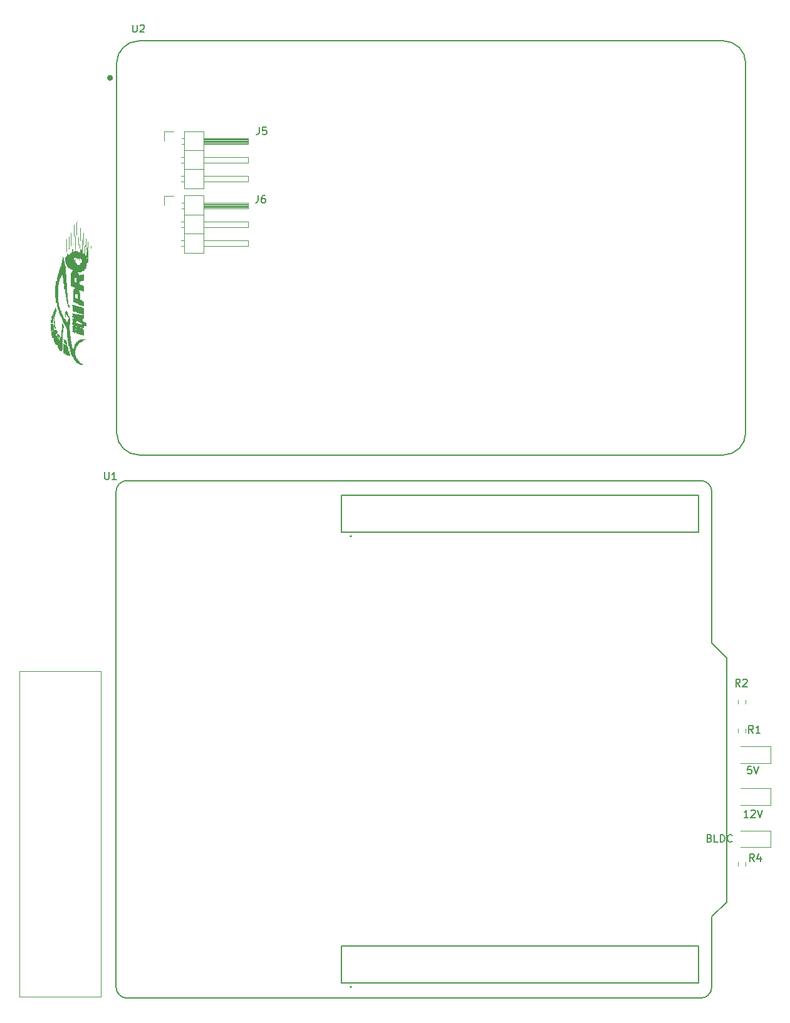
<source format=gbr>
%TF.GenerationSoftware,KiCad,Pcbnew,7.0.10-7.0.10~ubuntu22.04.1*%
%TF.CreationDate,2024-02-01T11:01:03+07:00*%
%TF.ProjectId,BFMC,42464d43-2e6b-4696-9361-645f70636258,rev?*%
%TF.SameCoordinates,Original*%
%TF.FileFunction,Legend,Top*%
%TF.FilePolarity,Positive*%
%FSLAX46Y46*%
G04 Gerber Fmt 4.6, Leading zero omitted, Abs format (unit mm)*
G04 Created by KiCad (PCBNEW 7.0.10-7.0.10~ubuntu22.04.1) date 2024-02-01 11:01:03*
%MOMM*%
%LPD*%
G01*
G04 APERTURE LIST*
%ADD10C,0.150000*%
%ADD11C,0.120000*%
%ADD12C,0.100000*%
%ADD13C,0.127000*%
%ADD14C,0.200000*%
%ADD15C,0.400000*%
G04 APERTURE END LIST*
D10*
X143521133Y-107185619D02*
X143187800Y-106709428D01*
X142949705Y-107185619D02*
X142949705Y-106185619D01*
X142949705Y-106185619D02*
X143330657Y-106185619D01*
X143330657Y-106185619D02*
X143425895Y-106233238D01*
X143425895Y-106233238D02*
X143473514Y-106280857D01*
X143473514Y-106280857D02*
X143521133Y-106376095D01*
X143521133Y-106376095D02*
X143521133Y-106518952D01*
X143521133Y-106518952D02*
X143473514Y-106614190D01*
X143473514Y-106614190D02*
X143425895Y-106661809D01*
X143425895Y-106661809D02*
X143330657Y-106709428D01*
X143330657Y-106709428D02*
X142949705Y-106709428D01*
X143902086Y-106280857D02*
X143949705Y-106233238D01*
X143949705Y-106233238D02*
X144044943Y-106185619D01*
X144044943Y-106185619D02*
X144283038Y-106185619D01*
X144283038Y-106185619D02*
X144378276Y-106233238D01*
X144378276Y-106233238D02*
X144425895Y-106280857D01*
X144425895Y-106280857D02*
X144473514Y-106376095D01*
X144473514Y-106376095D02*
X144473514Y-106471333D01*
X144473514Y-106471333D02*
X144425895Y-106614190D01*
X144425895Y-106614190D02*
X143854467Y-107185619D01*
X143854467Y-107185619D02*
X144473514Y-107185619D01*
X145273733Y-113459419D02*
X144940400Y-112983228D01*
X144702305Y-113459419D02*
X144702305Y-112459419D01*
X144702305Y-112459419D02*
X145083257Y-112459419D01*
X145083257Y-112459419D02*
X145178495Y-112507038D01*
X145178495Y-112507038D02*
X145226114Y-112554657D01*
X145226114Y-112554657D02*
X145273733Y-112649895D01*
X145273733Y-112649895D02*
X145273733Y-112792752D01*
X145273733Y-112792752D02*
X145226114Y-112887990D01*
X145226114Y-112887990D02*
X145178495Y-112935609D01*
X145178495Y-112935609D02*
X145083257Y-112983228D01*
X145083257Y-112983228D02*
X144702305Y-112983228D01*
X146226114Y-113459419D02*
X145654686Y-113459419D01*
X145940400Y-113459419D02*
X145940400Y-112459419D01*
X145940400Y-112459419D02*
X145845162Y-112602276D01*
X145845162Y-112602276D02*
X145749924Y-112697514D01*
X145749924Y-112697514D02*
X145654686Y-112745133D01*
X57658095Y-78194819D02*
X57658095Y-79004342D01*
X57658095Y-79004342D02*
X57705714Y-79099580D01*
X57705714Y-79099580D02*
X57753333Y-79147200D01*
X57753333Y-79147200D02*
X57848571Y-79194819D01*
X57848571Y-79194819D02*
X58039047Y-79194819D01*
X58039047Y-79194819D02*
X58134285Y-79147200D01*
X58134285Y-79147200D02*
X58181904Y-79099580D01*
X58181904Y-79099580D02*
X58229523Y-79004342D01*
X58229523Y-79004342D02*
X58229523Y-78194819D01*
X59229523Y-79194819D02*
X58658095Y-79194819D01*
X58943809Y-79194819D02*
X58943809Y-78194819D01*
X58943809Y-78194819D02*
X58848571Y-78337676D01*
X58848571Y-78337676D02*
X58753333Y-78432914D01*
X58753333Y-78432914D02*
X58658095Y-78480533D01*
X78381266Y-40755219D02*
X78381266Y-41469504D01*
X78381266Y-41469504D02*
X78333647Y-41612361D01*
X78333647Y-41612361D02*
X78238409Y-41707600D01*
X78238409Y-41707600D02*
X78095552Y-41755219D01*
X78095552Y-41755219D02*
X78000314Y-41755219D01*
X79286028Y-40755219D02*
X79095552Y-40755219D01*
X79095552Y-40755219D02*
X79000314Y-40802838D01*
X79000314Y-40802838D02*
X78952695Y-40850457D01*
X78952695Y-40850457D02*
X78857457Y-40993314D01*
X78857457Y-40993314D02*
X78809838Y-41183790D01*
X78809838Y-41183790D02*
X78809838Y-41564742D01*
X78809838Y-41564742D02*
X78857457Y-41659980D01*
X78857457Y-41659980D02*
X78905076Y-41707600D01*
X78905076Y-41707600D02*
X79000314Y-41755219D01*
X79000314Y-41755219D02*
X79190790Y-41755219D01*
X79190790Y-41755219D02*
X79286028Y-41707600D01*
X79286028Y-41707600D02*
X79333647Y-41659980D01*
X79333647Y-41659980D02*
X79381266Y-41564742D01*
X79381266Y-41564742D02*
X79381266Y-41326647D01*
X79381266Y-41326647D02*
X79333647Y-41231409D01*
X79333647Y-41231409D02*
X79286028Y-41183790D01*
X79286028Y-41183790D02*
X79190790Y-41136171D01*
X79190790Y-41136171D02*
X79000314Y-41136171D01*
X79000314Y-41136171D02*
X78905076Y-41183790D01*
X78905076Y-41183790D02*
X78857457Y-41231409D01*
X78857457Y-41231409D02*
X78809838Y-41326647D01*
X145046723Y-117971219D02*
X144570533Y-117971219D01*
X144570533Y-117971219D02*
X144522914Y-118447409D01*
X144522914Y-118447409D02*
X144570533Y-118399790D01*
X144570533Y-118399790D02*
X144665771Y-118352171D01*
X144665771Y-118352171D02*
X144903866Y-118352171D01*
X144903866Y-118352171D02*
X144999104Y-118399790D01*
X144999104Y-118399790D02*
X145046723Y-118447409D01*
X145046723Y-118447409D02*
X145094342Y-118542647D01*
X145094342Y-118542647D02*
X145094342Y-118780742D01*
X145094342Y-118780742D02*
X145046723Y-118875980D01*
X145046723Y-118875980D02*
X144999104Y-118923600D01*
X144999104Y-118923600D02*
X144903866Y-118971219D01*
X144903866Y-118971219D02*
X144665771Y-118971219D01*
X144665771Y-118971219D02*
X144570533Y-118923600D01*
X144570533Y-118923600D02*
X144522914Y-118875980D01*
X145380057Y-117971219D02*
X145713390Y-118971219D01*
X145713390Y-118971219D02*
X146046723Y-117971219D01*
X78533666Y-31535019D02*
X78533666Y-32249304D01*
X78533666Y-32249304D02*
X78486047Y-32392161D01*
X78486047Y-32392161D02*
X78390809Y-32487400D01*
X78390809Y-32487400D02*
X78247952Y-32535019D01*
X78247952Y-32535019D02*
X78152714Y-32535019D01*
X79486047Y-31535019D02*
X79009857Y-31535019D01*
X79009857Y-31535019D02*
X78962238Y-32011209D01*
X78962238Y-32011209D02*
X79009857Y-31963590D01*
X79009857Y-31963590D02*
X79105095Y-31915971D01*
X79105095Y-31915971D02*
X79343190Y-31915971D01*
X79343190Y-31915971D02*
X79438428Y-31963590D01*
X79438428Y-31963590D02*
X79486047Y-32011209D01*
X79486047Y-32011209D02*
X79533666Y-32106447D01*
X79533666Y-32106447D02*
X79533666Y-32344542D01*
X79533666Y-32344542D02*
X79486047Y-32439780D01*
X79486047Y-32439780D02*
X79438428Y-32487400D01*
X79438428Y-32487400D02*
X79343190Y-32535019D01*
X79343190Y-32535019D02*
X79105095Y-32535019D01*
X79105095Y-32535019D02*
X79009857Y-32487400D01*
X79009857Y-32487400D02*
X78962238Y-32439780D01*
X139382666Y-127693009D02*
X139525523Y-127740628D01*
X139525523Y-127740628D02*
X139573142Y-127788247D01*
X139573142Y-127788247D02*
X139620761Y-127883485D01*
X139620761Y-127883485D02*
X139620761Y-128026342D01*
X139620761Y-128026342D02*
X139573142Y-128121580D01*
X139573142Y-128121580D02*
X139525523Y-128169200D01*
X139525523Y-128169200D02*
X139430285Y-128216819D01*
X139430285Y-128216819D02*
X139049333Y-128216819D01*
X139049333Y-128216819D02*
X139049333Y-127216819D01*
X139049333Y-127216819D02*
X139382666Y-127216819D01*
X139382666Y-127216819D02*
X139477904Y-127264438D01*
X139477904Y-127264438D02*
X139525523Y-127312057D01*
X139525523Y-127312057D02*
X139573142Y-127407295D01*
X139573142Y-127407295D02*
X139573142Y-127502533D01*
X139573142Y-127502533D02*
X139525523Y-127597771D01*
X139525523Y-127597771D02*
X139477904Y-127645390D01*
X139477904Y-127645390D02*
X139382666Y-127693009D01*
X139382666Y-127693009D02*
X139049333Y-127693009D01*
X140525523Y-128216819D02*
X140049333Y-128216819D01*
X140049333Y-128216819D02*
X140049333Y-127216819D01*
X140858857Y-128216819D02*
X140858857Y-127216819D01*
X140858857Y-127216819D02*
X141096952Y-127216819D01*
X141096952Y-127216819D02*
X141239809Y-127264438D01*
X141239809Y-127264438D02*
X141335047Y-127359676D01*
X141335047Y-127359676D02*
X141382666Y-127454914D01*
X141382666Y-127454914D02*
X141430285Y-127645390D01*
X141430285Y-127645390D02*
X141430285Y-127788247D01*
X141430285Y-127788247D02*
X141382666Y-127978723D01*
X141382666Y-127978723D02*
X141335047Y-128073961D01*
X141335047Y-128073961D02*
X141239809Y-128169200D01*
X141239809Y-128169200D02*
X141096952Y-128216819D01*
X141096952Y-128216819D02*
X140858857Y-128216819D01*
X142430285Y-128121580D02*
X142382666Y-128169200D01*
X142382666Y-128169200D02*
X142239809Y-128216819D01*
X142239809Y-128216819D02*
X142144571Y-128216819D01*
X142144571Y-128216819D02*
X142001714Y-128169200D01*
X142001714Y-128169200D02*
X141906476Y-128073961D01*
X141906476Y-128073961D02*
X141858857Y-127978723D01*
X141858857Y-127978723D02*
X141811238Y-127788247D01*
X141811238Y-127788247D02*
X141811238Y-127645390D01*
X141811238Y-127645390D02*
X141858857Y-127454914D01*
X141858857Y-127454914D02*
X141906476Y-127359676D01*
X141906476Y-127359676D02*
X142001714Y-127264438D01*
X142001714Y-127264438D02*
X142144571Y-127216819D01*
X142144571Y-127216819D02*
X142239809Y-127216819D01*
X142239809Y-127216819D02*
X142382666Y-127264438D01*
X142382666Y-127264438D02*
X142430285Y-127312057D01*
X144618152Y-124889419D02*
X144046724Y-124889419D01*
X144332438Y-124889419D02*
X144332438Y-123889419D01*
X144332438Y-123889419D02*
X144237200Y-124032276D01*
X144237200Y-124032276D02*
X144141962Y-124127514D01*
X144141962Y-124127514D02*
X144046724Y-124175133D01*
X144999105Y-123984657D02*
X145046724Y-123937038D01*
X145046724Y-123937038D02*
X145141962Y-123889419D01*
X145141962Y-123889419D02*
X145380057Y-123889419D01*
X145380057Y-123889419D02*
X145475295Y-123937038D01*
X145475295Y-123937038D02*
X145522914Y-123984657D01*
X145522914Y-123984657D02*
X145570533Y-124079895D01*
X145570533Y-124079895D02*
X145570533Y-124175133D01*
X145570533Y-124175133D02*
X145522914Y-124317990D01*
X145522914Y-124317990D02*
X144951486Y-124889419D01*
X144951486Y-124889419D02*
X145570533Y-124889419D01*
X145856248Y-123889419D02*
X146189581Y-124889419D01*
X146189581Y-124889419D02*
X146522914Y-123889419D01*
X145426133Y-130807619D02*
X145092800Y-130331428D01*
X144854705Y-130807619D02*
X144854705Y-129807619D01*
X144854705Y-129807619D02*
X145235657Y-129807619D01*
X145235657Y-129807619D02*
X145330895Y-129855238D01*
X145330895Y-129855238D02*
X145378514Y-129902857D01*
X145378514Y-129902857D02*
X145426133Y-129998095D01*
X145426133Y-129998095D02*
X145426133Y-130140952D01*
X145426133Y-130140952D02*
X145378514Y-130236190D01*
X145378514Y-130236190D02*
X145330895Y-130283809D01*
X145330895Y-130283809D02*
X145235657Y-130331428D01*
X145235657Y-130331428D02*
X144854705Y-130331428D01*
X146283276Y-130140952D02*
X146283276Y-130807619D01*
X146045181Y-129760000D02*
X145807086Y-130474285D01*
X145807086Y-130474285D02*
X146426133Y-130474285D01*
X61426495Y-17684419D02*
X61426495Y-18493942D01*
X61426495Y-18493942D02*
X61474114Y-18589180D01*
X61474114Y-18589180D02*
X61521733Y-18636800D01*
X61521733Y-18636800D02*
X61616971Y-18684419D01*
X61616971Y-18684419D02*
X61807447Y-18684419D01*
X61807447Y-18684419D02*
X61902685Y-18636800D01*
X61902685Y-18636800D02*
X61950304Y-18589180D01*
X61950304Y-18589180D02*
X61997923Y-18493942D01*
X61997923Y-18493942D02*
X61997923Y-17684419D01*
X62426495Y-17779657D02*
X62474114Y-17732038D01*
X62474114Y-17732038D02*
X62569352Y-17684419D01*
X62569352Y-17684419D02*
X62807447Y-17684419D01*
X62807447Y-17684419D02*
X62902685Y-17732038D01*
X62902685Y-17732038D02*
X62950304Y-17779657D01*
X62950304Y-17779657D02*
X62997923Y-17874895D01*
X62997923Y-17874895D02*
X62997923Y-17970133D01*
X62997923Y-17970133D02*
X62950304Y-18112990D01*
X62950304Y-18112990D02*
X62378876Y-18684419D01*
X62378876Y-18684419D02*
X62997923Y-18684419D01*
D11*
%TO.C,R2*%
X144246800Y-109017976D02*
X144246800Y-109527424D01*
X143201800Y-109017976D02*
X143201800Y-109527424D01*
D12*
%TO.C,J18*%
X46087400Y-149097000D02*
X57087400Y-149097000D01*
X57087400Y-149097000D02*
X57087400Y-105097000D01*
X57087400Y-105097000D02*
X46087400Y-105097000D01*
X46087400Y-105097000D02*
X46087400Y-149097000D01*
D11*
%TO.C,R1*%
X144246800Y-112851476D02*
X144246800Y-113360924D01*
X143201800Y-112851476D02*
X143201800Y-113360924D01*
%TO.C,G\u002A\u002A\u002A*%
G36*
X54660600Y-63538450D02*
G01*
X54654350Y-63544700D01*
X54648100Y-63538450D01*
X54654350Y-63532200D01*
X54660600Y-63538450D01*
G37*
G36*
X53060600Y-62525950D02*
G01*
X53054350Y-62532200D01*
X53048100Y-62525950D01*
X53054350Y-62519700D01*
X53060600Y-62525950D01*
G37*
G36*
X52760600Y-61338450D02*
G01*
X52754350Y-61344700D01*
X52748100Y-61338450D01*
X52754350Y-61332200D01*
X52760600Y-61338450D01*
G37*
G36*
X53360600Y-61338450D02*
G01*
X53354350Y-61344700D01*
X53348100Y-61338450D01*
X53354350Y-61332200D01*
X53360600Y-61338450D01*
G37*
G36*
X54160600Y-60925950D02*
G01*
X54154350Y-60932200D01*
X54148100Y-60925950D01*
X54154350Y-60919700D01*
X54160600Y-60925950D01*
G37*
G36*
X52373100Y-60888450D02*
G01*
X52366850Y-60894700D01*
X52360600Y-60888450D01*
X52366850Y-60882200D01*
X52373100Y-60888450D01*
G37*
G36*
X51310600Y-60838450D02*
G01*
X51304350Y-60844700D01*
X51298100Y-60838450D01*
X51304350Y-60832200D01*
X51310600Y-60838450D01*
G37*
G36*
X52373100Y-60338450D02*
G01*
X52366850Y-60344700D01*
X52360600Y-60338450D01*
X52366850Y-60332200D01*
X52373100Y-60338450D01*
G37*
G36*
X52460600Y-60338450D02*
G01*
X52454350Y-60344700D01*
X52448100Y-60338450D01*
X52454350Y-60332200D01*
X52460600Y-60338450D01*
G37*
G36*
X51648100Y-60325950D02*
G01*
X51641850Y-60332200D01*
X51635600Y-60325950D01*
X51641850Y-60319700D01*
X51648100Y-60325950D01*
G37*
G36*
X51598100Y-60288450D02*
G01*
X51591850Y-60294700D01*
X51585600Y-60288450D01*
X51591850Y-60282200D01*
X51598100Y-60288450D01*
G37*
G36*
X51710600Y-59838450D02*
G01*
X51704350Y-59844700D01*
X51698100Y-59838450D01*
X51704350Y-59832200D01*
X51710600Y-59838450D01*
G37*
G36*
X51210600Y-59725950D02*
G01*
X51204350Y-59732200D01*
X51198100Y-59725950D01*
X51204350Y-59719700D01*
X51210600Y-59725950D01*
G37*
G36*
X51173100Y-59638450D02*
G01*
X51166850Y-59644700D01*
X51160600Y-59638450D01*
X51166850Y-59632200D01*
X51173100Y-59638450D01*
G37*
G36*
X51260600Y-59400950D02*
G01*
X51254350Y-59407200D01*
X51248100Y-59400950D01*
X51254350Y-59394700D01*
X51260600Y-59400950D01*
G37*
G36*
X50985600Y-59275950D02*
G01*
X50979350Y-59282200D01*
X50973100Y-59275950D01*
X50979350Y-59269700D01*
X50985600Y-59275950D01*
G37*
G36*
X54260600Y-59100950D02*
G01*
X54254350Y-59107200D01*
X54248100Y-59100950D01*
X54254350Y-59094700D01*
X54260600Y-59100950D01*
G37*
G36*
X50460600Y-59075950D02*
G01*
X50454350Y-59082200D01*
X50448100Y-59075950D01*
X50454350Y-59069700D01*
X50460600Y-59075950D01*
G37*
G36*
X51073100Y-58838450D02*
G01*
X51066850Y-58844700D01*
X51060600Y-58838450D01*
X51066850Y-58832200D01*
X51073100Y-58838450D01*
G37*
G36*
X50873100Y-58825950D02*
G01*
X50866850Y-58832200D01*
X50860600Y-58825950D01*
X50866850Y-58819700D01*
X50873100Y-58825950D01*
G37*
G36*
X54473100Y-58688450D02*
G01*
X54466850Y-58694700D01*
X54460600Y-58688450D01*
X54466850Y-58682200D01*
X54473100Y-58688450D01*
G37*
G36*
X52960600Y-58325950D02*
G01*
X52954350Y-58332200D01*
X52948100Y-58325950D01*
X52954350Y-58319700D01*
X52960600Y-58325950D01*
G37*
G36*
X50373100Y-57863450D02*
G01*
X50366850Y-57869700D01*
X50360600Y-57863450D01*
X50366850Y-57857200D01*
X50373100Y-57863450D01*
G37*
G36*
X50823100Y-57238450D02*
G01*
X50816850Y-57244700D01*
X50810600Y-57238450D01*
X50816850Y-57232200D01*
X50823100Y-57238450D01*
G37*
G36*
X50823100Y-57125950D02*
G01*
X50816850Y-57132200D01*
X50810600Y-57125950D01*
X50816850Y-57119700D01*
X50823100Y-57125950D01*
G37*
G36*
X50898100Y-56725950D02*
G01*
X50891850Y-56732200D01*
X50885600Y-56725950D01*
X50891850Y-56719700D01*
X50898100Y-56725950D01*
G37*
G36*
X53873100Y-56563450D02*
G01*
X53866850Y-56569700D01*
X53860600Y-56563450D01*
X53866850Y-56557200D01*
X53873100Y-56563450D01*
G37*
G36*
X53373100Y-56450950D02*
G01*
X53366850Y-56457200D01*
X53360600Y-56450950D01*
X53366850Y-56444700D01*
X53373100Y-56450950D01*
G37*
G36*
X50985600Y-56388450D02*
G01*
X50979350Y-56394700D01*
X50973100Y-56388450D01*
X50979350Y-56382200D01*
X50985600Y-56388450D01*
G37*
G36*
X51098100Y-56138450D02*
G01*
X51091850Y-56144700D01*
X51085600Y-56138450D01*
X51091850Y-56132200D01*
X51098100Y-56138450D01*
G37*
G36*
X51135600Y-56138450D02*
G01*
X51129350Y-56144700D01*
X51123100Y-56138450D01*
X51129350Y-56132200D01*
X51135600Y-56138450D01*
G37*
G36*
X51585600Y-56038450D02*
G01*
X51579350Y-56044700D01*
X51573100Y-56038450D01*
X51579350Y-56032200D01*
X51585600Y-56038450D01*
G37*
G36*
X51173100Y-55825950D02*
G01*
X51166850Y-55832200D01*
X51160600Y-55825950D01*
X51166850Y-55819700D01*
X51173100Y-55825950D01*
G37*
G36*
X54473100Y-53725950D02*
G01*
X54466850Y-53732200D01*
X54460600Y-53725950D01*
X54466850Y-53719700D01*
X54473100Y-53725950D01*
G37*
G36*
X53660600Y-52463450D02*
G01*
X53654350Y-52469700D01*
X53648100Y-52463450D01*
X53654350Y-52457200D01*
X53660600Y-52463450D01*
G37*
G36*
X52360600Y-51063450D02*
G01*
X52354350Y-51069700D01*
X52348100Y-51063450D01*
X52354350Y-51057200D01*
X52360600Y-51063450D01*
G37*
G36*
X51673100Y-50338450D02*
G01*
X51666850Y-50344700D01*
X51660600Y-50338450D01*
X51666850Y-50332200D01*
X51673100Y-50338450D01*
G37*
G36*
X55160600Y-50275950D02*
G01*
X55154350Y-50282200D01*
X55148100Y-50275950D01*
X55154350Y-50269700D01*
X55160600Y-50275950D01*
G37*
G36*
X53860600Y-49838450D02*
G01*
X53854350Y-49844700D01*
X53848100Y-49838450D01*
X53854350Y-49832200D01*
X53860600Y-49838450D01*
G37*
G36*
X54473100Y-49838450D02*
G01*
X54466850Y-49844700D01*
X54460600Y-49838450D01*
X54466850Y-49832200D01*
X54473100Y-49838450D01*
G37*
G36*
X53923100Y-49138450D02*
G01*
X53916850Y-49144700D01*
X53910600Y-49138450D01*
X53916850Y-49132200D01*
X53923100Y-49138450D01*
G37*
G36*
X55135600Y-48938450D02*
G01*
X55129350Y-48944700D01*
X55123100Y-48938450D01*
X55129350Y-48932200D01*
X55135600Y-48938450D01*
G37*
G36*
X52873100Y-48738450D02*
G01*
X52866850Y-48744700D01*
X52860600Y-48738450D01*
X52866850Y-48732200D01*
X52873100Y-48738450D01*
G37*
G36*
X52498100Y-48425950D02*
G01*
X52491850Y-48432200D01*
X52485600Y-48425950D01*
X52491850Y-48419700D01*
X52498100Y-48425950D01*
G37*
G36*
X52560600Y-48375950D02*
G01*
X52554350Y-48382200D01*
X52548100Y-48375950D01*
X52554350Y-48369700D01*
X52560600Y-48375950D01*
G37*
G36*
X55173100Y-48138450D02*
G01*
X55166850Y-48144700D01*
X55160600Y-48138450D01*
X55166850Y-48132200D01*
X55173100Y-48138450D01*
G37*
G36*
X55460600Y-48113450D02*
G01*
X55454350Y-48119700D01*
X55448100Y-48113450D01*
X55454350Y-48107200D01*
X55460600Y-48113450D01*
G37*
G36*
X54273100Y-48088450D02*
G01*
X54266850Y-48094700D01*
X54260600Y-48088450D01*
X54266850Y-48082200D01*
X54273100Y-48088450D01*
G37*
G36*
X54273100Y-48038450D02*
G01*
X54266850Y-48044700D01*
X54260600Y-48038450D01*
X54266850Y-48032200D01*
X54273100Y-48038450D01*
G37*
G36*
X53748100Y-48025950D02*
G01*
X53741850Y-48032200D01*
X53735600Y-48025950D01*
X53741850Y-48019700D01*
X53748100Y-48025950D01*
G37*
G36*
X55460600Y-48025950D02*
G01*
X55454350Y-48032200D01*
X55448100Y-48025950D01*
X55454350Y-48019700D01*
X55460600Y-48025950D01*
G37*
G36*
X55773100Y-48025950D02*
G01*
X55766850Y-48032200D01*
X55760600Y-48025950D01*
X55766850Y-48019700D01*
X55773100Y-48025950D01*
G37*
G36*
X55398100Y-47975950D02*
G01*
X55391850Y-47982200D01*
X55385600Y-47975950D01*
X55391850Y-47969700D01*
X55398100Y-47975950D01*
G37*
G36*
X55223100Y-47763450D02*
G01*
X55216850Y-47769700D01*
X55210600Y-47763450D01*
X55216850Y-47757200D01*
X55223100Y-47763450D01*
G37*
G36*
X53073100Y-47625950D02*
G01*
X53066850Y-47632200D01*
X53060600Y-47625950D01*
X53066850Y-47619700D01*
X53073100Y-47625950D01*
G37*
G36*
X53160600Y-47625950D02*
G01*
X53154350Y-47632200D01*
X53148100Y-47625950D01*
X53154350Y-47619700D01*
X53160600Y-47625950D01*
G37*
G36*
X54773100Y-47625950D02*
G01*
X54766850Y-47632200D01*
X54760600Y-47625950D01*
X54766850Y-47619700D01*
X54773100Y-47625950D01*
G37*
G36*
X54798100Y-47625950D02*
G01*
X54791850Y-47632200D01*
X54785600Y-47625950D01*
X54791850Y-47619700D01*
X54798100Y-47625950D01*
G37*
G36*
X55785600Y-47625950D02*
G01*
X55779350Y-47632200D01*
X55773100Y-47625950D01*
X55779350Y-47619700D01*
X55785600Y-47625950D01*
G37*
G36*
X55848100Y-47538450D02*
G01*
X55841850Y-47544700D01*
X55835600Y-47538450D01*
X55841850Y-47532200D01*
X55848100Y-47538450D01*
G37*
G36*
X54160600Y-47475950D02*
G01*
X54154350Y-47482200D01*
X54148100Y-47475950D01*
X54154350Y-47469700D01*
X54160600Y-47475950D01*
G37*
G36*
X54073100Y-47450950D02*
G01*
X54066850Y-47457200D01*
X54060600Y-47450950D01*
X54066850Y-47444700D01*
X54073100Y-47450950D01*
G37*
G36*
X54660600Y-46725950D02*
G01*
X54654350Y-46732200D01*
X54648100Y-46725950D01*
X54654350Y-46719700D01*
X54660600Y-46725950D01*
G37*
G36*
X52560600Y-46638450D02*
G01*
X52554350Y-46644700D01*
X52548100Y-46638450D01*
X52554350Y-46632200D01*
X52560600Y-46638450D01*
G37*
G36*
X53960600Y-46138450D02*
G01*
X53954350Y-46144700D01*
X53948100Y-46138450D01*
X53954350Y-46132200D01*
X53960600Y-46138450D01*
G37*
G36*
X53923100Y-44238450D02*
G01*
X53916850Y-44244700D01*
X53910600Y-44238450D01*
X53916850Y-44232200D01*
X53923100Y-44238450D01*
G37*
G36*
X54733626Y-63682200D02*
G01*
X54731661Y-63699946D01*
X54727321Y-63697825D01*
X54725670Y-63672234D01*
X54727321Y-63666575D01*
X54731883Y-63665005D01*
X54733626Y-63682200D01*
G37*
G36*
X52209697Y-62150583D02*
G01*
X52210600Y-62157200D01*
X52206026Y-62167489D01*
X52202266Y-62165534D01*
X52200770Y-62150699D01*
X52202266Y-62148867D01*
X52209697Y-62150583D01*
G37*
G36*
X51372197Y-61500583D02*
G01*
X51373100Y-61507200D01*
X51368526Y-61517489D01*
X51364766Y-61515534D01*
X51363270Y-61500699D01*
X51364766Y-61498867D01*
X51372197Y-61500583D01*
G37*
G36*
X52269714Y-60824648D02*
G01*
X52265986Y-60830330D01*
X52253308Y-60831214D01*
X52239970Y-60828161D01*
X52245756Y-60823662D01*
X52265292Y-60822171D01*
X52269714Y-60824648D01*
G37*
G36*
X52219714Y-60799648D02*
G01*
X52215986Y-60805330D01*
X52203308Y-60806214D01*
X52189970Y-60803161D01*
X52195756Y-60798662D01*
X52215292Y-60797171D01*
X52219714Y-60799648D01*
G37*
G36*
X52072197Y-60638083D02*
G01*
X52073100Y-60644700D01*
X52068526Y-60654989D01*
X52064766Y-60653034D01*
X52063270Y-60638199D01*
X52064766Y-60636367D01*
X52072197Y-60638083D01*
G37*
G36*
X51944714Y-60599648D02*
G01*
X51940986Y-60605330D01*
X51928308Y-60606214D01*
X51914970Y-60603161D01*
X51920756Y-60598662D01*
X51940292Y-60597171D01*
X51944714Y-60599648D01*
G37*
G36*
X52008626Y-60507200D02*
G01*
X52006661Y-60524946D01*
X52002321Y-60522825D01*
X52000670Y-60497234D01*
X52002321Y-60491575D01*
X52006883Y-60490005D01*
X52008626Y-60507200D01*
G37*
G36*
X51572197Y-60250583D02*
G01*
X51573100Y-60257200D01*
X51568526Y-60267489D01*
X51564766Y-60265534D01*
X51563270Y-60250699D01*
X51564766Y-60248867D01*
X51572197Y-60250583D01*
G37*
G36*
X52022197Y-60238083D02*
G01*
X52023100Y-60244700D01*
X52018526Y-60254989D01*
X52014766Y-60253034D01*
X52013270Y-60238199D01*
X52014766Y-60236367D01*
X52022197Y-60238083D01*
G37*
G36*
X52359697Y-60238083D02*
G01*
X52360600Y-60244700D01*
X52356026Y-60254989D01*
X52352266Y-60253034D01*
X52350770Y-60238199D01*
X52352266Y-60236367D01*
X52359697Y-60238083D01*
G37*
G36*
X55006433Y-60236367D02*
G01*
X55004717Y-60243798D01*
X54998100Y-60244700D01*
X54987811Y-60240127D01*
X54989766Y-60236367D01*
X55004601Y-60234871D01*
X55006433Y-60236367D01*
G37*
G36*
X50709697Y-60200583D02*
G01*
X50710600Y-60207200D01*
X50706026Y-60217489D01*
X50702266Y-60215534D01*
X50700770Y-60200699D01*
X50702266Y-60198867D01*
X50709697Y-60200583D01*
G37*
G36*
X52059697Y-60138083D02*
G01*
X52060600Y-60144700D01*
X52056026Y-60154989D01*
X52052266Y-60153034D01*
X52050770Y-60138199D01*
X52052266Y-60136367D01*
X52059697Y-60138083D01*
G37*
G36*
X51571229Y-60076814D02*
G01*
X51572113Y-60089492D01*
X51569060Y-60102830D01*
X51564561Y-60097044D01*
X51563070Y-60077508D01*
X51565547Y-60073086D01*
X51571229Y-60076814D01*
G37*
G36*
X52059697Y-60038083D02*
G01*
X52060600Y-60044700D01*
X52056026Y-60054989D01*
X52052266Y-60053034D01*
X52050770Y-60038199D01*
X52052266Y-60036367D01*
X52059697Y-60038083D01*
G37*
G36*
X51393933Y-60023867D02*
G01*
X51392217Y-60031298D01*
X51385600Y-60032200D01*
X51375311Y-60027627D01*
X51377266Y-60023867D01*
X51392101Y-60022371D01*
X51393933Y-60023867D01*
G37*
G36*
X51572197Y-60013083D02*
G01*
X51573100Y-60019700D01*
X51568526Y-60029989D01*
X51564766Y-60028034D01*
X51563270Y-60013199D01*
X51564766Y-60011367D01*
X51572197Y-60013083D01*
G37*
G36*
X51559697Y-59975583D02*
G01*
X51560600Y-59982200D01*
X51556026Y-59992489D01*
X51552266Y-59990534D01*
X51550770Y-59975699D01*
X51552266Y-59973867D01*
X51559697Y-59975583D01*
G37*
G36*
X51622197Y-59938083D02*
G01*
X51623100Y-59944700D01*
X51618526Y-59954989D01*
X51614766Y-59953034D01*
X51613270Y-59938199D01*
X51614766Y-59936367D01*
X51622197Y-59938083D01*
G37*
G36*
X51597197Y-59913083D02*
G01*
X51598100Y-59919700D01*
X51593526Y-59929989D01*
X51589766Y-59928034D01*
X51588270Y-59913199D01*
X51589766Y-59911367D01*
X51597197Y-59913083D01*
G37*
G36*
X52634697Y-59913083D02*
G01*
X52635600Y-59919700D01*
X52631026Y-59929989D01*
X52627266Y-59928034D01*
X52625770Y-59913199D01*
X52627266Y-59911367D01*
X52634697Y-59913083D01*
G37*
G36*
X51633729Y-59739314D02*
G01*
X51634613Y-59751992D01*
X51631560Y-59765330D01*
X51627061Y-59759544D01*
X51625570Y-59740008D01*
X51628047Y-59735586D01*
X51633729Y-59739314D01*
G37*
G36*
X51559697Y-59538083D02*
G01*
X51560600Y-59544700D01*
X51556026Y-59554989D01*
X51552266Y-59553034D01*
X51550770Y-59538199D01*
X51552266Y-59536367D01*
X51559697Y-59538083D01*
G37*
G36*
X51159697Y-58975583D02*
G01*
X51160600Y-58982200D01*
X51156026Y-58992489D01*
X51152266Y-58990534D01*
X51150770Y-58975699D01*
X51152266Y-58973867D01*
X51159697Y-58975583D01*
G37*
G36*
X50972197Y-58900583D02*
G01*
X50973100Y-58907200D01*
X50968526Y-58917489D01*
X50964766Y-58915534D01*
X50963270Y-58900699D01*
X50964766Y-58898867D01*
X50972197Y-58900583D01*
G37*
G36*
X51051225Y-58861422D02*
G01*
X51052795Y-58865984D01*
X51035600Y-58867727D01*
X51017854Y-58865762D01*
X51019975Y-58861422D01*
X51045566Y-58859771D01*
X51051225Y-58861422D01*
G37*
G36*
X53272197Y-58613083D02*
G01*
X53273100Y-58619700D01*
X53268526Y-58629989D01*
X53264766Y-58628034D01*
X53263270Y-58613199D01*
X53264766Y-58611367D01*
X53272197Y-58613083D01*
G37*
G36*
X50821229Y-58601814D02*
G01*
X50822113Y-58614492D01*
X50819060Y-58627830D01*
X50814561Y-58622044D01*
X50813070Y-58602508D01*
X50815547Y-58598086D01*
X50821229Y-58601814D01*
G37*
G36*
X54172197Y-58550583D02*
G01*
X54173100Y-58557200D01*
X54168526Y-58567489D01*
X54164766Y-58565534D01*
X54163270Y-58550699D01*
X54164766Y-58548867D01*
X54172197Y-58550583D01*
G37*
G36*
X53872197Y-58500583D02*
G01*
X53873100Y-58507200D01*
X53868526Y-58517489D01*
X53864766Y-58515534D01*
X53863270Y-58500699D01*
X53864766Y-58498867D01*
X53872197Y-58500583D01*
G37*
G36*
X51047197Y-58438083D02*
G01*
X51048100Y-58444700D01*
X51043526Y-58454989D01*
X51039766Y-58453034D01*
X51038270Y-58438199D01*
X51039766Y-58436367D01*
X51047197Y-58438083D01*
G37*
G36*
X50783729Y-58401814D02*
G01*
X50784613Y-58414492D01*
X50781560Y-58427830D01*
X50777061Y-58422044D01*
X50775570Y-58402508D01*
X50778047Y-58398086D01*
X50783729Y-58401814D01*
G37*
G36*
X50932214Y-58137148D02*
G01*
X50928486Y-58142830D01*
X50915808Y-58143714D01*
X50902470Y-58140661D01*
X50908256Y-58136162D01*
X50927792Y-58134671D01*
X50932214Y-58137148D01*
G37*
G36*
X50894714Y-58112148D02*
G01*
X50890986Y-58117830D01*
X50878308Y-58118714D01*
X50864970Y-58115661D01*
X50870756Y-58111162D01*
X50890292Y-58109671D01*
X50894714Y-58112148D01*
G37*
G36*
X54022197Y-58100583D02*
G01*
X54023100Y-58107200D01*
X54018526Y-58117489D01*
X54014766Y-58115534D01*
X54013270Y-58100699D01*
X54014766Y-58098867D01*
X54022197Y-58100583D01*
G37*
G36*
X52958729Y-57964314D02*
G01*
X52959613Y-57976992D01*
X52956560Y-57990330D01*
X52952061Y-57984544D01*
X52950570Y-57965008D01*
X52953047Y-57960586D01*
X52958729Y-57964314D01*
G37*
G36*
X50958626Y-57907200D02*
G01*
X50956661Y-57924946D01*
X50952321Y-57922825D01*
X50950670Y-57897234D01*
X50952321Y-57891575D01*
X50956883Y-57890005D01*
X50958626Y-57907200D01*
G37*
G36*
X50431433Y-57636367D02*
G01*
X50429717Y-57643798D01*
X50423100Y-57644700D01*
X50412811Y-57640127D01*
X50414766Y-57636367D01*
X50429601Y-57634871D01*
X50431433Y-57636367D01*
G37*
G36*
X50959697Y-57238083D02*
G01*
X50960600Y-57244700D01*
X50956026Y-57254989D01*
X50952266Y-57253034D01*
X50950770Y-57238199D01*
X50952266Y-57236367D01*
X50959697Y-57238083D01*
G37*
G36*
X50959697Y-57100583D02*
G01*
X50960600Y-57107200D01*
X50956026Y-57117489D01*
X50952266Y-57115534D01*
X50950770Y-57100699D01*
X50952266Y-57098867D01*
X50959697Y-57100583D01*
G37*
G36*
X52758729Y-56964314D02*
G01*
X52759613Y-56976992D01*
X52756560Y-56990330D01*
X52752061Y-56984544D01*
X52750570Y-56965008D01*
X52753047Y-56960586D01*
X52758729Y-56964314D01*
G37*
G36*
X53906433Y-56836367D02*
G01*
X53904717Y-56843798D01*
X53898100Y-56844700D01*
X53887811Y-56840127D01*
X53889766Y-56836367D01*
X53904601Y-56834871D01*
X53906433Y-56836367D01*
G37*
G36*
X53659697Y-56738083D02*
G01*
X53660600Y-56744700D01*
X53656026Y-56754989D01*
X53652266Y-56753034D01*
X53650770Y-56738199D01*
X53652266Y-56736367D01*
X53659697Y-56738083D01*
G37*
G36*
X54857214Y-56624648D02*
G01*
X54853486Y-56630330D01*
X54840808Y-56631214D01*
X54827470Y-56628161D01*
X54833256Y-56623662D01*
X54852792Y-56622171D01*
X54857214Y-56624648D01*
G37*
G36*
X51109697Y-56413083D02*
G01*
X51110600Y-56419700D01*
X51106026Y-56429989D01*
X51102266Y-56428034D01*
X51100770Y-56413199D01*
X51102266Y-56411367D01*
X51109697Y-56413083D01*
G37*
G36*
X51158729Y-56176814D02*
G01*
X51159613Y-56189492D01*
X51156560Y-56202830D01*
X51152061Y-56197044D01*
X51150570Y-56177508D01*
X51153047Y-56173086D01*
X51158729Y-56176814D01*
G37*
G36*
X52272197Y-53650583D02*
G01*
X52273100Y-53657200D01*
X52268526Y-53667489D01*
X52264766Y-53665534D01*
X52263270Y-53650699D01*
X52264766Y-53648867D01*
X52272197Y-53650583D01*
G37*
G36*
X53572197Y-53300583D02*
G01*
X53573100Y-53307200D01*
X53568526Y-53317489D01*
X53564766Y-53315534D01*
X53563270Y-53300699D01*
X53564766Y-53298867D01*
X53572197Y-53300583D01*
G37*
G36*
X52072197Y-52713083D02*
G01*
X52073100Y-52719700D01*
X52068526Y-52729989D01*
X52064766Y-52728034D01*
X52063270Y-52713199D01*
X52064766Y-52711367D01*
X52072197Y-52713083D01*
G37*
G36*
X53593933Y-52436367D02*
G01*
X53592217Y-52443798D01*
X53585600Y-52444700D01*
X53575311Y-52440127D01*
X53577266Y-52436367D01*
X53592101Y-52434871D01*
X53593933Y-52436367D01*
G37*
G36*
X53643933Y-52436367D02*
G01*
X53642217Y-52443798D01*
X53635600Y-52444700D01*
X53625311Y-52440127D01*
X53627266Y-52436367D01*
X53642101Y-52434871D01*
X53643933Y-52436367D01*
G37*
G36*
X54222197Y-51600583D02*
G01*
X54223100Y-51607200D01*
X54218526Y-51617489D01*
X54214766Y-51615534D01*
X54213270Y-51600699D01*
X54214766Y-51598867D01*
X54222197Y-51600583D01*
G37*
G36*
X54309697Y-51600583D02*
G01*
X54310600Y-51607200D01*
X54306026Y-51617489D01*
X54302266Y-51615534D01*
X54300770Y-51600699D01*
X54302266Y-51598867D01*
X54309697Y-51600583D01*
G37*
G36*
X55218933Y-50023867D02*
G01*
X55217217Y-50031298D01*
X55210600Y-50032200D01*
X55200311Y-50027627D01*
X55202266Y-50023867D01*
X55217101Y-50022371D01*
X55218933Y-50023867D01*
G37*
G36*
X54443933Y-49936367D02*
G01*
X54442217Y-49943798D01*
X54435600Y-49944700D01*
X54425311Y-49940127D01*
X54427266Y-49936367D01*
X54442101Y-49934871D01*
X54443933Y-49936367D01*
G37*
G36*
X54606433Y-49811367D02*
G01*
X54604717Y-49818798D01*
X54598100Y-49819700D01*
X54587811Y-49815127D01*
X54589766Y-49811367D01*
X54604601Y-49809871D01*
X54606433Y-49811367D01*
G37*
G36*
X53659697Y-49563083D02*
G01*
X53660600Y-49569700D01*
X53656026Y-49579989D01*
X53652266Y-49578034D01*
X53650770Y-49563199D01*
X53652266Y-49561367D01*
X53659697Y-49563083D01*
G37*
G36*
X53881433Y-49423867D02*
G01*
X53879717Y-49431298D01*
X53873100Y-49432200D01*
X53862811Y-49427627D01*
X53864766Y-49423867D01*
X53879601Y-49422371D01*
X53881433Y-49423867D01*
G37*
G36*
X53784697Y-49150583D02*
G01*
X53785600Y-49157200D01*
X53781026Y-49167489D01*
X53777266Y-49165534D01*
X53775770Y-49150699D01*
X53777266Y-49148867D01*
X53784697Y-49150583D01*
G37*
G36*
X52571229Y-48689314D02*
G01*
X52572113Y-48701992D01*
X52569060Y-48715330D01*
X52564561Y-48709544D01*
X52563070Y-48690008D01*
X52565547Y-48685586D01*
X52571229Y-48689314D01*
G37*
G36*
X52658729Y-48689314D02*
G01*
X52659613Y-48701992D01*
X52656560Y-48715330D01*
X52652061Y-48709544D01*
X52650570Y-48690008D01*
X52653047Y-48685586D01*
X52658729Y-48689314D01*
G37*
G36*
X54259697Y-48550583D02*
G01*
X54260600Y-48557200D01*
X54256026Y-48567489D01*
X54252266Y-48565534D01*
X54250770Y-48550699D01*
X54252266Y-48548867D01*
X54259697Y-48550583D01*
G37*
G36*
X54358729Y-48089314D02*
G01*
X54359613Y-48101992D01*
X54356560Y-48115330D01*
X54352061Y-48109544D01*
X54350570Y-48090008D01*
X54353047Y-48085586D01*
X54358729Y-48089314D01*
G37*
G36*
X54347197Y-48038083D02*
G01*
X54348100Y-48044700D01*
X54343526Y-48054989D01*
X54339766Y-48053034D01*
X54338270Y-48038199D01*
X54339766Y-48036367D01*
X54347197Y-48038083D01*
G37*
G36*
X55822197Y-48013083D02*
G01*
X55823100Y-48019700D01*
X55818526Y-48029989D01*
X55814766Y-48028034D01*
X55813270Y-48013199D01*
X55814766Y-48011367D01*
X55822197Y-48013083D01*
G37*
G36*
X55372197Y-47950583D02*
G01*
X55373100Y-47957200D01*
X55368526Y-47967489D01*
X55364766Y-47965534D01*
X55363270Y-47950699D01*
X55364766Y-47948867D01*
X55372197Y-47950583D01*
G37*
G36*
X55772197Y-47950583D02*
G01*
X55773100Y-47957200D01*
X55768526Y-47967489D01*
X55764766Y-47965534D01*
X55763270Y-47950699D01*
X55764766Y-47948867D01*
X55772197Y-47950583D01*
G37*
G36*
X53871126Y-47857200D02*
G01*
X53869161Y-47874946D01*
X53864821Y-47872825D01*
X53863170Y-47847234D01*
X53864821Y-47841575D01*
X53869383Y-47840005D01*
X53871126Y-47857200D01*
G37*
G36*
X53958729Y-47839314D02*
G01*
X53959613Y-47851992D01*
X53956560Y-47865330D01*
X53952061Y-47859544D01*
X53950570Y-47840008D01*
X53953047Y-47835586D01*
X53958729Y-47839314D01*
G37*
G36*
X55172197Y-47813083D02*
G01*
X55173100Y-47819700D01*
X55168526Y-47829989D01*
X55164766Y-47828034D01*
X55163270Y-47813199D01*
X55164766Y-47811367D01*
X55172197Y-47813083D01*
G37*
G36*
X55247197Y-47738083D02*
G01*
X55248100Y-47744700D01*
X55243526Y-47754989D01*
X55239766Y-47753034D01*
X55238270Y-47738199D01*
X55239766Y-47736367D01*
X55247197Y-47738083D01*
G37*
G36*
X55859697Y-47600583D02*
G01*
X55860600Y-47607200D01*
X55856026Y-47617489D01*
X55852266Y-47615534D01*
X55850770Y-47600699D01*
X55852266Y-47598867D01*
X55859697Y-47600583D01*
G37*
G36*
X55822197Y-47538083D02*
G01*
X55823100Y-47544700D01*
X55818526Y-47554989D01*
X55814766Y-47553034D01*
X55813270Y-47538199D01*
X55814766Y-47536367D01*
X55822197Y-47538083D01*
G37*
G36*
X55458729Y-46989314D02*
G01*
X55459613Y-47001992D01*
X55456560Y-47015330D01*
X55452061Y-47009544D01*
X55450570Y-46990008D01*
X55453047Y-46985586D01*
X55458729Y-46989314D01*
G37*
G36*
X52556433Y-46723867D02*
G01*
X52554717Y-46731298D01*
X52548100Y-46732200D01*
X52537811Y-46727627D01*
X52539766Y-46723867D01*
X52554601Y-46722371D01*
X52556433Y-46723867D01*
G37*
G36*
X55071126Y-46707200D02*
G01*
X55069161Y-46724946D01*
X55064821Y-46722825D01*
X55063170Y-46697234D01*
X55064821Y-46691575D01*
X55069383Y-46690005D01*
X55071126Y-46707200D01*
G37*
G36*
X52522197Y-46638083D02*
G01*
X52523100Y-46644700D01*
X52518526Y-46654989D01*
X52514766Y-46653034D01*
X52513270Y-46638199D01*
X52514766Y-46636367D01*
X52522197Y-46638083D01*
G37*
G36*
X54159697Y-46513083D02*
G01*
X54160600Y-46519700D01*
X54156026Y-46529989D01*
X54152266Y-46528034D01*
X54150770Y-46513199D01*
X54152266Y-46511367D01*
X54159697Y-46513083D01*
G37*
G36*
X53558729Y-46501814D02*
G01*
X53559613Y-46514492D01*
X53556560Y-46527830D01*
X53552061Y-46522044D01*
X53550570Y-46502508D01*
X53553047Y-46498086D01*
X53558729Y-46501814D01*
G37*
G36*
X52859697Y-46300583D02*
G01*
X52860600Y-46307200D01*
X52856026Y-46317489D01*
X52852266Y-46315534D01*
X52850770Y-46300699D01*
X52852266Y-46298867D01*
X52859697Y-46300583D01*
G37*
G36*
X53672197Y-46300583D02*
G01*
X53673100Y-46307200D01*
X53668526Y-46317489D01*
X53664766Y-46315534D01*
X53663270Y-46300699D01*
X53664766Y-46298867D01*
X53672197Y-46300583D01*
G37*
G36*
X52859697Y-46250583D02*
G01*
X52860600Y-46257200D01*
X52856026Y-46267489D01*
X52852266Y-46265534D01*
X52850770Y-46250699D01*
X52852266Y-46248867D01*
X52859697Y-46250583D01*
G37*
G36*
X53672197Y-46250583D02*
G01*
X53673100Y-46257200D01*
X53668526Y-46267489D01*
X53664766Y-46265534D01*
X53663270Y-46250699D01*
X53664766Y-46248867D01*
X53672197Y-46250583D01*
G37*
G36*
X53072197Y-45900583D02*
G01*
X53073100Y-45907200D01*
X53068526Y-45917489D01*
X53064766Y-45915534D01*
X53063270Y-45900699D01*
X53064766Y-45898867D01*
X53072197Y-45900583D01*
G37*
G36*
X53072197Y-45850583D02*
G01*
X53073100Y-45857200D01*
X53068526Y-45867489D01*
X53064766Y-45865534D01*
X53063270Y-45850699D01*
X53064766Y-45848867D01*
X53072197Y-45850583D01*
G37*
G36*
X54772197Y-45838083D02*
G01*
X54773100Y-45844700D01*
X54768526Y-45854989D01*
X54764766Y-45853034D01*
X54763270Y-45838199D01*
X54764766Y-45836367D01*
X54772197Y-45838083D01*
G37*
G36*
X54458626Y-45207200D02*
G01*
X54456661Y-45224946D01*
X54452321Y-45222825D01*
X54450670Y-45197234D01*
X54452321Y-45191575D01*
X54456883Y-45190005D01*
X54458626Y-45207200D01*
G37*
G36*
X52249397Y-62190998D02*
G01*
X52255550Y-62206662D01*
X52250052Y-62212244D01*
X52233121Y-62211138D01*
X52228962Y-62206573D01*
X52226046Y-62188827D01*
X52238138Y-62184048D01*
X52249397Y-62190998D01*
G37*
G36*
X52307717Y-60259906D02*
G01*
X52310600Y-60270046D01*
X52301413Y-60276303D01*
X52291921Y-60274248D01*
X52279292Y-60262386D01*
X52280285Y-60255687D01*
X52294011Y-60250105D01*
X52307717Y-60259906D01*
G37*
G36*
X52007717Y-60059906D02*
G01*
X52010600Y-60070046D01*
X52001413Y-60076303D01*
X51991921Y-60074248D01*
X51979292Y-60062386D01*
X51980285Y-60055687D01*
X51994011Y-60050105D01*
X52007717Y-60059906D01*
G37*
G36*
X54073178Y-59505629D02*
G01*
X54082967Y-59514711D01*
X54090935Y-59528817D01*
X54086830Y-59532200D01*
X54071809Y-59524629D01*
X54061540Y-59509863D01*
X54062473Y-59501380D01*
X54073178Y-59505629D01*
G37*
G36*
X50960355Y-58070377D02*
G01*
X50960600Y-58076688D01*
X50954449Y-58089563D01*
X50947896Y-58088324D01*
X50940685Y-58073344D01*
X50942383Y-58068837D01*
X50954450Y-58057753D01*
X50960355Y-58070377D01*
G37*
G36*
X50784431Y-57240800D02*
G01*
X50785600Y-57257938D01*
X50780984Y-57275366D01*
X50773645Y-57276288D01*
X50766836Y-57260027D01*
X50768733Y-57250550D01*
X50778508Y-57233525D01*
X50784431Y-57240800D01*
G37*
G36*
X51373178Y-56405629D02*
G01*
X51382967Y-56414711D01*
X51390935Y-56428817D01*
X51386830Y-56432200D01*
X51371809Y-56424629D01*
X51361540Y-56409863D01*
X51362473Y-56401380D01*
X51373178Y-56405629D01*
G37*
G36*
X54353143Y-51555248D02*
G01*
X54352037Y-51572179D01*
X54347472Y-51576338D01*
X54329726Y-51579254D01*
X54324947Y-51567162D01*
X54331897Y-51555903D01*
X54347561Y-51549750D01*
X54353143Y-51555248D01*
G37*
G36*
X52782879Y-50600903D02*
G01*
X52795235Y-50617357D01*
X52789795Y-50630108D01*
X52780391Y-50632200D01*
X52763172Y-50622136D01*
X52760600Y-50612409D01*
X52767886Y-50598720D01*
X52782879Y-50600903D01*
G37*
G36*
X53742242Y-49636017D02*
G01*
X53751433Y-49643149D01*
X53759332Y-49653659D01*
X53746807Y-49651037D01*
X53744435Y-49650147D01*
X53729129Y-49640244D01*
X53729019Y-49634615D01*
X53742242Y-49636017D01*
G37*
G36*
X55855108Y-48008377D02*
G01*
X55848100Y-48019700D01*
X55838065Y-48029310D01*
X55835791Y-48023563D01*
X55844695Y-48003626D01*
X55848100Y-48000950D01*
X55859342Y-47996551D01*
X55855108Y-48008377D01*
G37*
G36*
X54852253Y-47609291D02*
G01*
X54860600Y-47618924D01*
X54850262Y-47627749D01*
X54836465Y-47628829D01*
X54819479Y-47623261D01*
X54818453Y-47617106D01*
X54833593Y-47608172D01*
X54852253Y-47609291D01*
G37*
G36*
X55783336Y-47536828D02*
G01*
X55789966Y-47550550D01*
X55789833Y-47570664D01*
X55785054Y-47576288D01*
X55775634Y-47572173D01*
X55773100Y-47557938D01*
X55775875Y-47535415D01*
X55783336Y-47536828D01*
G37*
G36*
X52479742Y-46648517D02*
G01*
X52488933Y-46655649D01*
X52496832Y-46666159D01*
X52484307Y-46663537D01*
X52481935Y-46662647D01*
X52466629Y-46652744D01*
X52466519Y-46647115D01*
X52479742Y-46648517D01*
G37*
G36*
X53035456Y-62491872D02*
G01*
X53035600Y-62494700D01*
X53025990Y-62506720D01*
X53022362Y-62507200D01*
X53014896Y-62499543D01*
X53016850Y-62494700D01*
X53028082Y-62482776D01*
X53030087Y-62482200D01*
X53035456Y-62491872D01*
G37*
G36*
X53037695Y-62440818D02*
G01*
X53048100Y-62450950D01*
X53055601Y-62466036D01*
X53051161Y-62469700D01*
X53033504Y-62461083D01*
X53023100Y-62450950D01*
X53015598Y-62435865D01*
X53020038Y-62432200D01*
X53037695Y-62440818D01*
G37*
G36*
X52179350Y-62194700D02*
G01*
X52195466Y-62214198D01*
X52195922Y-62228823D01*
X52186937Y-62232200D01*
X52173412Y-62222211D01*
X52168187Y-62212428D01*
X52161201Y-62189037D01*
X52167150Y-62185932D01*
X52179350Y-62194700D01*
G37*
G36*
X51946251Y-61710562D02*
G01*
X51948100Y-61720438D01*
X51937603Y-61729935D01*
X51922607Y-61732200D01*
X51905386Y-61729510D01*
X51910217Y-61718128D01*
X51913232Y-61714763D01*
X51932898Y-61703005D01*
X51946251Y-61710562D01*
G37*
G36*
X53435600Y-61538450D02*
G01*
X53446476Y-61556289D01*
X53447908Y-61567313D01*
X53445885Y-61581302D01*
X53437244Y-61572216D01*
X53435600Y-61569700D01*
X53424557Y-61546798D01*
X53426393Y-61535867D01*
X53435600Y-61538450D01*
G37*
G36*
X51430263Y-61503031D02*
G01*
X51447020Y-61514149D01*
X51440715Y-61522944D01*
X51417912Y-61525950D01*
X51397626Y-61522738D01*
X51399432Y-61511863D01*
X51400076Y-61511069D01*
X51420999Y-61501550D01*
X51430263Y-61503031D01*
G37*
G36*
X51385600Y-61463450D02*
G01*
X51397524Y-61474683D01*
X51398100Y-61476688D01*
X51388428Y-61482057D01*
X51385600Y-61482200D01*
X51373580Y-61472591D01*
X51373100Y-61468963D01*
X51380757Y-61461497D01*
X51385600Y-61463450D01*
G37*
G36*
X52420714Y-60901227D02*
G01*
X52423100Y-60907200D01*
X52414128Y-60919343D01*
X52411337Y-60919700D01*
X52394408Y-60910614D01*
X52391850Y-60907200D01*
X52394683Y-60896499D01*
X52403612Y-60894700D01*
X52420714Y-60901227D01*
G37*
G36*
X52073100Y-60688450D02*
G01*
X52085024Y-60699683D01*
X52085600Y-60701688D01*
X52075928Y-60707057D01*
X52073100Y-60707200D01*
X52061080Y-60697591D01*
X52060600Y-60693963D01*
X52068257Y-60686497D01*
X52073100Y-60688450D01*
G37*
G36*
X52547956Y-60616872D02*
G01*
X52548100Y-60619700D01*
X52538490Y-60631720D01*
X52534862Y-60632200D01*
X52527396Y-60624543D01*
X52529350Y-60619700D01*
X52540582Y-60607776D01*
X52542587Y-60607200D01*
X52547956Y-60616872D01*
G37*
G36*
X52545680Y-60460490D02*
G01*
X52545663Y-60463450D01*
X52543860Y-60482837D01*
X52540056Y-60480987D01*
X52539437Y-60478838D01*
X52537607Y-60451609D01*
X52539900Y-60441338D01*
X52544004Y-60440922D01*
X52545680Y-60460490D01*
G37*
G36*
X50697620Y-60139558D02*
G01*
X50691653Y-60156680D01*
X50679350Y-60169700D01*
X50663851Y-60179572D01*
X50662038Y-60170350D01*
X50668187Y-60151973D01*
X50680414Y-60134807D01*
X50686937Y-60132200D01*
X50697620Y-60139558D01*
G37*
G36*
X51545438Y-60042278D02*
G01*
X51548100Y-60056463D01*
X51543000Y-60077172D01*
X51535600Y-60082200D01*
X51524388Y-60072129D01*
X51523100Y-60064188D01*
X51530718Y-60042906D01*
X51535600Y-60038450D01*
X51545438Y-60042278D01*
G37*
G36*
X51310600Y-59913450D02*
G01*
X51322524Y-59924683D01*
X51323100Y-59926688D01*
X51313428Y-59932057D01*
X51310600Y-59932200D01*
X51298580Y-59922591D01*
X51298100Y-59918963D01*
X51305757Y-59911497D01*
X51310600Y-59913450D01*
G37*
G36*
X51746570Y-59867375D02*
G01*
X51748100Y-59876688D01*
X51742040Y-59889626D01*
X51735600Y-59888450D01*
X51723576Y-59872470D01*
X51723100Y-59868963D01*
X51732634Y-59857537D01*
X51735600Y-59857200D01*
X51746570Y-59867375D01*
G37*
G36*
X51559236Y-59629831D02*
G01*
X51560600Y-59638450D01*
X51557925Y-59655128D01*
X51555687Y-59657200D01*
X51547627Y-59647426D01*
X51543579Y-59638450D01*
X51543319Y-59622355D01*
X51548492Y-59619700D01*
X51559236Y-59629831D01*
G37*
G36*
X51436072Y-59466975D02*
G01*
X51440120Y-59475950D01*
X51440380Y-59492046D01*
X51435207Y-59494700D01*
X51424463Y-59484570D01*
X51423100Y-59475950D01*
X51425774Y-59459273D01*
X51428012Y-59457200D01*
X51436072Y-59466975D01*
G37*
G36*
X51322619Y-59241810D02*
G01*
X51323100Y-59245438D01*
X51315442Y-59252904D01*
X51310600Y-59250950D01*
X51298675Y-59239718D01*
X51298100Y-59237713D01*
X51307771Y-59232344D01*
X51310600Y-59232200D01*
X51322619Y-59241810D01*
G37*
G36*
X51245337Y-59152846D02*
G01*
X51248440Y-59171693D01*
X51244011Y-59182135D01*
X51243307Y-59182200D01*
X51236742Y-59171893D01*
X51231973Y-59157183D01*
X51231150Y-59140266D01*
X51236765Y-59139171D01*
X51245337Y-59152846D01*
G37*
G36*
X50940814Y-59123046D02*
G01*
X50963238Y-59134041D01*
X50969890Y-59144700D01*
X50970345Y-59155236D01*
X50964676Y-59149700D01*
X50944203Y-59132504D01*
X50935600Y-59128045D01*
X50927040Y-59122626D01*
X50940814Y-59123046D01*
G37*
G36*
X51197736Y-59041713D02*
G01*
X51198100Y-59044700D01*
X51188587Y-59056837D01*
X51185600Y-59057200D01*
X51173463Y-59047688D01*
X51173100Y-59044700D01*
X51182612Y-59032564D01*
X51185600Y-59032200D01*
X51197736Y-59041713D01*
G37*
G36*
X50918996Y-58934590D02*
G01*
X50934794Y-58938997D01*
X50927522Y-58944713D01*
X50918185Y-58948489D01*
X50896047Y-58953305D01*
X50887977Y-58951245D01*
X50886454Y-58939783D01*
X50902176Y-58933607D01*
X50918996Y-58934590D01*
G37*
G36*
X51156986Y-58860275D02*
G01*
X51156653Y-58869484D01*
X51147010Y-58876624D01*
X51127557Y-58876615D01*
X51119510Y-58871111D01*
X51114842Y-58860389D01*
X51132527Y-58857202D01*
X51133100Y-58857200D01*
X51156986Y-58860275D01*
G37*
G36*
X54835236Y-58679213D02*
G01*
X54835600Y-58682200D01*
X54826087Y-58694337D01*
X54823100Y-58694700D01*
X54810963Y-58685188D01*
X54810600Y-58682200D01*
X54820112Y-58670064D01*
X54823100Y-58669700D01*
X54835236Y-58679213D01*
G37*
G36*
X50796570Y-58642375D02*
G01*
X50798100Y-58651688D01*
X50792040Y-58664626D01*
X50785600Y-58663450D01*
X50773576Y-58647470D01*
X50773100Y-58643963D01*
X50782634Y-58632537D01*
X50785600Y-58632200D01*
X50796570Y-58642375D01*
G37*
G36*
X51007579Y-58461219D02*
G01*
X51007699Y-58469700D01*
X51006396Y-58492442D01*
X51003152Y-58495122D01*
X51001983Y-58491575D01*
X51000039Y-58459873D01*
X51001983Y-58447825D01*
X51005606Y-58443935D01*
X51007579Y-58461219D01*
G37*
G36*
X50795984Y-58176450D02*
G01*
X50798100Y-58182200D01*
X50787975Y-58193290D01*
X50779350Y-58194700D01*
X50762715Y-58187951D01*
X50760600Y-58182200D01*
X50770724Y-58171111D01*
X50779350Y-58169700D01*
X50795984Y-58176450D01*
G37*
G36*
X50958484Y-58176450D02*
G01*
X50960600Y-58182200D01*
X50950475Y-58193290D01*
X50941850Y-58194700D01*
X50925215Y-58187951D01*
X50923100Y-58182200D01*
X50933224Y-58171111D01*
X50941850Y-58169700D01*
X50958484Y-58176450D01*
G37*
G36*
X50795649Y-58128650D02*
G01*
X50804350Y-58132200D01*
X50818438Y-58140726D01*
X50810600Y-58143631D01*
X50783915Y-58137728D01*
X50773100Y-58132200D01*
X50763282Y-58122827D01*
X50772370Y-58121643D01*
X50795649Y-58128650D01*
G37*
G36*
X50820714Y-58101227D02*
G01*
X50823100Y-58107200D01*
X50814128Y-58119343D01*
X50811337Y-58119700D01*
X50794408Y-58110614D01*
X50791850Y-58107200D01*
X50794683Y-58096499D01*
X50803612Y-58094700D01*
X50820714Y-58101227D01*
G37*
G36*
X54040853Y-58036638D02*
G01*
X54048588Y-58045063D01*
X54059687Y-58068633D01*
X54056752Y-58077695D01*
X54041445Y-58068352D01*
X54039469Y-58066427D01*
X54026646Y-58046969D01*
X54027648Y-58035985D01*
X54040853Y-58036638D01*
G37*
G36*
X50945680Y-57997990D02*
G01*
X50945663Y-58000950D01*
X50943860Y-58020337D01*
X50940056Y-58018487D01*
X50939437Y-58016338D01*
X50937607Y-57989109D01*
X50939900Y-57978838D01*
X50944004Y-57978422D01*
X50945680Y-57997990D01*
G37*
G36*
X50931256Y-57766767D02*
G01*
X50931854Y-57794700D01*
X50931079Y-57825560D01*
X50929061Y-57837126D01*
X50926646Y-57829075D01*
X50924554Y-57788699D01*
X50926646Y-57760325D01*
X50929371Y-57752571D01*
X50931256Y-57766767D01*
G37*
G36*
X50931830Y-57463857D02*
G01*
X50932195Y-57482200D01*
X50931220Y-57509236D01*
X50928727Y-57516658D01*
X50926778Y-57510325D01*
X50924710Y-57473901D01*
X50926778Y-57454075D01*
X50929869Y-57448152D01*
X50931830Y-57463857D01*
G37*
G36*
X54785236Y-57416713D02*
G01*
X54785600Y-57419700D01*
X54776087Y-57431837D01*
X54773100Y-57432200D01*
X54760963Y-57422688D01*
X54760600Y-57419700D01*
X54770112Y-57407564D01*
X54773100Y-57407200D01*
X54785236Y-57416713D01*
G37*
G36*
X50960236Y-57304213D02*
G01*
X50960600Y-57307200D01*
X50951087Y-57319337D01*
X50948100Y-57319700D01*
X50935963Y-57310188D01*
X50935600Y-57307200D01*
X50945112Y-57295064D01*
X50948100Y-57294700D01*
X50960236Y-57304213D01*
G37*
G36*
X50779929Y-57076376D02*
G01*
X50785600Y-57088450D01*
X50795988Y-57117657D01*
X50793546Y-57130392D01*
X50785600Y-57132200D01*
X50776811Y-57121438D01*
X50773978Y-57097825D01*
X50775497Y-57075591D01*
X50779929Y-57076376D01*
G37*
G36*
X51046455Y-56604685D02*
G01*
X51048100Y-56607200D01*
X51059142Y-56630103D01*
X51057306Y-56641034D01*
X51048100Y-56638450D01*
X51037223Y-56620612D01*
X51035791Y-56609588D01*
X51037814Y-56595599D01*
X51046455Y-56604685D01*
G37*
G36*
X54767168Y-55748623D02*
G01*
X54776225Y-55755606D01*
X54795658Y-55773851D01*
X54795573Y-55781995D01*
X54793380Y-55782200D01*
X54782946Y-55773658D01*
X54771505Y-55760325D01*
X54760694Y-55745519D01*
X54767168Y-55748623D01*
G37*
G36*
X50985236Y-54041713D02*
G01*
X50985600Y-54044700D01*
X50976087Y-54056837D01*
X50973100Y-54057200D01*
X50960963Y-54047688D01*
X50960600Y-54044700D01*
X50970112Y-54032564D01*
X50973100Y-54032200D01*
X50985236Y-54041713D01*
G37*
G36*
X53624475Y-52479548D02*
G01*
X53636979Y-52497825D01*
X53646391Y-52516887D01*
X53642614Y-52517359D01*
X53624918Y-52502138D01*
X53603287Y-52481247D01*
X53599896Y-52471696D01*
X53610160Y-52469700D01*
X53624475Y-52479548D01*
G37*
G36*
X52458180Y-51397990D02*
G01*
X52458163Y-51400950D01*
X52456360Y-51420337D01*
X52452556Y-51418487D01*
X52451937Y-51416338D01*
X52450107Y-51389109D01*
X52452400Y-51378838D01*
X52456504Y-51378422D01*
X52458180Y-51397990D01*
G37*
G36*
X54860456Y-50916872D02*
G01*
X54860600Y-50919700D01*
X54850990Y-50931720D01*
X54847362Y-50932200D01*
X54839896Y-50924543D01*
X54841850Y-50919700D01*
X54853082Y-50907776D01*
X54855087Y-50907200D01*
X54860456Y-50916872D01*
G37*
G36*
X55235600Y-49988450D02*
G01*
X55254274Y-50009562D01*
X55260600Y-50023575D01*
X55252990Y-50025648D01*
X55235600Y-50013450D01*
X55216925Y-49992339D01*
X55210600Y-49978326D01*
X55218209Y-49976253D01*
X55235600Y-49988450D01*
G37*
G36*
X54384553Y-49941415D02*
G01*
X54383773Y-49960227D01*
X54374001Y-49975392D01*
X54373856Y-49975483D01*
X54365314Y-49971383D01*
X54364016Y-49957471D01*
X54369664Y-49936971D01*
X54375760Y-49932200D01*
X54384553Y-49941415D01*
G37*
G36*
X55347742Y-49441172D02*
G01*
X55348100Y-49443963D01*
X55339013Y-49460892D01*
X55335600Y-49463450D01*
X55324898Y-49460617D01*
X55323100Y-49451688D01*
X55329626Y-49434586D01*
X55335600Y-49432200D01*
X55347742Y-49441172D01*
G37*
G36*
X54473100Y-49413450D02*
G01*
X54485024Y-49424683D01*
X54485600Y-49426688D01*
X54475928Y-49432057D01*
X54473100Y-49432200D01*
X54461080Y-49422591D01*
X54460600Y-49418963D01*
X54468257Y-49411497D01*
X54473100Y-49413450D01*
G37*
G36*
X55056830Y-48763857D02*
G01*
X55057195Y-48782200D01*
X55056220Y-48809236D01*
X55053727Y-48816658D01*
X55051778Y-48810325D01*
X55049710Y-48773901D01*
X55051778Y-48754075D01*
X55054869Y-48748152D01*
X55056830Y-48763857D01*
G37*
G36*
X52631986Y-48660275D02*
G01*
X52631653Y-48669484D01*
X52622010Y-48676624D01*
X52602557Y-48676615D01*
X52594510Y-48671111D01*
X52589842Y-48660389D01*
X52607527Y-48657202D01*
X52608100Y-48657200D01*
X52631986Y-48660275D01*
G37*
G36*
X53096356Y-48545815D02*
G01*
X53098100Y-48553034D01*
X53091410Y-48568296D01*
X53086937Y-48569700D01*
X53072978Y-48559852D01*
X53069379Y-48553034D01*
X53072964Y-48538387D01*
X53080541Y-48536367D01*
X53096356Y-48545815D01*
G37*
G36*
X53446251Y-48310562D02*
G01*
X53448100Y-48320438D01*
X53437603Y-48329935D01*
X53422607Y-48332200D01*
X53405386Y-48329510D01*
X53410217Y-48318128D01*
X53413232Y-48314763D01*
X53432898Y-48303005D01*
X53446251Y-48310562D01*
G37*
G36*
X53458180Y-48260490D02*
G01*
X53458163Y-48263450D01*
X53456360Y-48282837D01*
X53452556Y-48280987D01*
X53451937Y-48278838D01*
X53450107Y-48251609D01*
X53452400Y-48241338D01*
X53456504Y-48240922D01*
X53458180Y-48260490D01*
G37*
G36*
X53760275Y-48236465D02*
G01*
X53760600Y-48237713D01*
X53751840Y-48248385D01*
X53748100Y-48250950D01*
X53736581Y-48249959D01*
X53735600Y-48245438D01*
X53744673Y-48232709D01*
X53748100Y-48232200D01*
X53760275Y-48236465D01*
G37*
G36*
X55195680Y-47797990D02*
G01*
X55195663Y-47800950D01*
X55193860Y-47820337D01*
X55190056Y-47818487D01*
X55189437Y-47816338D01*
X55187607Y-47789109D01*
X55189900Y-47778838D01*
X55194004Y-47778422D01*
X55195680Y-47797990D01*
G37*
G36*
X55185217Y-47738450D02*
G01*
X55178993Y-47758993D01*
X55173100Y-47769700D01*
X55163195Y-47779706D01*
X55160982Y-47775950D01*
X55167206Y-47755408D01*
X55173100Y-47744700D01*
X55183004Y-47734695D01*
X55185217Y-47738450D01*
G37*
G36*
X53158180Y-47560490D02*
G01*
X53158163Y-47563450D01*
X53156360Y-47582837D01*
X53152556Y-47580987D01*
X53151937Y-47578838D01*
X53150107Y-47551609D01*
X53152400Y-47541338D01*
X53156504Y-47540922D01*
X53158180Y-47560490D01*
G37*
G36*
X54159014Y-47496620D02*
G01*
X54155768Y-47507441D01*
X54148100Y-47519700D01*
X54138412Y-47531192D01*
X54135831Y-47519378D01*
X54135791Y-47516575D01*
X54141518Y-47498032D01*
X54148100Y-47494700D01*
X54159014Y-47496620D01*
G37*
G36*
X52547736Y-46679213D02*
G01*
X52548100Y-46682200D01*
X52538587Y-46694337D01*
X52535600Y-46694700D01*
X52523463Y-46685188D01*
X52523100Y-46682200D01*
X52532612Y-46670064D01*
X52535600Y-46669700D01*
X52547736Y-46679213D01*
G37*
G36*
X52660078Y-61004909D02*
G01*
X52660600Y-61013450D01*
X52650478Y-61029661D01*
X52640319Y-61032200D01*
X52627055Y-61028913D01*
X52634110Y-61015268D01*
X52635600Y-61013450D01*
X52650577Y-60997915D01*
X52655880Y-60994700D01*
X52660078Y-61004909D01*
G37*
G36*
X53153584Y-60443144D02*
G01*
X53157347Y-60469795D01*
X53157423Y-60472825D01*
X53156802Y-60497501D01*
X53152932Y-60499348D01*
X53147704Y-60488450D01*
X53137500Y-60454457D01*
X53139888Y-60435034D01*
X53146197Y-60432200D01*
X53153584Y-60443144D01*
G37*
G36*
X51248100Y-59046061D02*
G01*
X51240710Y-59070090D01*
X51228702Y-59089186D01*
X51215050Y-59105024D01*
X51213211Y-59099960D01*
X51217607Y-59082200D01*
X51227778Y-59054274D01*
X51238696Y-59037619D01*
X51246507Y-59036805D01*
X51248100Y-59046061D01*
G37*
G36*
X50798100Y-58513450D02*
G01*
X50808766Y-58548033D01*
X50805328Y-58567066D01*
X50798100Y-58569700D01*
X50789833Y-58558789D01*
X50786447Y-58532204D01*
X50786478Y-58529075D01*
X50788022Y-58504056D01*
X50792197Y-58501706D01*
X50798100Y-58513450D01*
G37*
G36*
X51872066Y-57590022D02*
G01*
X51891850Y-57602100D01*
X51913935Y-57617527D01*
X51923100Y-57625826D01*
X51912366Y-57628272D01*
X51891850Y-57629075D01*
X51867082Y-57622967D01*
X51860600Y-57605350D01*
X51862345Y-57589857D01*
X51872066Y-57590022D01*
G37*
G36*
X53872066Y-56590022D02*
G01*
X53891850Y-56602100D01*
X53913935Y-56617527D01*
X53923100Y-56625826D01*
X53912366Y-56628272D01*
X53891850Y-56629075D01*
X53867082Y-56622967D01*
X53860600Y-56605350D01*
X53862345Y-56589857D01*
X53872066Y-56590022D01*
G37*
G36*
X52273495Y-53975950D02*
G01*
X52283699Y-54009944D01*
X52281311Y-54029367D01*
X52275002Y-54032200D01*
X52267615Y-54021257D01*
X52263852Y-53994606D01*
X52263776Y-53991575D01*
X52264397Y-53966900D01*
X52268267Y-53965053D01*
X52273495Y-53975950D01*
G37*
G36*
X54354117Y-53941434D02*
G01*
X54360600Y-53959051D01*
X54358854Y-53974544D01*
X54349133Y-53974379D01*
X54329350Y-53962301D01*
X54307264Y-53946874D01*
X54298100Y-53938575D01*
X54308833Y-53936129D01*
X54329350Y-53935325D01*
X54354117Y-53941434D01*
G37*
G36*
X54354117Y-52741434D02*
G01*
X54360600Y-52759051D01*
X54358854Y-52774544D01*
X54349133Y-52774379D01*
X54329350Y-52762301D01*
X54307264Y-52746874D01*
X54298100Y-52738575D01*
X54308833Y-52736129D01*
X54329350Y-52735325D01*
X54354117Y-52741434D01*
G37*
G36*
X51759434Y-51891094D02*
G01*
X51760600Y-51905350D01*
X51752554Y-51924154D01*
X51729350Y-51929075D01*
X51705827Y-51927959D01*
X51698100Y-51925826D01*
X51707295Y-51917504D01*
X51729350Y-51902100D01*
X51751262Y-51889068D01*
X51759434Y-51891094D01*
G37*
G36*
X53115372Y-51236442D02*
G01*
X53123100Y-51238575D01*
X53113904Y-51246897D01*
X53091850Y-51262301D01*
X53069937Y-51275333D01*
X53061765Y-51273307D01*
X53060600Y-51259051D01*
X53068645Y-51240247D01*
X53091850Y-51235325D01*
X53115372Y-51236442D01*
G37*
G36*
X55260078Y-50304909D02*
G01*
X55260600Y-50313450D01*
X55250478Y-50329661D01*
X55240319Y-50332200D01*
X55227055Y-50328913D01*
X55234110Y-50315268D01*
X55235600Y-50313450D01*
X55250577Y-50297915D01*
X55255880Y-50294700D01*
X55260078Y-50304909D01*
G37*
G36*
X54159578Y-46434593D02*
G01*
X54159721Y-46435325D01*
X54154728Y-46447807D01*
X54148100Y-46463450D01*
X54139883Y-46480320D01*
X54137058Y-46473719D01*
X54136478Y-46460325D01*
X54140486Y-46438401D01*
X54148100Y-46432200D01*
X54159578Y-46434593D01*
G37*
G36*
X54443919Y-45140369D02*
G01*
X54452731Y-45151240D01*
X54454719Y-45163468D01*
X54442182Y-45160758D01*
X54432193Y-45155797D01*
X54405749Y-45141093D01*
X54400489Y-45134166D01*
X54414939Y-45132233D01*
X54419679Y-45132200D01*
X54443919Y-45140369D01*
G37*
G36*
X52508313Y-60491253D02*
G01*
X52510600Y-60494700D01*
X52521030Y-60523156D01*
X52522717Y-60538450D01*
X52520828Y-60554849D01*
X52512886Y-60548148D01*
X52510600Y-60544700D01*
X52500169Y-60516245D01*
X52498482Y-60500950D01*
X52500371Y-60484552D01*
X52508313Y-60491253D01*
G37*
G36*
X51456378Y-59516575D02*
G01*
X51472878Y-59530922D01*
X51480391Y-59532200D01*
X51496342Y-59539537D01*
X51498100Y-59545140D01*
X51489957Y-59551429D01*
X51473100Y-59544700D01*
X51453692Y-59528171D01*
X51449086Y-59516136D01*
X51451879Y-59507955D01*
X51456378Y-59516575D01*
G37*
G36*
X55347709Y-48769997D02*
G01*
X55347702Y-48770436D01*
X55340248Y-48794112D01*
X55328952Y-48812715D01*
X55315121Y-48826978D01*
X55310990Y-48819404D01*
X55310997Y-48818965D01*
X55318451Y-48795289D01*
X55329747Y-48776686D01*
X55343578Y-48762423D01*
X55347709Y-48769997D01*
G37*
G36*
X50856523Y-57238450D02*
G01*
X50877466Y-57250103D01*
X50884558Y-57250950D01*
X50903865Y-57260272D01*
X50907468Y-57266556D01*
X50905114Y-57276193D01*
X50884751Y-57271832D01*
X50884153Y-57271612D01*
X50860117Y-57256765D01*
X50850917Y-57243507D01*
X50851315Y-57233923D01*
X50856523Y-57238450D01*
G37*
G36*
X52045023Y-60443071D02*
G01*
X52048099Y-60469260D01*
X52048100Y-60469700D01*
X52046697Y-60496054D01*
X52043319Y-60507198D01*
X52043268Y-60507200D01*
X52038294Y-60496381D01*
X52033021Y-60470295D01*
X52032933Y-60469700D01*
X52032039Y-60443558D01*
X52037483Y-60432214D01*
X52037764Y-60432200D01*
X52045023Y-60443071D01*
G37*
G36*
X55054129Y-60241472D02*
G01*
X55055054Y-60254350D01*
X55043971Y-60271896D01*
X55032299Y-60281361D01*
X55010708Y-60290458D01*
X55001049Y-60289317D01*
X55003499Y-60282740D01*
X55008516Y-60282200D01*
X55021698Y-60272215D01*
X55023100Y-60264788D01*
X55033084Y-60245013D01*
X55039766Y-60240980D01*
X55054129Y-60241472D01*
G37*
G36*
X55854290Y-47691842D02*
G01*
X55855262Y-47718172D01*
X55855748Y-47763441D01*
X55855783Y-47782200D01*
X55855482Y-47833278D01*
X55854657Y-47866084D01*
X55853423Y-47878600D01*
X55851894Y-47868804D01*
X55851345Y-47860325D01*
X55849603Y-47800889D01*
X55850085Y-47735953D01*
X55851345Y-47704075D01*
X55852945Y-47686469D01*
X55854290Y-47691842D01*
G37*
G36*
X54294468Y-51534325D02*
G01*
X54298100Y-51543170D01*
X54289535Y-51559368D01*
X54278722Y-51570221D01*
X54260236Y-51579414D01*
X54241926Y-51568806D01*
X54238841Y-51565799D01*
X54226421Y-51546560D01*
X54227648Y-51535985D01*
X54241209Y-51536525D01*
X54249731Y-51545063D01*
X54261856Y-51556136D01*
X54268843Y-51547825D01*
X54281213Y-51534185D01*
X54294468Y-51534325D01*
G37*
G36*
X51157063Y-56335411D02*
G01*
X51158288Y-56352403D01*
X51152952Y-56384369D01*
X51149402Y-56400950D01*
X51142837Y-56424403D01*
X51136865Y-56425431D01*
X51132131Y-56415553D01*
X51123812Y-56384989D01*
X51125570Y-56365940D01*
X51136787Y-56364206D01*
X51137569Y-56364667D01*
X51147023Y-56364258D01*
X51144984Y-56346638D01*
X51143632Y-56328544D01*
X51149265Y-56326671D01*
X51157063Y-56335411D01*
G37*
G36*
X54004996Y-49385090D02*
G01*
X54006541Y-49390425D01*
X54005912Y-49405580D01*
X54010942Y-49413863D01*
X54014049Y-49424918D01*
X53996086Y-49428761D01*
X53988958Y-49428829D01*
X53969417Y-49427042D01*
X53970096Y-49423070D01*
X53970496Y-49422926D01*
X53980133Y-49413791D01*
X53972091Y-49399735D01*
X53965524Y-49386516D01*
X53979643Y-49382316D01*
X53986152Y-49382200D01*
X54004996Y-49385090D01*
G37*
G36*
X55369116Y-47997655D02*
G01*
X55369161Y-47997825D01*
X55379328Y-48014975D01*
X55392044Y-48019862D01*
X55398100Y-48009284D01*
X55408254Y-48000034D01*
X55416850Y-47998867D01*
X55434140Y-48002788D01*
X55429600Y-48012692D01*
X55404811Y-48025794D01*
X55400656Y-48027409D01*
X55376065Y-48034670D01*
X55366535Y-48027537D01*
X55364551Y-48008275D01*
X55365402Y-47991805D01*
X55369116Y-47997655D01*
G37*
G36*
X55446107Y-46941605D02*
G01*
X55447096Y-46960383D01*
X55438725Y-46973745D01*
X55418734Y-46974544D01*
X55394098Y-46964578D01*
X55376541Y-46949611D01*
X55374086Y-46941978D01*
X55376678Y-46932648D01*
X55381378Y-46941575D01*
X55394950Y-46954395D01*
X55412936Y-46956282D01*
X55423003Y-46946311D01*
X55423100Y-46944700D01*
X55432612Y-46932564D01*
X55435600Y-46932200D01*
X55446107Y-46941605D01*
G37*
G36*
X52902309Y-58949483D02*
G01*
X52927549Y-58961349D01*
X52945012Y-58963454D01*
X52949208Y-58956869D01*
X52935237Y-58943069D01*
X52923627Y-58933711D01*
X52933178Y-58934717D01*
X52934818Y-58935155D01*
X52954135Y-58949349D01*
X52953025Y-58976898D01*
X52950297Y-58984387D01*
X52942587Y-58994963D01*
X52929958Y-58990591D01*
X52907155Y-58969203D01*
X52904350Y-58966295D01*
X52866850Y-58927267D01*
X52902309Y-58949483D01*
G37*
G36*
X52902309Y-57249483D02*
G01*
X52927549Y-57261349D01*
X52945012Y-57263454D01*
X52949208Y-57256869D01*
X52935237Y-57243069D01*
X52923627Y-57233711D01*
X52933178Y-57234717D01*
X52934818Y-57235155D01*
X52954135Y-57249349D01*
X52953025Y-57276898D01*
X52950297Y-57284387D01*
X52942587Y-57294963D01*
X52929958Y-57290591D01*
X52907155Y-57269203D01*
X52904350Y-57266295D01*
X52866850Y-57227267D01*
X52902309Y-57249483D01*
G37*
G36*
X52502309Y-52649483D02*
G01*
X52527549Y-52661349D01*
X52545012Y-52663454D01*
X52549208Y-52656869D01*
X52535237Y-52643069D01*
X52523627Y-52633711D01*
X52533178Y-52634717D01*
X52534818Y-52635155D01*
X52554135Y-52649349D01*
X52553025Y-52676898D01*
X52550297Y-52684387D01*
X52542587Y-52694963D01*
X52529958Y-52690591D01*
X52507155Y-52669203D01*
X52504350Y-52666295D01*
X52466850Y-52627267D01*
X52502309Y-52649483D01*
G37*
G36*
X55442021Y-48049994D02*
G01*
X55455458Y-48072953D01*
X55455943Y-48090385D01*
X55448100Y-48094700D01*
X55437010Y-48084576D01*
X55435600Y-48075950D01*
X55427174Y-48059961D01*
X55406853Y-48059706D01*
X55382073Y-48075066D01*
X55380242Y-48076843D01*
X55365263Y-48089383D01*
X55360748Y-48083092D01*
X55360600Y-48078066D01*
X55371249Y-48060200D01*
X55395834Y-48047156D01*
X55423312Y-48042743D01*
X55442021Y-48049994D01*
G37*
G36*
X54602309Y-46649483D02*
G01*
X54627549Y-46661349D01*
X54645012Y-46663454D01*
X54649208Y-46656869D01*
X54635237Y-46643069D01*
X54623627Y-46633711D01*
X54633178Y-46634717D01*
X54634818Y-46635155D01*
X54654135Y-46649349D01*
X54653025Y-46676898D01*
X54650297Y-46684387D01*
X54642587Y-46694963D01*
X54629958Y-46690591D01*
X54607155Y-46669203D01*
X54604350Y-46666295D01*
X54566850Y-46627267D01*
X54602309Y-46649483D01*
G37*
G36*
X54776225Y-55790526D02*
G01*
X54801648Y-55797264D01*
X54813725Y-55796728D01*
X54832058Y-55800109D01*
X54835600Y-55807152D01*
X54843211Y-55815348D01*
X54848100Y-55813450D01*
X54859786Y-55810265D01*
X54860600Y-55811975D01*
X54851854Y-55823424D01*
X54848876Y-55825471D01*
X54828946Y-55829765D01*
X54798876Y-55829799D01*
X54770047Y-55822784D01*
X54760650Y-55805763D01*
X54760600Y-55803804D01*
X54765979Y-55788058D01*
X54776225Y-55790526D01*
G37*
G36*
X50969316Y-54124435D02*
G01*
X50979747Y-54137715D01*
X50994957Y-54160908D01*
X50995404Y-54177435D01*
X50987148Y-54192624D01*
X50977266Y-54201414D01*
X50976921Y-54201721D01*
X50968589Y-54188476D01*
X50965916Y-54176202D01*
X50975770Y-54176202D01*
X50977266Y-54178034D01*
X50984697Y-54176318D01*
X50985600Y-54169700D01*
X50981026Y-54159412D01*
X50977266Y-54161367D01*
X50975770Y-54176202D01*
X50965916Y-54176202D01*
X50962048Y-54158440D01*
X50960997Y-54140553D01*
X50962368Y-54121733D01*
X50969316Y-54124435D01*
G37*
G36*
X55829413Y-47621783D02*
G01*
X55830849Y-47661865D01*
X55831834Y-47717544D01*
X55832248Y-47782200D01*
X55831884Y-47852182D01*
X55830611Y-47907898D01*
X55828569Y-47946590D01*
X55825896Y-47965498D01*
X55823100Y-47963450D01*
X55813557Y-47925950D01*
X55812078Y-47959588D01*
X55806009Y-47987851D01*
X55795975Y-48002263D01*
X55786683Y-48002884D01*
X55789725Y-47989479D01*
X55792691Y-47969864D01*
X55795361Y-47930128D01*
X55797520Y-47875151D01*
X55798950Y-47809810D01*
X55799346Y-47771803D01*
X55800317Y-47706895D01*
X55802195Y-47655336D01*
X55804774Y-47620317D01*
X55807846Y-47605029D01*
X55810015Y-47607200D01*
X55819438Y-47638450D01*
X55825646Y-47600950D01*
X55827641Y-47600434D01*
X55829413Y-47621783D01*
G37*
G36*
X55266850Y-47840180D02*
G01*
X55283469Y-47856331D01*
X55285600Y-47865526D01*
X55279182Y-47877401D01*
X55273100Y-47875950D01*
X55263351Y-47879876D01*
X55260600Y-47894700D01*
X55265298Y-47912444D01*
X55273100Y-47913450D01*
X55284618Y-47914442D01*
X55285600Y-47918963D01*
X55276867Y-47931696D01*
X55273586Y-47932200D01*
X55267788Y-47943757D01*
X55262484Y-47974654D01*
X55258511Y-48019235D01*
X55257407Y-48041575D01*
X55255715Y-48081565D01*
X55254373Y-48100675D01*
X55253258Y-48097985D01*
X55252243Y-48072574D01*
X55251204Y-48023519D01*
X55250670Y-47991968D01*
X55249957Y-47925981D01*
X55250593Y-47881356D01*
X55252965Y-47854473D01*
X55257458Y-47841711D01*
X55264458Y-47839451D01*
X55266850Y-47840180D01*
G37*
G36*
X52475754Y-46694292D02*
G01*
X52477846Y-46728934D01*
X52479685Y-46783679D01*
X52481273Y-46856079D01*
X52482609Y-46943687D01*
X52483696Y-47044053D01*
X52484534Y-47154731D01*
X52485124Y-47273273D01*
X52485469Y-47397230D01*
X52485567Y-47524155D01*
X52485422Y-47651600D01*
X52485033Y-47777116D01*
X52484402Y-47898257D01*
X52483530Y-48012574D01*
X52482418Y-48117620D01*
X52481067Y-48210946D01*
X52479479Y-48290104D01*
X52477653Y-48352647D01*
X52475592Y-48396127D01*
X52473296Y-48418096D01*
X52472644Y-48420010D01*
X52470314Y-48411517D01*
X52468208Y-48378936D01*
X52466338Y-48323178D01*
X52464717Y-48245154D01*
X52463358Y-48145774D01*
X52462274Y-48025950D01*
X52461476Y-47886594D01*
X52460977Y-47728614D01*
X52460791Y-47560325D01*
X52460921Y-47365298D01*
X52461401Y-47195098D01*
X52462236Y-47049556D01*
X52463427Y-46928501D01*
X52464977Y-46831764D01*
X52466887Y-46759174D01*
X52469161Y-46710562D01*
X52471801Y-46685757D01*
X52473408Y-46682200D01*
X52475754Y-46694292D01*
G37*
G36*
X50831133Y-57274662D02*
G01*
X50832995Y-57277309D01*
X50850500Y-57293672D01*
X50868259Y-57304851D01*
X50876046Y-57309782D01*
X50882209Y-57317333D01*
X50887013Y-57330353D01*
X50890722Y-57351691D01*
X50893600Y-57384194D01*
X50895910Y-57430711D01*
X50897916Y-57494090D01*
X50899883Y-57577178D01*
X50901735Y-57666097D01*
X50903888Y-57758125D01*
X50906406Y-57843022D01*
X50909144Y-57917265D01*
X50911954Y-57977329D01*
X50914689Y-58019692D01*
X50917204Y-58040829D01*
X50917368Y-58041424D01*
X50918331Y-58067124D01*
X50908893Y-58075032D01*
X50883642Y-58077969D01*
X50860600Y-58076779D01*
X50822526Y-58072934D01*
X50799573Y-58071296D01*
X50769797Y-58069700D01*
X50775513Y-57801264D01*
X50777127Y-57700173D01*
X50777122Y-57623120D01*
X50775472Y-57569194D01*
X50772152Y-57537484D01*
X50767789Y-57527215D01*
X50761408Y-57518116D01*
X50768105Y-57511277D01*
X50775342Y-57494795D01*
X50782676Y-57459845D01*
X50788858Y-57412925D01*
X50790526Y-57394779D01*
X50797818Y-57330544D01*
X50807227Y-57288527D01*
X50818438Y-57269607D01*
X50831133Y-57274662D01*
G37*
G36*
X55316580Y-47863060D02*
G01*
X55324046Y-47862866D01*
X55334065Y-47866115D01*
X55335600Y-47874475D01*
X55327428Y-47896623D01*
X55321765Y-47901775D01*
X55316060Y-47913060D01*
X55324890Y-47921072D01*
X55334889Y-47930004D01*
X55325765Y-47932009D01*
X55321253Y-47936701D01*
X55317663Y-47952083D01*
X55314920Y-47980293D01*
X55312949Y-48023469D01*
X55311673Y-48083750D01*
X55311019Y-48163274D01*
X55310909Y-48264179D01*
X55311113Y-48347501D01*
X55311308Y-48466671D01*
X55310945Y-48562814D01*
X55309959Y-48637901D01*
X55308284Y-48693901D01*
X55305855Y-48732784D01*
X55302606Y-48756517D01*
X55298474Y-48767072D01*
X55297176Y-48767925D01*
X55287260Y-48764068D01*
X55289783Y-48743249D01*
X55291684Y-48724104D01*
X55293513Y-48683025D01*
X55295210Y-48623077D01*
X55296712Y-48547327D01*
X55297956Y-48458839D01*
X55298882Y-48360680D01*
X55299379Y-48269700D01*
X55299905Y-48168313D01*
X55300686Y-48076274D01*
X55301675Y-47996209D01*
X55302827Y-47930743D01*
X55304096Y-47882503D01*
X55305435Y-47854114D01*
X55306746Y-47847979D01*
X55316580Y-47863060D01*
G37*
G36*
X55415260Y-47023196D02*
G01*
X55418429Y-47061390D01*
X55420828Y-47124197D01*
X55422459Y-47211712D01*
X55423324Y-47324027D01*
X55423426Y-47461235D01*
X55423419Y-47465006D01*
X55423347Y-47594610D01*
X55423753Y-47701000D01*
X55424729Y-47785960D01*
X55426364Y-47851271D01*
X55428748Y-47898718D01*
X55431973Y-47930084D01*
X55436128Y-47947151D01*
X55441304Y-47951703D01*
X55447590Y-47945522D01*
X55447756Y-47945257D01*
X55453663Y-47945801D01*
X55456408Y-47965963D01*
X55456433Y-47968749D01*
X55455216Y-47993140D01*
X55449479Y-47995669D01*
X55440164Y-47984865D01*
X55427441Y-47972778D01*
X55423497Y-47975607D01*
X55417363Y-47975923D01*
X55403641Y-47959982D01*
X55384146Y-47939283D01*
X55369266Y-47932208D01*
X55364805Y-47920284D01*
X55361284Y-47886759D01*
X55358664Y-47835013D01*
X55356901Y-47768428D01*
X55355957Y-47690384D01*
X55355789Y-47604259D01*
X55356357Y-47513436D01*
X55357619Y-47421294D01*
X55359535Y-47331213D01*
X55362063Y-47246574D01*
X55365162Y-47170756D01*
X55368792Y-47107141D01*
X55372911Y-47059108D01*
X55377479Y-47030038D01*
X55380302Y-47023212D01*
X55400737Y-47010270D01*
X55411318Y-47009523D01*
X55415260Y-47023196D01*
G37*
G36*
X50908305Y-58209808D02*
G01*
X50937812Y-58218502D01*
X50949694Y-58228350D01*
X50957782Y-58241436D01*
X50952786Y-58241077D01*
X50944106Y-58245289D01*
X50943041Y-58272930D01*
X50949603Y-58324081D01*
X50963803Y-58398825D01*
X50985655Y-58497242D01*
X50999105Y-58553911D01*
X51015415Y-58622174D01*
X51029424Y-58682147D01*
X51040154Y-58729531D01*
X51046626Y-58760023D01*
X51048100Y-58769097D01*
X51038308Y-58783781D01*
X51021411Y-58795604D01*
X51005341Y-58809150D01*
X51007648Y-58817919D01*
X51003840Y-58822681D01*
X50980513Y-58826594D01*
X50953817Y-58828324D01*
X50887060Y-58830697D01*
X50872989Y-58762917D01*
X50863253Y-58724208D01*
X50853123Y-58696491D01*
X50847321Y-58687969D01*
X50839584Y-58671673D01*
X50836858Y-58642152D01*
X50836889Y-58640876D01*
X50835329Y-58597231D01*
X50829411Y-58549601D01*
X50820669Y-58506840D01*
X50810638Y-58477801D01*
X50807879Y-58473425D01*
X50801067Y-58449653D01*
X50802901Y-58435925D01*
X50804144Y-58413148D01*
X50801070Y-58373851D01*
X50794342Y-58326010D01*
X50793255Y-58319700D01*
X50785981Y-58273645D01*
X50781818Y-58237423D01*
X50781510Y-58217800D01*
X50781908Y-58216575D01*
X50796201Y-58211530D01*
X50827877Y-58208126D01*
X50859807Y-58207200D01*
X50908305Y-58209808D01*
G37*
G36*
X52513123Y-46723598D02*
G01*
X52515398Y-46763844D01*
X52517405Y-46826789D01*
X52519129Y-46911281D01*
X52520551Y-47016171D01*
X52521655Y-47140309D01*
X52522423Y-47282544D01*
X52522838Y-47441726D01*
X52522908Y-47529075D01*
X52523145Y-47711848D01*
X52523762Y-47871638D01*
X52524753Y-48008164D01*
X52526115Y-48121143D01*
X52527842Y-48210294D01*
X52529931Y-48275333D01*
X52532377Y-48315979D01*
X52535175Y-48331950D01*
X52535600Y-48332200D01*
X52547736Y-48341713D01*
X52548100Y-48344700D01*
X52538816Y-48356840D01*
X52535912Y-48357200D01*
X52529432Y-48367793D01*
X52531085Y-48393994D01*
X52531225Y-48394700D01*
X52533056Y-48421593D01*
X52526225Y-48432200D01*
X52515437Y-48421361D01*
X52506315Y-48395078D01*
X52505912Y-48393138D01*
X52504036Y-48371657D01*
X52502423Y-48328935D01*
X52501067Y-48267411D01*
X52499961Y-48189523D01*
X52499097Y-48097709D01*
X52498469Y-47994407D01*
X52498070Y-47882055D01*
X52497895Y-47763092D01*
X52497934Y-47639956D01*
X52498183Y-47515084D01*
X52498634Y-47390916D01*
X52499280Y-47269888D01*
X52500115Y-47154440D01*
X52501131Y-47047009D01*
X52502323Y-46950034D01*
X52503683Y-46865952D01*
X52505205Y-46797202D01*
X52506881Y-46746222D01*
X52508705Y-46715450D01*
X52510600Y-46707200D01*
X52513123Y-46723598D01*
G37*
G36*
X55255297Y-47782953D02*
G01*
X55251965Y-47794700D01*
X55247966Y-47821703D01*
X55245066Y-47867593D01*
X55243270Y-47926278D01*
X55242582Y-47991671D01*
X55243010Y-48057681D01*
X55244557Y-48118219D01*
X55247229Y-48167194D01*
X55251033Y-48198517D01*
X55251604Y-48200950D01*
X55256244Y-48223779D01*
X55252152Y-48224408D01*
X55248671Y-48219700D01*
X55238446Y-48207265D01*
X55235693Y-48216365D01*
X55235600Y-48219700D01*
X55233590Y-48232145D01*
X55225126Y-48222804D01*
X55223100Y-48219700D01*
X55213338Y-48207931D01*
X55210799Y-48218066D01*
X55210791Y-48218659D01*
X55207622Y-48231366D01*
X55205040Y-48230808D01*
X55203941Y-48216231D01*
X55208197Y-48187084D01*
X55209974Y-48178725D01*
X55215034Y-48145156D01*
X55211882Y-48133251D01*
X55203247Y-48142197D01*
X55191857Y-48171177D01*
X55187873Y-48185325D01*
X55181251Y-48208805D01*
X55179323Y-48210986D01*
X55180827Y-48200950D01*
X55183959Y-48174603D01*
X55187724Y-48129277D01*
X55191684Y-48070969D01*
X55195398Y-48005679D01*
X55195955Y-47994700D01*
X55200320Y-47927564D01*
X55206029Y-47869682D01*
X55212462Y-47826142D01*
X55218999Y-47802032D01*
X55219594Y-47800950D01*
X55231384Y-47785893D01*
X55235969Y-47793112D01*
X55236098Y-47794700D01*
X55239992Y-47802971D01*
X55249235Y-47788450D01*
X55256513Y-47774606D01*
X55255297Y-47782953D01*
G37*
G36*
X54114973Y-46436842D02*
G01*
X54123006Y-46455772D01*
X54123527Y-46466575D01*
X54123602Y-46486645D01*
X54123629Y-46528693D01*
X54123609Y-46589696D01*
X54123546Y-46666632D01*
X54123442Y-46756479D01*
X54123299Y-46856216D01*
X54123120Y-46962818D01*
X54123115Y-46965580D01*
X54122986Y-47086489D01*
X54123141Y-47184730D01*
X54123676Y-47262638D01*
X54124685Y-47322543D01*
X54126263Y-47366779D01*
X54128505Y-47397677D01*
X54131506Y-47417570D01*
X54135360Y-47428790D01*
X54140163Y-47433670D01*
X54142171Y-47434330D01*
X54155108Y-47440642D01*
X54146278Y-47454131D01*
X54145707Y-47454700D01*
X54133212Y-47469665D01*
X54127380Y-47488232D01*
X54124662Y-47513450D01*
X54113716Y-47528619D01*
X54091885Y-47532821D01*
X54070476Y-47526611D01*
X54060790Y-47510541D01*
X54060791Y-47510325D01*
X54062932Y-47495985D01*
X54071636Y-47505310D01*
X54072611Y-47506838D01*
X54087006Y-47517680D01*
X54094275Y-47515191D01*
X54093638Y-47501263D01*
X54081556Y-47488518D01*
X54066057Y-47475513D01*
X54071008Y-47469801D01*
X54080683Y-47467665D01*
X54095440Y-47462829D01*
X54091346Y-47452648D01*
X54081582Y-47442468D01*
X54076273Y-47435259D01*
X54071933Y-47423711D01*
X54068467Y-47405462D01*
X54065780Y-47378152D01*
X54063773Y-47339419D01*
X54062352Y-47286903D01*
X54061421Y-47218241D01*
X54060883Y-47131074D01*
X54060643Y-47023041D01*
X54060600Y-46926843D01*
X54060600Y-46432200D01*
X54091850Y-46432200D01*
X54114973Y-46436842D01*
G37*
G36*
X53125169Y-45846979D02*
G01*
X53131127Y-45854075D01*
X53143350Y-45868669D01*
X53143340Y-45862582D01*
X53139756Y-45852025D01*
X53137188Y-45835492D01*
X53145975Y-45837138D01*
X53159351Y-45852104D01*
X53153456Y-45873718D01*
X53149065Y-45881067D01*
X53142647Y-45905886D01*
X53144343Y-45915442D01*
X53142443Y-45930231D01*
X53136510Y-45932200D01*
X53133507Y-45939086D01*
X53130979Y-45960533D01*
X53128910Y-45997732D01*
X53127285Y-46051870D01*
X53126088Y-46124137D01*
X53125303Y-46215720D01*
X53124916Y-46327808D01*
X53124911Y-46461590D01*
X53125272Y-46618255D01*
X53125797Y-46757066D01*
X53126440Y-46927559D01*
X53126780Y-47074556D01*
X53126796Y-47199556D01*
X53126465Y-47304063D01*
X53125766Y-47389578D01*
X53124677Y-47457601D01*
X53123175Y-47509635D01*
X53121241Y-47547182D01*
X53118851Y-47571742D01*
X53115983Y-47584817D01*
X53113725Y-47587924D01*
X53099857Y-47603508D01*
X53099086Y-47609933D01*
X53101643Y-47619326D01*
X53106404Y-47610248D01*
X53118694Y-47600106D01*
X53124167Y-47601610D01*
X53135280Y-47616268D01*
X53128061Y-47626972D01*
X53118607Y-47627494D01*
X53100873Y-47619790D01*
X53082423Y-47605431D01*
X53069863Y-47590868D01*
X53069801Y-47582552D01*
X53072207Y-47582200D01*
X53083465Y-47571905D01*
X53085408Y-47560325D01*
X53083344Y-47545851D01*
X53074665Y-47554806D01*
X53073100Y-47557200D01*
X53070427Y-47549140D01*
X53068068Y-47516461D01*
X53066029Y-47459543D01*
X53064315Y-47378765D01*
X53062933Y-47274508D01*
X53061888Y-47147150D01*
X53061186Y-46997070D01*
X53060832Y-46824650D01*
X53060791Y-46754813D01*
X53060939Y-46571756D01*
X53061469Y-46410593D01*
X53062376Y-46271751D01*
X53063652Y-46155659D01*
X53065292Y-46062742D01*
X53067288Y-45993428D01*
X53069635Y-45948145D01*
X53072327Y-45927318D01*
X53073100Y-45925950D01*
X53081553Y-45909329D01*
X53085551Y-45879037D01*
X53085600Y-45875213D01*
X53090613Y-45842878D01*
X53104419Y-45833181D01*
X53125169Y-45846979D01*
G37*
G36*
X52782196Y-46247677D02*
G01*
X52781159Y-46250950D01*
X52776480Y-46267997D01*
X52782573Y-46263509D01*
X52790072Y-46254075D01*
X52812247Y-46234363D01*
X52827933Y-46238359D01*
X52835282Y-46265202D01*
X52835600Y-46275213D01*
X52838999Y-46306413D01*
X52847296Y-46325290D01*
X52848418Y-46326147D01*
X52851329Y-46340363D01*
X52853832Y-46379192D01*
X52855926Y-46442689D01*
X52857613Y-46530905D01*
X52858893Y-46643894D01*
X52859767Y-46781708D01*
X52860236Y-46944400D01*
X52860300Y-47132023D01*
X52860252Y-47183135D01*
X52859268Y-48032200D01*
X52832611Y-48032200D01*
X52829725Y-48032200D01*
X52804326Y-48026333D01*
X52793878Y-48016575D01*
X52791850Y-48013268D01*
X52788230Y-48007364D01*
X52786586Y-48016575D01*
X52779379Y-48031139D01*
X52775756Y-48032200D01*
X52769145Y-48021095D01*
X52766076Y-48002316D01*
X52825063Y-48002316D01*
X52827061Y-48009544D01*
X52832611Y-48014279D01*
X52834613Y-48001992D01*
X52832314Y-47985779D01*
X52828047Y-47985586D01*
X52825063Y-48002316D01*
X52766076Y-48002316D01*
X52764612Y-47993357D01*
X52763918Y-47982200D01*
X52764197Y-47975950D01*
X52785600Y-47975950D01*
X52791850Y-47982200D01*
X52798100Y-47975950D01*
X52791850Y-47969700D01*
X52785600Y-47975950D01*
X52764197Y-47975950D01*
X52765463Y-47947580D01*
X52774621Y-47933189D01*
X52780012Y-47932200D01*
X52783703Y-47929537D01*
X52786867Y-47920400D01*
X52789544Y-47903075D01*
X52791772Y-47875845D01*
X52793590Y-47836993D01*
X52795037Y-47784802D01*
X52796152Y-47717557D01*
X52796973Y-47633539D01*
X52797539Y-47531034D01*
X52797889Y-47408324D01*
X52798062Y-47263693D01*
X52798100Y-47132200D01*
X52797948Y-46954352D01*
X52797485Y-46800674D01*
X52796695Y-46670340D01*
X52795565Y-46562523D01*
X52794081Y-46476397D01*
X52792229Y-46411133D01*
X52789994Y-46365904D01*
X52787364Y-46339885D01*
X52784558Y-46332200D01*
X52775534Y-46323298D01*
X52776619Y-46316575D01*
X52775980Y-46293400D01*
X52770252Y-46277734D01*
X52765915Y-46251830D01*
X52773781Y-46240234D01*
X52784135Y-46233882D01*
X52782196Y-46247677D01*
G37*
G36*
X51345570Y-59441756D02*
G01*
X51370117Y-59467108D01*
X51399234Y-59503289D01*
X51406686Y-59513450D01*
X51435174Y-59551395D01*
X51458826Y-59579873D01*
X51473501Y-59593987D01*
X51475367Y-59594700D01*
X51485139Y-59604435D01*
X51485600Y-59608527D01*
X51493089Y-59626048D01*
X51511867Y-59654753D01*
X51536396Y-59687334D01*
X51561140Y-59716482D01*
X51580563Y-59734891D01*
X51582137Y-59735947D01*
X51593682Y-59756189D01*
X51596234Y-59791193D01*
X51589343Y-59832222D01*
X51587436Y-59838450D01*
X51575813Y-59867347D01*
X51559683Y-59900950D01*
X51544637Y-59934322D01*
X51527237Y-59979330D01*
X51517140Y-60008479D01*
X51502905Y-60048090D01*
X51490263Y-60069308D01*
X51474404Y-60077908D01*
X51457933Y-60079538D01*
X51430090Y-60073886D01*
X51413211Y-60059316D01*
X51412349Y-60042107D01*
X51420918Y-60033548D01*
X51423726Y-60019022D01*
X51404887Y-59992578D01*
X51403990Y-59991606D01*
X51383481Y-59966176D01*
X51373334Y-59947103D01*
X51373100Y-59945246D01*
X51365950Y-59932649D01*
X51363442Y-59932200D01*
X51352262Y-59922138D01*
X51335778Y-59896904D01*
X51329472Y-59885325D01*
X51308023Y-59847216D01*
X51286363Y-59813451D01*
X51282880Y-59808640D01*
X51266512Y-59779539D01*
X51260600Y-59756556D01*
X51255850Y-59735495D01*
X51250773Y-59730117D01*
X51232965Y-59713729D01*
X51212042Y-59682881D01*
X51193342Y-59646640D01*
X51182203Y-59614072D01*
X51182080Y-59613450D01*
X51174078Y-59577290D01*
X51166929Y-59550950D01*
X51166685Y-59543243D01*
X51176035Y-59555562D01*
X51179532Y-59561431D01*
X51194355Y-59584298D01*
X51203236Y-59592917D01*
X51203635Y-59592681D01*
X51211448Y-59579642D01*
X51222860Y-59558430D01*
X51232216Y-59537616D01*
X51227298Y-59533354D01*
X51216536Y-59536841D01*
X51201864Y-59540575D01*
X51207014Y-59530352D01*
X51210362Y-59526237D01*
X51231212Y-59510217D01*
X51242529Y-59507200D01*
X51260009Y-59497819D01*
X51281864Y-59474739D01*
X51285600Y-59469700D01*
X51307761Y-59444915D01*
X51327679Y-59432525D01*
X51330269Y-59432200D01*
X51345570Y-59441756D01*
G37*
G36*
X54385434Y-45142890D02*
G01*
X54387747Y-45169525D01*
X54387507Y-45171544D01*
X54396602Y-45175435D01*
X54411027Y-45173211D01*
X54415871Y-45172395D01*
X54420026Y-45173836D01*
X54423535Y-45179286D01*
X54426445Y-45190495D01*
X54428801Y-45209214D01*
X54430649Y-45237194D01*
X54432034Y-45276186D01*
X54433002Y-45327941D01*
X54433599Y-45394209D01*
X54433870Y-45476742D01*
X54433860Y-45577290D01*
X54433616Y-45697604D01*
X54433183Y-45839435D01*
X54432612Y-46002618D01*
X54429625Y-46838450D01*
X54423100Y-46032200D01*
X54416574Y-45225950D01*
X54413587Y-46021803D01*
X54413184Y-46161004D01*
X54413033Y-46293085D01*
X54413121Y-46415876D01*
X54413436Y-46527210D01*
X54413966Y-46624918D01*
X54414697Y-46706832D01*
X54415618Y-46770783D01*
X54416715Y-46814603D01*
X54417977Y-46836123D01*
X54418309Y-46837747D01*
X54428821Y-46850748D01*
X54443309Y-46843489D01*
X54455217Y-46838133D01*
X54459202Y-46850361D01*
X54455632Y-46882799D01*
X54451778Y-46904075D01*
X54442798Y-46923797D01*
X54432611Y-46927401D01*
X54421125Y-46931464D01*
X54403254Y-46932200D01*
X54389766Y-46932200D01*
X54360148Y-46932200D01*
X54360182Y-46888702D01*
X54388270Y-46888702D01*
X54389766Y-46890534D01*
X54392875Y-46889816D01*
X54425063Y-46889816D01*
X54427061Y-46897044D01*
X54432611Y-46901779D01*
X54434613Y-46889492D01*
X54432314Y-46873279D01*
X54428047Y-46873086D01*
X54425063Y-46889816D01*
X54392875Y-46889816D01*
X54397197Y-46888818D01*
X54398100Y-46882200D01*
X54393526Y-46871912D01*
X54392035Y-46872687D01*
X54389766Y-46873867D01*
X54388270Y-46888702D01*
X54360182Y-46888702D01*
X54360846Y-46032200D01*
X54361152Y-45850513D01*
X54361330Y-45803264D01*
X54388119Y-45803264D01*
X54388539Y-45977888D01*
X54388725Y-46026668D01*
X54392035Y-46838450D01*
X54395067Y-46022825D01*
X54395827Y-45849565D01*
X54396746Y-45700045D01*
X54397850Y-45573003D01*
X54399168Y-45467181D01*
X54400725Y-45381318D01*
X54402550Y-45314154D01*
X54404670Y-45264429D01*
X54407111Y-45230882D01*
X54409902Y-45212254D01*
X54412683Y-45207200D01*
X54420900Y-45202011D01*
X54418725Y-45198659D01*
X54403905Y-45198038D01*
X54397799Y-45202501D01*
X54395107Y-45217809D01*
X54392841Y-45257554D01*
X54391008Y-45321177D01*
X54389613Y-45408119D01*
X54388662Y-45517820D01*
X54388162Y-45649722D01*
X54388119Y-45803264D01*
X54361330Y-45803264D01*
X54361766Y-45687342D01*
X54362679Y-45543505D01*
X54363876Y-45419819D01*
X54365348Y-45317101D01*
X54367083Y-45236168D01*
X54369069Y-45177839D01*
X54371294Y-45142930D01*
X54373571Y-45132200D01*
X54385434Y-45142890D01*
G37*
G36*
X52146198Y-60210471D02*
G01*
X52159927Y-60221237D01*
X52160600Y-60225950D01*
X52169609Y-60242545D01*
X52177412Y-60244700D01*
X52198475Y-60253232D01*
X52214128Y-60266575D01*
X52237990Y-60286269D01*
X52272403Y-60307873D01*
X52281690Y-60312831D01*
X52317247Y-60332630D01*
X52346081Y-60351376D01*
X52350990Y-60355182D01*
X52371684Y-60366548D01*
X52390656Y-60358176D01*
X52391917Y-60357144D01*
X52411302Y-60347779D01*
X52419915Y-60349849D01*
X52418781Y-60362511D01*
X52410588Y-60369708D01*
X52400109Y-60379924D01*
X52412357Y-60388427D01*
X52415336Y-60389600D01*
X52439992Y-60389368D01*
X52448808Y-60381055D01*
X52457118Y-60372749D01*
X52459532Y-60387599D01*
X52459536Y-60388608D01*
X52463221Y-60419709D01*
X52474093Y-60473921D01*
X52491983Y-60550462D01*
X52515176Y-60642585D01*
X52526172Y-60689541D01*
X52534068Y-60731440D01*
X52536846Y-60755085D01*
X52538092Y-60788450D01*
X52548779Y-60757200D01*
X52555086Y-60742324D01*
X52557924Y-60747706D01*
X52558083Y-60775512D01*
X52557912Y-60782200D01*
X52557176Y-60848700D01*
X52559631Y-60893744D01*
X52565771Y-60920731D01*
X52576092Y-60933060D01*
X52580082Y-60934409D01*
X52592595Y-60940955D01*
X52583832Y-60954075D01*
X52561015Y-60968172D01*
X52537108Y-60961972D01*
X52510746Y-60938607D01*
X52487588Y-60918581D01*
X52470688Y-60917547D01*
X52464515Y-60921638D01*
X52446286Y-60929828D01*
X52439464Y-60927732D01*
X52440986Y-60920335D01*
X52446016Y-60919700D01*
X52460252Y-60914923D01*
X52454329Y-60903045D01*
X52430646Y-60887748D01*
X52422822Y-60884081D01*
X52391469Y-60867985D01*
X52369376Y-60852905D01*
X52349728Y-60839478D01*
X52316249Y-60820644D01*
X52291528Y-60808047D01*
X52247399Y-60784645D01*
X52205658Y-60759602D01*
X52189559Y-60748672D01*
X52161967Y-60730146D01*
X52143012Y-60720226D01*
X52140543Y-60719700D01*
X52125023Y-60712184D01*
X52109376Y-60699843D01*
X52101550Y-60690687D01*
X52096060Y-60677172D01*
X52092680Y-60655602D01*
X52091183Y-60622281D01*
X52091341Y-60573515D01*
X52092929Y-60505606D01*
X52094412Y-60456093D01*
X52096620Y-60370481D01*
X52097102Y-60307553D01*
X52095782Y-60265047D01*
X52092583Y-60240703D01*
X52087430Y-60232258D01*
X52086853Y-60232200D01*
X52071218Y-60241034D01*
X52062901Y-60259629D01*
X52065925Y-60276126D01*
X52070851Y-60279368D01*
X52084192Y-60294420D01*
X52085600Y-60302730D01*
X52079761Y-60315193D01*
X52074167Y-60314110D01*
X52060194Y-60316739D01*
X52056404Y-60322748D01*
X52052194Y-60322329D01*
X52049445Y-60302059D01*
X52049086Y-60292598D01*
X52050829Y-60246988D01*
X52060974Y-60220914D01*
X52083212Y-60209360D01*
X52111937Y-60207200D01*
X52146198Y-60210471D01*
G37*
G36*
X54325227Y-47340853D02*
G01*
X54358129Y-47347143D01*
X54359923Y-47639672D01*
X54360413Y-47732464D01*
X54360445Y-47803236D01*
X54359787Y-47854965D01*
X54358208Y-47890628D01*
X54355476Y-47913206D01*
X54351360Y-47925674D01*
X54345629Y-47931011D01*
X54339766Y-47931928D01*
X54338052Y-47932196D01*
X54337200Y-47932200D01*
X54322896Y-47925303D01*
X54313725Y-47920880D01*
X54313204Y-47920629D01*
X54299066Y-47897825D01*
X54298082Y-47895342D01*
X54318160Y-47895342D01*
X54322896Y-47900824D01*
X54333766Y-47898109D01*
X54335600Y-47889188D01*
X54332701Y-47872045D01*
X54330087Y-47869700D01*
X54318420Y-47878860D01*
X54318160Y-47895342D01*
X54298082Y-47895342D01*
X54285450Y-47863450D01*
X54292013Y-47897825D01*
X54292660Y-47924742D01*
X54281830Y-47932200D01*
X54277931Y-47929095D01*
X54276014Y-47927569D01*
X54271529Y-47911866D01*
X54268179Y-47882380D01*
X54265766Y-47836400D01*
X54265498Y-47825950D01*
X54277931Y-47825950D01*
X54282077Y-47628563D01*
X54283389Y-47577804D01*
X54297456Y-47577804D01*
X54297559Y-47638587D01*
X54298865Y-47698984D01*
X54301328Y-47753929D01*
X54304902Y-47798351D01*
X54309539Y-47827183D01*
X54313725Y-47835541D01*
X54319647Y-47832564D01*
X54323677Y-47816459D01*
X54325978Y-47784461D01*
X54326718Y-47733807D01*
X54326061Y-47661733D01*
X54325641Y-47636878D01*
X54323621Y-47563694D01*
X54320577Y-47503516D01*
X54316770Y-47459735D01*
X54312458Y-47435739D01*
X54310016Y-47432200D01*
X54304838Y-47443835D01*
X54301049Y-47475360D01*
X54298604Y-47521706D01*
X54297456Y-47577804D01*
X54283389Y-47577804D01*
X54284053Y-47552140D01*
X54286537Y-47497226D01*
X54289926Y-47460327D01*
X54294621Y-47437953D01*
X54301021Y-47426613D01*
X54305502Y-47423779D01*
X54317330Y-47413000D01*
X54311648Y-47403249D01*
X54306316Y-47401202D01*
X54338270Y-47401202D01*
X54339766Y-47403034D01*
X54347197Y-47401318D01*
X54348100Y-47394700D01*
X54343526Y-47384412D01*
X54339766Y-47386367D01*
X54338270Y-47401202D01*
X54306316Y-47401202D01*
X54294762Y-47396766D01*
X54288933Y-47399667D01*
X54285703Y-47414781D01*
X54282851Y-47450540D01*
X54280582Y-47502593D01*
X54279102Y-47566586D01*
X54278640Y-47617584D01*
X54277931Y-47825950D01*
X54265498Y-47825950D01*
X54264094Y-47771214D01*
X54262967Y-47684110D01*
X54262845Y-47670436D01*
X54262642Y-47576900D01*
X54263730Y-47501332D01*
X54266038Y-47445571D01*
X54269497Y-47411456D01*
X54273103Y-47400948D01*
X54285134Y-47384389D01*
X54285600Y-47380725D01*
X54278688Y-47373060D01*
X54275778Y-47374295D01*
X54267783Y-47369316D01*
X54265957Y-47356801D01*
X54267239Y-47341084D01*
X54274973Y-47343542D01*
X54288765Y-47357719D01*
X54311564Y-47376632D01*
X54329368Y-47382279D01*
X54335600Y-47374204D01*
X54326743Y-47361285D01*
X54313962Y-47350385D01*
X54301421Y-47339657D01*
X54309234Y-47338122D01*
X54325227Y-47340853D01*
G37*
G36*
X53407475Y-47334571D02*
G01*
X53437660Y-47338800D01*
X53451696Y-47349947D01*
X53456860Y-47375801D01*
X53457828Y-47388450D01*
X53458514Y-47418360D01*
X53454317Y-47425842D01*
X53448644Y-47419700D01*
X53444866Y-47424502D01*
X53441768Y-47451473D01*
X53439332Y-47501144D01*
X53437543Y-47574049D01*
X53436384Y-47670718D01*
X53435838Y-47791686D01*
X53435791Y-47833795D01*
X53435629Y-47954504D01*
X53435088Y-48052488D01*
X53433911Y-48130022D01*
X53431841Y-48189381D01*
X53428619Y-48232840D01*
X53423988Y-48262674D01*
X53417692Y-48281158D01*
X53415404Y-48283776D01*
X53409471Y-48290566D01*
X53399068Y-48293174D01*
X53394975Y-48292563D01*
X53386227Y-48291256D01*
X53384059Y-48290715D01*
X53373852Y-48289550D01*
X53376225Y-48291541D01*
X53385878Y-48307559D01*
X53379635Y-48325512D01*
X53364929Y-48332200D01*
X53356333Y-48329912D01*
X53350971Y-48320363D01*
X53348513Y-48299524D01*
X53348627Y-48263368D01*
X53350981Y-48207868D01*
X53352429Y-48180238D01*
X53354653Y-48125635D01*
X53356648Y-48051331D01*
X53358325Y-47962625D01*
X53358520Y-47947690D01*
X53387918Y-47947690D01*
X53388094Y-48039120D01*
X53388770Y-48119234D01*
X53389900Y-48185152D01*
X53391438Y-48233993D01*
X53393338Y-48262878D01*
X53394975Y-48269712D01*
X53397491Y-48257652D01*
X53399363Y-48223195D01*
X53400591Y-48168936D01*
X53401178Y-48097470D01*
X53401126Y-48011390D01*
X53400436Y-47913293D01*
X53399349Y-47825167D01*
X53412195Y-47825167D01*
X53412511Y-47930455D01*
X53413555Y-48024442D01*
X53413747Y-48035325D01*
X53414610Y-48071036D01*
X53415404Y-48083001D01*
X53416104Y-48072471D01*
X53416689Y-48040701D01*
X53417134Y-47988944D01*
X53417417Y-47918454D01*
X53417514Y-47832200D01*
X53417413Y-47744530D01*
X53417127Y-47674363D01*
X53416850Y-47642576D01*
X53416679Y-47622953D01*
X53416093Y-47591551D01*
X53415390Y-47581413D01*
X53414595Y-47593791D01*
X53413747Y-47629075D01*
X53412607Y-47720675D01*
X53412195Y-47825167D01*
X53399349Y-47825167D01*
X53399110Y-47805773D01*
X53397150Y-47691424D01*
X53394558Y-47572842D01*
X53394482Y-47569700D01*
X53393609Y-47548037D01*
X53392669Y-47549672D01*
X53391700Y-47572902D01*
X53390739Y-47616025D01*
X53389825Y-47677339D01*
X53389766Y-47682870D01*
X53388995Y-47755143D01*
X53388288Y-47847734D01*
X53388287Y-47847825D01*
X53387918Y-47947690D01*
X53358520Y-47947690D01*
X53359599Y-47864816D01*
X53360383Y-47763203D01*
X53360600Y-47679483D01*
X53360600Y-47413450D01*
X53410600Y-47413450D01*
X53416850Y-47419700D01*
X53423100Y-47413450D01*
X53416850Y-47407200D01*
X53410600Y-47413450D01*
X53360600Y-47413450D01*
X53360600Y-47376202D01*
X53388270Y-47376202D01*
X53389766Y-47378034D01*
X53397197Y-47376318D01*
X53398100Y-47369700D01*
X53393526Y-47359412D01*
X53389766Y-47361367D01*
X53388270Y-47376202D01*
X53360600Y-47376202D01*
X53360600Y-47330691D01*
X53407475Y-47334571D01*
G37*
G36*
X54860600Y-46713450D02*
G01*
X54860548Y-46885079D01*
X54860371Y-47033355D01*
X54860033Y-47159925D01*
X54859501Y-47266437D01*
X54858740Y-47354538D01*
X54857716Y-47425875D01*
X54856395Y-47482095D01*
X54854742Y-47524846D01*
X54852723Y-47555774D01*
X54850303Y-47576526D01*
X54847449Y-47588751D01*
X54844126Y-47594094D01*
X54842242Y-47594700D01*
X54829214Y-47585850D01*
X54830128Y-47572825D01*
X54830291Y-47565306D01*
X54821973Y-47578185D01*
X54802213Y-47599725D01*
X54793257Y-47600639D01*
X54781350Y-47601855D01*
X54767128Y-47585200D01*
X54765044Y-47573608D01*
X54765462Y-47570438D01*
X54785600Y-47570438D01*
X54793257Y-47577904D01*
X54798100Y-47575950D01*
X54810024Y-47564718D01*
X54810600Y-47562713D01*
X54800928Y-47557344D01*
X54798100Y-47557200D01*
X54786080Y-47566810D01*
X54785600Y-47570438D01*
X54765462Y-47570438D01*
X54767602Y-47554218D01*
X54774427Y-47551771D01*
X54776470Y-47540875D01*
X54778269Y-47506595D01*
X54779807Y-47450543D01*
X54781068Y-47374333D01*
X54782035Y-47279580D01*
X54782694Y-47167898D01*
X54783027Y-47040899D01*
X54783018Y-46900198D01*
X54782652Y-46747409D01*
X54782611Y-46736063D01*
X54782540Y-46716575D01*
X54798291Y-46716575D01*
X54798436Y-46902652D01*
X54798960Y-47065634D01*
X54799858Y-47205259D01*
X54801128Y-47321264D01*
X54802764Y-47413389D01*
X54804764Y-47481371D01*
X54807122Y-47524948D01*
X54809836Y-47543857D01*
X54810600Y-47544700D01*
X54813039Y-47532621D01*
X54815217Y-47498066D01*
X54817133Y-47443554D01*
X54818788Y-47371610D01*
X54820182Y-47284753D01*
X54821315Y-47185507D01*
X54822186Y-47076392D01*
X54822796Y-46959930D01*
X54823144Y-46838644D01*
X54823231Y-46715054D01*
X54823057Y-46591683D01*
X54822621Y-46471052D01*
X54821924Y-46355683D01*
X54820966Y-46248098D01*
X54819746Y-46150818D01*
X54818265Y-46066365D01*
X54816523Y-45997261D01*
X54814519Y-45946027D01*
X54812254Y-45915186D01*
X54810600Y-45907200D01*
X54807938Y-45915280D01*
X54805587Y-45947978D01*
X54803553Y-46004916D01*
X54801842Y-46085714D01*
X54800459Y-46189994D01*
X54799410Y-46317377D01*
X54798701Y-46467482D01*
X54798338Y-46639931D01*
X54798291Y-46716575D01*
X54782540Y-46716575D01*
X54779623Y-45913450D01*
X54773100Y-46725950D01*
X54766576Y-47538450D01*
X54763777Y-46738450D01*
X54763276Y-46571855D01*
X54763045Y-46428452D01*
X54763116Y-46306436D01*
X54763519Y-46204001D01*
X54764287Y-46119339D01*
X54765450Y-46050646D01*
X54767041Y-45996115D01*
X54769091Y-45953940D01*
X54771631Y-45922314D01*
X54774693Y-45899433D01*
X54778308Y-45883488D01*
X54778703Y-45882200D01*
X54788903Y-45854053D01*
X54795707Y-45843278D01*
X54797263Y-45847088D01*
X54805332Y-45870257D01*
X54811939Y-45876778D01*
X54820454Y-45875788D01*
X54817346Y-45858766D01*
X54815333Y-45838283D01*
X54831143Y-45832263D01*
X54834757Y-45832200D01*
X54860600Y-45832200D01*
X54860600Y-46713450D01*
G37*
G36*
X53525353Y-44736796D02*
G01*
X53535791Y-44747825D01*
X53540112Y-44754333D01*
X53548100Y-44744700D01*
X53557810Y-44732257D01*
X53560025Y-44741563D01*
X53560011Y-44744700D01*
X53553561Y-44768395D01*
X53539140Y-44789377D01*
X53523403Y-44799507D01*
X53516734Y-44797631D01*
X53512575Y-44797583D01*
X53515958Y-44804682D01*
X53528588Y-44814319D01*
X53542613Y-44806567D01*
X53546071Y-44806652D01*
X53549051Y-44814139D01*
X53551588Y-44830646D01*
X53553716Y-44857790D01*
X53555470Y-44897187D01*
X53556884Y-44950456D01*
X53557992Y-45019212D01*
X53558829Y-45105073D01*
X53559430Y-45209657D01*
X53559828Y-45334580D01*
X53560058Y-45481459D01*
X53560149Y-45630529D01*
X53560148Y-45797218D01*
X53560014Y-45940590D01*
X53559709Y-46062326D01*
X53559196Y-46164110D01*
X53558439Y-46247624D01*
X53557400Y-46314550D01*
X53556043Y-46366570D01*
X53554329Y-46405368D01*
X53552223Y-46432625D01*
X53549687Y-46450024D01*
X53546684Y-46459248D01*
X53543177Y-46461978D01*
X53541839Y-46461717D01*
X53538075Y-46457736D01*
X53534816Y-46447737D01*
X53532018Y-46429990D01*
X53529635Y-46402767D01*
X53527619Y-46364338D01*
X53525926Y-46312974D01*
X53524509Y-46246946D01*
X53523322Y-46164524D01*
X53522320Y-46063981D01*
X53521455Y-45943587D01*
X53520683Y-45801612D01*
X53519972Y-45640273D01*
X53516665Y-44825950D01*
X53513632Y-45647825D01*
X53513134Y-45834234D01*
X53513100Y-45997128D01*
X53513526Y-46136304D01*
X53514412Y-46251555D01*
X53515755Y-46342675D01*
X53517552Y-46409458D01*
X53519801Y-46451698D01*
X53522500Y-46469190D01*
X53523100Y-46469700D01*
X53532496Y-46480398D01*
X53535600Y-46500950D01*
X53531637Y-46523178D01*
X53514706Y-46531397D01*
X53504350Y-46531883D01*
X53497593Y-46532200D01*
X53473377Y-46530472D01*
X53463134Y-46520519D01*
X53461848Y-46495190D01*
X53462537Y-46482200D01*
X53466619Y-46450872D01*
X53473224Y-46433464D01*
X53475543Y-46432200D01*
X53477290Y-46420049D01*
X53478941Y-46384992D01*
X53480469Y-46329121D01*
X53481848Y-46254529D01*
X53483052Y-46163311D01*
X53484054Y-46057559D01*
X53484828Y-45939366D01*
X53485347Y-45810827D01*
X53485586Y-45674033D01*
X53485600Y-45633242D01*
X53485503Y-45465348D01*
X53485193Y-45320943D01*
X53484641Y-45198518D01*
X53483817Y-45096564D01*
X53482692Y-45013571D01*
X53481237Y-44948029D01*
X53479423Y-44898430D01*
X53477219Y-44863262D01*
X53474597Y-44841017D01*
X53471528Y-44830185D01*
X53469975Y-44828625D01*
X53460647Y-44819808D01*
X53467486Y-44800822D01*
X53469975Y-44796503D01*
X53480229Y-44775950D01*
X53498100Y-44775950D01*
X53504350Y-44782200D01*
X53510600Y-44775950D01*
X53504350Y-44769700D01*
X53498100Y-44775950D01*
X53480229Y-44775950D01*
X53481401Y-44773601D01*
X53485168Y-44759491D01*
X53480639Y-44759627D01*
X53473100Y-44769700D01*
X53463981Y-44779517D01*
X53460930Y-44767102D01*
X53460791Y-44760325D01*
X53465388Y-44740065D01*
X53484322Y-44732724D01*
X53498100Y-44732200D01*
X53525353Y-44736796D01*
G37*
G36*
X53878751Y-44240902D02*
G01*
X53900071Y-44262556D01*
X53906712Y-44270228D01*
X53928427Y-44292408D01*
X53943704Y-44301503D01*
X53946168Y-44300799D01*
X53943878Y-44289181D01*
X53935237Y-44281973D01*
X53923306Y-44270654D01*
X53930996Y-44256685D01*
X53935600Y-44251973D01*
X53947708Y-44242902D01*
X53953863Y-44250255D01*
X53956909Y-44278086D01*
X53957188Y-44282771D01*
X53956244Y-44313810D01*
X53950426Y-44330991D01*
X53947813Y-44332200D01*
X53945330Y-44344603D01*
X53943074Y-44381420D01*
X53941056Y-44442070D01*
X53939282Y-44525968D01*
X53937760Y-44632531D01*
X53936500Y-44761175D01*
X53935509Y-44911317D01*
X53934796Y-45082373D01*
X53934369Y-45273760D01*
X53934353Y-45285325D01*
X53934029Y-45436299D01*
X53933473Y-45579110D01*
X53932708Y-45711925D01*
X53931757Y-45832910D01*
X53930643Y-45940231D01*
X53929387Y-46032055D01*
X53928012Y-46106549D01*
X53926540Y-46161878D01*
X53924994Y-46196210D01*
X53923395Y-46207710D01*
X53923100Y-46207200D01*
X53915756Y-46186162D01*
X53915241Y-46186527D01*
X53912844Y-46188226D01*
X53911846Y-46204075D01*
X53902979Y-46227160D01*
X53890220Y-46230860D01*
X53885600Y-46232200D01*
X53881023Y-46231821D01*
X53877042Y-46229596D01*
X53873615Y-46223897D01*
X53870700Y-46213093D01*
X53868257Y-46195557D01*
X53866244Y-46169659D01*
X53864618Y-46133769D01*
X53863339Y-46086258D01*
X53862365Y-46025498D01*
X53861654Y-45949858D01*
X53861166Y-45857710D01*
X53860857Y-45747425D01*
X53860688Y-45617372D01*
X53860616Y-45465923D01*
X53860600Y-45291449D01*
X53860600Y-45251343D01*
X53860602Y-45232113D01*
X53887317Y-45232113D01*
X53887414Y-45392827D01*
X53887794Y-45547308D01*
X53888458Y-45687748D01*
X53888728Y-45728151D01*
X53889252Y-45789306D01*
X53889751Y-45826277D01*
X53890220Y-45839882D01*
X53890652Y-45830938D01*
X53891042Y-45800260D01*
X53891384Y-45748666D01*
X53891671Y-45676973D01*
X53891898Y-45585998D01*
X53892058Y-45476556D01*
X53892146Y-45349466D01*
X53892161Y-45263450D01*
X53892147Y-45214122D01*
X53912313Y-45214122D01*
X53912424Y-45372528D01*
X53912828Y-45524293D01*
X53913523Y-45661507D01*
X53913728Y-45690654D01*
X53914260Y-45750840D01*
X53914766Y-45786853D01*
X53915241Y-45799521D01*
X53915679Y-45789672D01*
X53916072Y-45758134D01*
X53916416Y-45705735D01*
X53916702Y-45633301D01*
X53916926Y-45541661D01*
X53917081Y-45431642D01*
X53917160Y-45304073D01*
X53917169Y-45238450D01*
X53917128Y-45102727D01*
X53917008Y-44984012D01*
X53916816Y-44883152D01*
X53916558Y-44800990D01*
X53916241Y-44738371D01*
X53915870Y-44696141D01*
X53915451Y-44675144D01*
X53914993Y-44676224D01*
X53914499Y-44700227D01*
X53913978Y-44747996D01*
X53913730Y-44778154D01*
X53912966Y-44909025D01*
X53912493Y-45056984D01*
X53912313Y-45214122D01*
X53892147Y-45214122D01*
X53892121Y-45125769D01*
X53892005Y-45005087D01*
X53891818Y-44902239D01*
X53891567Y-44818057D01*
X53891258Y-44753374D01*
X53890896Y-44709024D01*
X53890488Y-44685839D01*
X53890040Y-44684654D01*
X53889558Y-44706300D01*
X53889048Y-44751612D01*
X53888730Y-44790651D01*
X53887975Y-44923217D01*
X53887504Y-45072974D01*
X53887317Y-45232113D01*
X53860602Y-45232113D01*
X53860622Y-45071533D01*
X53860714Y-44915117D01*
X53860911Y-44780487D01*
X53861249Y-44666037D01*
X53861765Y-44570160D01*
X53862495Y-44491248D01*
X53863475Y-44427696D01*
X53864740Y-44377896D01*
X53866328Y-44340243D01*
X53868273Y-44313127D01*
X53870613Y-44294944D01*
X53873384Y-44284087D01*
X53876621Y-44278948D01*
X53880361Y-44277920D01*
X53882475Y-44278462D01*
X53896025Y-44282004D01*
X53893084Y-44274190D01*
X53880537Y-44259320D01*
X53866405Y-44240246D01*
X53865640Y-44232202D01*
X53865719Y-44232200D01*
X53878751Y-44240902D01*
G37*
G36*
X52152777Y-60834020D02*
G01*
X52154261Y-60842723D01*
X52146505Y-60853350D01*
X52135778Y-60868009D01*
X52141741Y-60866942D01*
X52146654Y-60864074D01*
X52157947Y-60861748D01*
X52160046Y-60877330D01*
X52158194Y-60892925D01*
X52152429Y-60932200D01*
X52219014Y-60932200D01*
X52263451Y-60934930D01*
X52284075Y-60943211D01*
X52285791Y-60947825D01*
X52289312Y-60955485D01*
X52293003Y-60950950D01*
X52310600Y-60950950D01*
X52316850Y-60957200D01*
X52323100Y-60950950D01*
X52316850Y-60944700D01*
X52310600Y-60950950D01*
X52293003Y-60950950D01*
X52297029Y-60946004D01*
X52316056Y-60934431D01*
X52326565Y-60935652D01*
X52351034Y-60935557D01*
X52359076Y-60931224D01*
X52367015Y-60926381D01*
X52363108Y-60932192D01*
X52357714Y-60952151D01*
X52357795Y-60984331D01*
X52358226Y-60988442D01*
X52364247Y-61018041D01*
X52377469Y-61030121D01*
X52399467Y-61032200D01*
X52425199Y-61035979D01*
X52435600Y-61044806D01*
X52444201Y-61048425D01*
X52464021Y-61041481D01*
X52486081Y-61028142D01*
X52499827Y-61014974D01*
X52514207Y-61009534D01*
X52527258Y-61018860D01*
X52527761Y-61034757D01*
X52527503Y-61035188D01*
X52527933Y-61043683D01*
X52539799Y-61040967D01*
X52553284Y-61039917D01*
X52559348Y-61054076D01*
X52560600Y-61082593D01*
X52561856Y-61114432D01*
X52570370Y-61128516D01*
X52593259Y-61132091D01*
X52609337Y-61132200D01*
X52658075Y-61132200D01*
X52658510Y-61204075D01*
X52659001Y-61261642D01*
X52660222Y-61298718D01*
X52663059Y-61319810D01*
X52668396Y-61329428D01*
X52677120Y-61332079D01*
X52683662Y-61332200D01*
X52705194Y-61335491D01*
X52722319Y-61346987D01*
X52735530Y-61369126D01*
X52745317Y-61404344D01*
X52752174Y-61455081D01*
X52756593Y-61523771D01*
X52759066Y-61612853D01*
X52760024Y-61710325D01*
X52760600Y-61832200D01*
X52811116Y-61832200D01*
X52861633Y-61832200D01*
X52859515Y-61960325D01*
X52858336Y-62030516D01*
X52858189Y-62079495D01*
X52860093Y-62111051D01*
X52865064Y-62128972D01*
X52874121Y-62137049D01*
X52888283Y-62139068D01*
X52907475Y-62138826D01*
X52954350Y-62138450D01*
X52955984Y-62273987D01*
X52958794Y-62351047D01*
X52964984Y-62407343D01*
X52974330Y-62440879D01*
X52974734Y-62441657D01*
X52984899Y-62466049D01*
X52980196Y-62477308D01*
X52976225Y-62479038D01*
X52961791Y-62493078D01*
X52965125Y-62511687D01*
X52982475Y-62523161D01*
X52983247Y-62525880D01*
X52963423Y-62527678D01*
X52941850Y-62528007D01*
X52932475Y-62528150D01*
X52916850Y-62528084D01*
X52891850Y-62527978D01*
X52860600Y-62527845D01*
X52860600Y-62480023D01*
X52859598Y-62463450D01*
X52910600Y-62463450D01*
X52916850Y-62469700D01*
X52923100Y-62463450D01*
X52916850Y-62457200D01*
X52913211Y-62460839D01*
X52910600Y-62463450D01*
X52859598Y-62463450D01*
X52858706Y-62448708D01*
X52849913Y-62435149D01*
X52829552Y-62432201D01*
X52829350Y-62432200D01*
X52806625Y-62427238D01*
X52805873Y-62427074D01*
X52798100Y-62417200D01*
X52794410Y-62408504D01*
X52783100Y-62417200D01*
X52763454Y-62429025D01*
X52742782Y-62432184D01*
X52741850Y-62431793D01*
X52729902Y-62426784D01*
X52731011Y-62416575D01*
X52734529Y-62407267D01*
X52722374Y-62415102D01*
X52713678Y-62418292D01*
X52700480Y-62423133D01*
X52685600Y-62425421D01*
X52666850Y-62428303D01*
X52663102Y-62428879D01*
X52632475Y-62430668D01*
X52629350Y-62430729D01*
X52610600Y-62431098D01*
X52560600Y-62432082D01*
X52560600Y-62411367D01*
X52602266Y-62411367D01*
X52603982Y-62418798D01*
X52610600Y-62419700D01*
X52620888Y-62415127D01*
X52618933Y-62411367D01*
X52604098Y-62409871D01*
X52603308Y-62410516D01*
X52602266Y-62411367D01*
X52560600Y-62411367D01*
X52560600Y-62400950D01*
X52660600Y-62400950D01*
X52666850Y-62407200D01*
X52673100Y-62400950D01*
X52666850Y-62394700D01*
X52660600Y-62400950D01*
X52560600Y-62400950D01*
X52560600Y-62389433D01*
X52561986Y-62379212D01*
X52591021Y-62379212D01*
X52603308Y-62381214D01*
X52619521Y-62378915D01*
X52619714Y-62374648D01*
X52616850Y-62374137D01*
X52615336Y-62373867D01*
X52677266Y-62373867D01*
X52678982Y-62381298D01*
X52685600Y-62382200D01*
X52695888Y-62377627D01*
X52693933Y-62373867D01*
X52679098Y-62372371D01*
X52677266Y-62373867D01*
X52615336Y-62373867D01*
X52602984Y-62371664D01*
X52595756Y-62373662D01*
X52591021Y-62379212D01*
X52561986Y-62379212D01*
X52564739Y-62358921D01*
X52574845Y-62341202D01*
X52576225Y-62340479D01*
X52572353Y-62337442D01*
X52548264Y-62334938D01*
X52541850Y-62334688D01*
X52529350Y-62334200D01*
X52508740Y-62333395D01*
X52494975Y-62333187D01*
X52491850Y-62333100D01*
X52479350Y-62332751D01*
X52444847Y-62331787D01*
X52435600Y-62330671D01*
X52416850Y-62328409D01*
X52415082Y-62328196D01*
X52410423Y-62325950D01*
X52935600Y-62325950D01*
X52941850Y-62332200D01*
X52948100Y-62325950D01*
X52945111Y-62322961D01*
X52941850Y-62319700D01*
X52935600Y-62325950D01*
X52410423Y-62325950D01*
X52401069Y-62321440D01*
X52398351Y-62313450D01*
X52485600Y-62313450D01*
X52491850Y-62319700D01*
X52498100Y-62313450D01*
X52491850Y-62307200D01*
X52485600Y-62313450D01*
X52398351Y-62313450D01*
X52398100Y-62312713D01*
X52392480Y-62300950D01*
X52523100Y-62300950D01*
X52529350Y-62307200D01*
X52535600Y-62300950D01*
X52529350Y-62294700D01*
X52523100Y-62300950D01*
X52392480Y-62300950D01*
X52391949Y-62299838D01*
X52385396Y-62301077D01*
X52379727Y-62312854D01*
X52378185Y-62316057D01*
X52379883Y-62320564D01*
X52378040Y-62331449D01*
X52373837Y-62332200D01*
X52365548Y-62321113D01*
X52360937Y-62293415D01*
X52360600Y-62282200D01*
X52360260Y-62273350D01*
X52379088Y-62273350D01*
X52379727Y-62280495D01*
X52391247Y-62278037D01*
X52393008Y-62275950D01*
X52410600Y-62275950D01*
X52416850Y-62282200D01*
X52423100Y-62275950D01*
X52416850Y-62269700D01*
X52410600Y-62275950D01*
X52393008Y-62275950D01*
X52398588Y-62269338D01*
X52401387Y-62264146D01*
X52902662Y-62264146D01*
X52908960Y-62273976D01*
X52916390Y-62293215D01*
X52913616Y-62300980D01*
X52913211Y-62305481D01*
X52919429Y-62302554D01*
X52928298Y-62286341D01*
X52923090Y-62266594D01*
X52920111Y-62264772D01*
X52907732Y-62257200D01*
X52902662Y-62264146D01*
X52401387Y-62264146D01*
X52409440Y-62249206D01*
X52404198Y-62247961D01*
X52391547Y-62257451D01*
X52379350Y-62273016D01*
X52379088Y-62273350D01*
X52360260Y-62273350D01*
X52359369Y-62250196D01*
X52354350Y-62241652D01*
X52352469Y-62238450D01*
X52373100Y-62238450D01*
X52379350Y-62244700D01*
X52385600Y-62238450D01*
X52379350Y-62232200D01*
X52373100Y-62238450D01*
X52352469Y-62238450D01*
X52351015Y-62235975D01*
X52329350Y-62232450D01*
X52328548Y-62232320D01*
X52316850Y-62232234D01*
X52312162Y-62232200D01*
X52280561Y-62230331D01*
X52279350Y-62229576D01*
X52266776Y-62221742D01*
X52265497Y-62213450D01*
X52323100Y-62213450D01*
X52329350Y-62219700D01*
X52334234Y-62214816D01*
X52912563Y-62214816D01*
X52914561Y-62222044D01*
X52920111Y-62226779D01*
X52922060Y-62214816D01*
X52937563Y-62214816D01*
X52939561Y-62222044D01*
X52945111Y-62226779D01*
X52947113Y-62214492D01*
X52944814Y-62198279D01*
X52940547Y-62198086D01*
X52937563Y-62214816D01*
X52922060Y-62214816D01*
X52922113Y-62214492D01*
X52919814Y-62198279D01*
X52915547Y-62198086D01*
X52912563Y-62214816D01*
X52334234Y-62214816D01*
X52335600Y-62213450D01*
X52329350Y-62207200D01*
X52323100Y-62213450D01*
X52265497Y-62213450D01*
X52263725Y-62201961D01*
X52263725Y-62201620D01*
X52263540Y-62200950D01*
X52348100Y-62200950D01*
X52354350Y-62207200D01*
X52360600Y-62200950D01*
X52354350Y-62194700D01*
X52348100Y-62200950D01*
X52263540Y-62200950D01*
X52253253Y-62163742D01*
X52252882Y-62163450D01*
X52885600Y-62163450D01*
X52891850Y-62169700D01*
X52898100Y-62163450D01*
X52891850Y-62157200D01*
X52885600Y-62163450D01*
X52252882Y-62163450D01*
X52241850Y-62154767D01*
X52223120Y-62140024D01*
X52177117Y-62132009D01*
X52166850Y-62131181D01*
X52149983Y-62129822D01*
X52142217Y-62124398D01*
X52144620Y-62122116D01*
X52146936Y-62111712D01*
X52141850Y-62108850D01*
X52124474Y-62099073D01*
X52121295Y-62097846D01*
X52095904Y-62088867D01*
X52091850Y-62090348D01*
X52090737Y-62090754D01*
X52102695Y-62105369D01*
X52104837Y-62107739D01*
X52119154Y-62125539D01*
X52113697Y-62131572D01*
X52094999Y-62132200D01*
X52063024Y-62132200D01*
X52063064Y-62088450D01*
X52135600Y-62088450D01*
X52141850Y-62094700D01*
X52148100Y-62088450D01*
X52160600Y-62088450D01*
X52166850Y-62094700D01*
X52173100Y-62088450D01*
X52166850Y-62082200D01*
X52160600Y-62088450D01*
X52148100Y-62088450D01*
X52141850Y-62082200D01*
X52135600Y-62088450D01*
X52063064Y-62088450D01*
X52063099Y-62050950D01*
X52085600Y-62050950D01*
X52091850Y-62057200D01*
X52098100Y-62050950D01*
X52091850Y-62044700D01*
X52085600Y-62050950D01*
X52063099Y-62050950D01*
X52063111Y-62038450D01*
X52823100Y-62038450D01*
X52829350Y-62044700D01*
X52835600Y-62038450D01*
X52829350Y-62032200D01*
X52823100Y-62038450D01*
X52063111Y-62038450D01*
X52063256Y-61881471D01*
X52787542Y-61881471D01*
X52794549Y-61904750D01*
X52798100Y-61913450D01*
X52806625Y-61927539D01*
X52809530Y-61919700D01*
X52803627Y-61893016D01*
X52798100Y-61882200D01*
X52788726Y-61872383D01*
X52787542Y-61881471D01*
X52063256Y-61881471D01*
X52063284Y-61850950D01*
X52823100Y-61850950D01*
X52829350Y-61857200D01*
X52835600Y-61850950D01*
X52829350Y-61844700D01*
X52823100Y-61850950D01*
X52063284Y-61850950D01*
X52063459Y-61663450D01*
X52735600Y-61663450D01*
X52741850Y-61669700D01*
X52748100Y-61663450D01*
X52741850Y-61657200D01*
X52735600Y-61663450D01*
X52063459Y-61663450D01*
X52063462Y-61660325D01*
X52063829Y-61558421D01*
X52698423Y-61558421D01*
X52708627Y-61567037D01*
X52709076Y-61567351D01*
X52719327Y-61585715D01*
X52716520Y-61595234D01*
X52713678Y-61605164D01*
X52721828Y-61601736D01*
X52732617Y-61584725D01*
X52729350Y-61578318D01*
X52723589Y-61567019D01*
X52712130Y-61561307D01*
X52709818Y-61560155D01*
X52698423Y-61558421D01*
X52063829Y-61558421D01*
X52063890Y-61541546D01*
X52064158Y-61513450D01*
X52723100Y-61513450D01*
X52729350Y-61519700D01*
X52735600Y-61513450D01*
X52729350Y-61507200D01*
X52723100Y-61513450D01*
X52064158Y-61513450D01*
X52064636Y-61463450D01*
X52723100Y-61463450D01*
X52729350Y-61469700D01*
X52735600Y-61463450D01*
X52729350Y-61457200D01*
X52723100Y-61463450D01*
X52064636Y-61463450D01*
X52064907Y-61435042D01*
X52066242Y-61355743D01*
X52660600Y-61355743D01*
X52671002Y-61367413D01*
X52685600Y-61373322D01*
X52705940Y-61388019D01*
X52710600Y-61402169D01*
X52709096Y-61416710D01*
X52701268Y-61411326D01*
X52692872Y-61400234D01*
X52676252Y-61385013D01*
X52666090Y-61385043D01*
X52664624Y-61400427D01*
X52678674Y-61418093D01*
X52700801Y-61430418D01*
X52712130Y-61432200D01*
X52730837Y-61423217D01*
X52734162Y-61400669D01*
X52721495Y-61371165D01*
X52718199Y-61366575D01*
X52698722Y-61350849D01*
X52676889Y-61344668D01*
X52662278Y-61349834D01*
X52660600Y-61355743D01*
X52066242Y-61355743D01*
X52066456Y-61343032D01*
X52068482Y-61267737D01*
X52070928Y-61211374D01*
X52071760Y-61200950D01*
X52623100Y-61200950D01*
X52629350Y-61207200D01*
X52635600Y-61200950D01*
X52629350Y-61194700D01*
X52623100Y-61200950D01*
X52071760Y-61200950D01*
X52073737Y-61176162D01*
X52075997Y-61165067D01*
X52081157Y-61150950D01*
X52610600Y-61150950D01*
X52616850Y-61157200D01*
X52623100Y-61150950D01*
X52616850Y-61144700D01*
X52610600Y-61150950D01*
X52081157Y-61150950D01*
X52081923Y-61148854D01*
X52074347Y-61150180D01*
X52061953Y-61150313D01*
X52060600Y-61145438D01*
X52069673Y-61132709D01*
X52073100Y-61132200D01*
X52077511Y-61125950D01*
X52535600Y-61125950D01*
X52541850Y-61132200D01*
X52548100Y-61125950D01*
X52541850Y-61119700D01*
X52535600Y-61125950D01*
X52077511Y-61125950D01*
X52080927Y-61121111D01*
X52085281Y-61093408D01*
X52085600Y-61082200D01*
X52084824Y-61073867D01*
X52427266Y-61073867D01*
X52428982Y-61081298D01*
X52435600Y-61082200D01*
X52445888Y-61077627D01*
X52443933Y-61073867D01*
X52429098Y-61072371D01*
X52427266Y-61073867D01*
X52084824Y-61073867D01*
X52083659Y-61061367D01*
X52514766Y-61061367D01*
X52516482Y-61068798D01*
X52523100Y-61069700D01*
X52533388Y-61065127D01*
X52531433Y-61061367D01*
X52516598Y-61059871D01*
X52514766Y-61061367D01*
X52083659Y-61061367D01*
X52082688Y-61050950D01*
X52473100Y-61050950D01*
X52479350Y-61057200D01*
X52485600Y-61050950D01*
X52479350Y-61044700D01*
X52473100Y-61050950D01*
X52082688Y-61050950D01*
X52082683Y-61050892D01*
X52079350Y-61042924D01*
X52075398Y-61033477D01*
X52072449Y-61032200D01*
X52065607Y-61020183D01*
X52062240Y-60988450D01*
X52323100Y-60988450D01*
X52329350Y-60994700D01*
X52335600Y-60988450D01*
X52329350Y-60982200D01*
X52323100Y-60988450D01*
X52062240Y-60988450D01*
X52061950Y-60985715D01*
X52061906Y-60975950D01*
X52235600Y-60975950D01*
X52241850Y-60982200D01*
X52248100Y-60975950D01*
X52273100Y-60975950D01*
X52279350Y-60982200D01*
X52285600Y-60975950D01*
X52279350Y-60969700D01*
X52273100Y-60975950D01*
X52248100Y-60975950D01*
X52241850Y-60969700D01*
X52235600Y-60975950D01*
X52061906Y-60975950D01*
X52061709Y-60932200D01*
X52063100Y-60900950D01*
X52073100Y-60900950D01*
X52079350Y-60907200D01*
X52085600Y-60900950D01*
X52079350Y-60894700D01*
X52073100Y-60900950D01*
X52063100Y-60900950D01*
X52063777Y-60885757D01*
X52067141Y-60850785D01*
X52071171Y-60833202D01*
X52072359Y-60832200D01*
X52087453Y-60839689D01*
X52097433Y-60847825D01*
X52109074Y-60857198D01*
X52105790Y-60848438D01*
X52105446Y-60847825D01*
X52106947Y-60835875D01*
X52130142Y-60832200D01*
X52152777Y-60834020D01*
G37*
G36*
X50998100Y-55934661D02*
G01*
X51024456Y-55939741D01*
X51035598Y-55947988D01*
X51035600Y-55948097D01*
X51043191Y-55953481D01*
X51046507Y-55951935D01*
X51051481Y-55960460D01*
X51055971Y-55989122D01*
X51059688Y-56033056D01*
X51062343Y-56087400D01*
X51063645Y-56147290D01*
X51063305Y-56207864D01*
X51062824Y-56225950D01*
X51062072Y-56261963D01*
X51063998Y-56276126D01*
X51070222Y-56271571D01*
X51079009Y-56257200D01*
X51092743Y-56226528D01*
X51097657Y-56204075D01*
X51104221Y-56186343D01*
X51116141Y-56182926D01*
X51123221Y-56196315D01*
X51123270Y-56197825D01*
X51125975Y-56222767D01*
X51128902Y-56238450D01*
X51127286Y-56262336D01*
X51117782Y-56300768D01*
X51102713Y-56344700D01*
X51074750Y-56421441D01*
X51058354Y-56479040D01*
X51052862Y-56520162D01*
X51054620Y-56538450D01*
X51056158Y-56551098D01*
X51052368Y-56545352D01*
X51045199Y-56544828D01*
X51039766Y-56557778D01*
X51035144Y-56568795D01*
X51022296Y-56616921D01*
X51006750Y-56688877D01*
X50997092Y-56738450D01*
X50987831Y-56782434D01*
X50979036Y-56815848D01*
X50972513Y-56831898D01*
X50972181Y-56832200D01*
X50966588Y-56847053D01*
X50960563Y-56879254D01*
X50956321Y-56913450D01*
X50950400Y-56970815D01*
X50943771Y-57032425D01*
X50940661Y-57060325D01*
X50937486Y-57105550D01*
X50940995Y-57128439D01*
X50946552Y-57132200D01*
X50959909Y-57140837D01*
X50960600Y-57144700D01*
X50949498Y-57152475D01*
X50921713Y-57156849D01*
X50909757Y-57157200D01*
X50877839Y-57155883D01*
X50865191Y-57149555D01*
X50866127Y-57134653D01*
X50867346Y-57130635D01*
X50869867Y-57112261D01*
X50863248Y-57111813D01*
X50849832Y-57109842D01*
X50841067Y-57091502D01*
X50840128Y-57065383D01*
X50842408Y-57055440D01*
X50842847Y-57036629D01*
X50836442Y-57032200D01*
X50825037Y-57042518D01*
X50822908Y-57054075D01*
X50820450Y-57067930D01*
X50811940Y-57058942D01*
X50805687Y-57030575D01*
X50815164Y-57002156D01*
X50836293Y-56985641D01*
X50850654Y-56974034D01*
X50862502Y-56945075D01*
X50873123Y-56896681D01*
X50885367Y-56836793D01*
X50901063Y-56770864D01*
X50911823Y-56730853D01*
X50925846Y-56681155D01*
X50933008Y-56651166D01*
X50933598Y-56636638D01*
X50927904Y-56633323D01*
X50918264Y-56636178D01*
X50906268Y-56634896D01*
X50907658Y-56617100D01*
X50923173Y-56593376D01*
X50937630Y-56585291D01*
X50957434Y-56569546D01*
X50967853Y-56546332D01*
X50976099Y-56517149D01*
X50990360Y-56475028D01*
X51003968Y-56438450D01*
X51024277Y-56385960D01*
X51035991Y-56352767D01*
X51039307Y-56334767D01*
X51034422Y-56327856D01*
X51029350Y-56327884D01*
X51021533Y-56327928D01*
X51016850Y-56328616D01*
X51009181Y-56329742D01*
X50982982Y-56338830D01*
X50967846Y-56359752D01*
X50966850Y-56365668D01*
X50961525Y-56397295D01*
X50961067Y-56432200D01*
X50961680Y-56481817D01*
X50959676Y-56511529D01*
X50952478Y-56526433D01*
X50941850Y-56530119D01*
X50937506Y-56531626D01*
X50914183Y-56532156D01*
X50912181Y-56532201D01*
X50910459Y-56532200D01*
X50904350Y-56532200D01*
X50860600Y-56532200D01*
X50859600Y-56591575D01*
X50858986Y-56632792D01*
X50858262Y-56688362D01*
X50857565Y-56747637D01*
X50857433Y-56759724D01*
X50855831Y-56807410D01*
X50852531Y-56842926D01*
X50848122Y-56861036D01*
X50845933Y-56862112D01*
X50841850Y-56863915D01*
X50836946Y-56866081D01*
X50835600Y-56874475D01*
X50842934Y-56896072D01*
X50848100Y-56900950D01*
X50859841Y-56919172D01*
X50860219Y-56923563D01*
X50855104Y-56926872D01*
X50846951Y-56916313D01*
X50831711Y-56901509D01*
X50829350Y-56901519D01*
X50822286Y-56901550D01*
X50822127Y-56901551D01*
X50815870Y-56916780D01*
X50817575Y-56920874D01*
X50817878Y-56930864D01*
X50814654Y-56931030D01*
X50782284Y-56929950D01*
X50769449Y-56940877D01*
X50765744Y-56944031D01*
X50760650Y-56977500D01*
X50760600Y-56983143D01*
X50759213Y-57015489D01*
X50751881Y-57029604D01*
X50741850Y-57031062D01*
X50733843Y-57032226D01*
X50726225Y-57031818D01*
X50689766Y-57030807D01*
X50688088Y-57030760D01*
X50668582Y-57037293D01*
X50661497Y-57056186D01*
X50660600Y-57082200D01*
X50660600Y-57132200D01*
X50710600Y-57132200D01*
X50744607Y-57134964D01*
X50759101Y-57144595D01*
X50760600Y-57152288D01*
X50752839Y-57166514D01*
X50742486Y-57165424D01*
X50729796Y-57165985D01*
X50731296Y-57176515D01*
X50743332Y-57188540D01*
X50749937Y-57187315D01*
X50755997Y-57193968D01*
X50757752Y-57220951D01*
X50756560Y-57244675D01*
X50756017Y-57290558D01*
X50763516Y-57313084D01*
X50766657Y-57315106D01*
X50774894Y-57325097D01*
X50774403Y-57349005D01*
X50768311Y-57379693D01*
X50760049Y-57413803D01*
X50754900Y-57425755D01*
X50750572Y-57417801D01*
X50746666Y-57400950D01*
X50738557Y-57363450D01*
X50737078Y-57397825D01*
X50732291Y-57422356D01*
X50716850Y-57430599D01*
X50715505Y-57431317D01*
X50698100Y-57432200D01*
X50691850Y-57432292D01*
X50682986Y-57432423D01*
X50677266Y-57434009D01*
X50672137Y-57435432D01*
X50664919Y-57444739D01*
X50660700Y-57463856D01*
X50658846Y-57496296D01*
X50658724Y-57545570D01*
X50659702Y-57615190D01*
X50660150Y-57642757D01*
X50659938Y-57703064D01*
X50656907Y-57739223D01*
X50650986Y-57751932D01*
X50648817Y-57751394D01*
X50637401Y-57753668D01*
X50635600Y-57761975D01*
X50642934Y-57783572D01*
X50648100Y-57788450D01*
X50659475Y-57806483D01*
X50660600Y-57814926D01*
X50654348Y-57827285D01*
X50648100Y-57825950D01*
X50640157Y-57831880D01*
X50635999Y-57859072D01*
X50635600Y-57875213D01*
X50638052Y-57909014D01*
X50644266Y-57929442D01*
X50648100Y-57932200D01*
X50655927Y-57943290D01*
X50660281Y-57970993D01*
X50660600Y-57982200D01*
X50660600Y-58032200D01*
X50641850Y-58032200D01*
X50629350Y-58032200D01*
X50591850Y-58032200D01*
X50545111Y-58032200D01*
X50516850Y-58032200D01*
X50510600Y-58032200D01*
X50504350Y-58032200D01*
X50491850Y-58032200D01*
X50454350Y-58032200D01*
X50439766Y-58032200D01*
X50416850Y-58032200D01*
X50407611Y-58032200D01*
X50391850Y-58032200D01*
X50360600Y-58032200D01*
X50360600Y-58013450D01*
X50448100Y-58013450D01*
X50454350Y-58019700D01*
X50460600Y-58013450D01*
X50454350Y-58007200D01*
X50448100Y-58013450D01*
X50360600Y-58013450D01*
X50360600Y-58000950D01*
X50410600Y-58000950D01*
X50416850Y-58007200D01*
X50423100Y-58000950D01*
X50416850Y-57994700D01*
X50410600Y-58000950D01*
X50360600Y-58000950D01*
X50360600Y-57982200D01*
X50361153Y-57975950D01*
X50635600Y-57975950D01*
X50641850Y-57982200D01*
X50648100Y-57975950D01*
X50641850Y-57969700D01*
X50635600Y-57975950D01*
X50361153Y-57975950D01*
X50363367Y-57950950D01*
X50385600Y-57950950D01*
X50391850Y-57957200D01*
X50398100Y-57950950D01*
X50391850Y-57944700D01*
X50385600Y-57950950D01*
X50363367Y-57950950D01*
X50363372Y-57950890D01*
X50370298Y-57933475D01*
X50373100Y-57932200D01*
X50385119Y-57922591D01*
X50385600Y-57918963D01*
X50379350Y-57912461D01*
X50378102Y-57911163D01*
X50374197Y-57912772D01*
X50365952Y-57910922D01*
X50367297Y-57894625D01*
X50370094Y-57888450D01*
X50373100Y-57888450D01*
X50379350Y-57894700D01*
X50385600Y-57888450D01*
X50379350Y-57882200D01*
X50373100Y-57888450D01*
X50370094Y-57888450D01*
X50376780Y-57873689D01*
X50377575Y-57855698D01*
X50372828Y-57850783D01*
X50365895Y-57834948D01*
X50361950Y-57802533D01*
X50361944Y-57802316D01*
X50400063Y-57802316D01*
X50402061Y-57809544D01*
X50407611Y-57814279D01*
X50409613Y-57801992D01*
X50407314Y-57785779D01*
X50403047Y-57785586D01*
X50402266Y-57789965D01*
X50400063Y-57802316D01*
X50361944Y-57802316D01*
X50360775Y-57760407D01*
X50361064Y-57750950D01*
X50410600Y-57750950D01*
X50416850Y-57757200D01*
X50422848Y-57751202D01*
X50438270Y-57751202D01*
X50439766Y-57753034D01*
X50447197Y-57751318D01*
X50448100Y-57744700D01*
X50443526Y-57734412D01*
X50439766Y-57736367D01*
X50438270Y-57751202D01*
X50422848Y-57751202D01*
X50423100Y-57750950D01*
X50416850Y-57744700D01*
X50410600Y-57750950D01*
X50361064Y-57750950D01*
X50361822Y-57726202D01*
X50400770Y-57726202D01*
X50402266Y-57728034D01*
X50409697Y-57726318D01*
X50410600Y-57719700D01*
X50406026Y-57709412D01*
X50402266Y-57711367D01*
X50400770Y-57726202D01*
X50361822Y-57726202D01*
X50362151Y-57715441D01*
X50362331Y-57713450D01*
X50373100Y-57713450D01*
X50379350Y-57719700D01*
X50385600Y-57713450D01*
X50379350Y-57707200D01*
X50373100Y-57713450D01*
X50362331Y-57713450D01*
X50365859Y-57674509D01*
X50371683Y-57644479D01*
X50379402Y-57632224D01*
X50379777Y-57632200D01*
X50390483Y-57641862D01*
X50389221Y-57657200D01*
X50389697Y-57677538D01*
X50397379Y-57682200D01*
X50406198Y-57674629D01*
X50404350Y-57669700D01*
X50408177Y-57659862D01*
X50422362Y-57657200D01*
X50443066Y-57662598D01*
X50448100Y-57670438D01*
X50440442Y-57677904D01*
X50435600Y-57675950D01*
X50424081Y-57676942D01*
X50423100Y-57681463D01*
X50433154Y-57693339D01*
X50441066Y-57694700D01*
X50451575Y-57687939D01*
X50458243Y-57665708D01*
X50461468Y-57625094D01*
X50461646Y-57563179D01*
X50461309Y-57546133D01*
X50464352Y-57512361D01*
X50473036Y-57488564D01*
X50473581Y-57487870D01*
X50479939Y-57470498D01*
X50473706Y-57463826D01*
X50464898Y-57446959D01*
X50460665Y-57416403D01*
X50460600Y-57411975D01*
X50461565Y-57401202D01*
X50675770Y-57401202D01*
X50677266Y-57403034D01*
X50684697Y-57401318D01*
X50685600Y-57394700D01*
X50682821Y-57388450D01*
X50710600Y-57388450D01*
X50716850Y-57394700D01*
X50723100Y-57388450D01*
X50722362Y-57387712D01*
X50716850Y-57382200D01*
X50710600Y-57388450D01*
X50682821Y-57388450D01*
X50681026Y-57384412D01*
X50677266Y-57386367D01*
X50675770Y-57401202D01*
X50461565Y-57401202D01*
X50463197Y-57382981D01*
X50471841Y-57375723D01*
X50476225Y-57377612D01*
X50485536Y-57381268D01*
X50478909Y-57371389D01*
X50477298Y-57368988D01*
X50477281Y-57368968D01*
X50469924Y-57346897D01*
X50468955Y-57338450D01*
X50510600Y-57338450D01*
X50516850Y-57344700D01*
X50523100Y-57338450D01*
X50516850Y-57332200D01*
X50510600Y-57338450D01*
X50468955Y-57338450D01*
X50465368Y-57307200D01*
X50716850Y-57307200D01*
X50717841Y-57318719D01*
X50722362Y-57319700D01*
X50735091Y-57310627D01*
X50735600Y-57307200D01*
X50731335Y-57295025D01*
X50730087Y-57294700D01*
X50719415Y-57303460D01*
X50716850Y-57307200D01*
X50465368Y-57307200D01*
X50465113Y-57304974D01*
X50464237Y-57275950D01*
X50485600Y-57275950D01*
X50491850Y-57282200D01*
X50498100Y-57275950D01*
X50510600Y-57275950D01*
X50516850Y-57282200D01*
X50523100Y-57275950D01*
X50516850Y-57269700D01*
X50510600Y-57275950D01*
X50498100Y-57275950D01*
X50491850Y-57269700D01*
X50485600Y-57275950D01*
X50464237Y-57275950D01*
X50463482Y-57250950D01*
X50685600Y-57250950D01*
X50691850Y-57257200D01*
X50698100Y-57250950D01*
X50691850Y-57244700D01*
X50685600Y-57250950D01*
X50463482Y-57250950D01*
X50463401Y-57248267D01*
X50463424Y-57241568D01*
X50463444Y-57238450D01*
X50498100Y-57238450D01*
X50504350Y-57244700D01*
X50510600Y-57238450D01*
X50504350Y-57232200D01*
X50498100Y-57238450D01*
X50463444Y-57238450D01*
X50463611Y-57212715D01*
X50473542Y-57212715D01*
X50478909Y-57213071D01*
X50479164Y-57212713D01*
X50723100Y-57212713D01*
X50731859Y-57223385D01*
X50735600Y-57225950D01*
X50747118Y-57224959D01*
X50748100Y-57220438D01*
X50739026Y-57207709D01*
X50735600Y-57207200D01*
X50723424Y-57211465D01*
X50723100Y-57212713D01*
X50479164Y-57212713D01*
X50491274Y-57195700D01*
X50491850Y-57194700D01*
X50500912Y-57177316D01*
X50537563Y-57177316D01*
X50539561Y-57184544D01*
X50545111Y-57189279D01*
X50547113Y-57176992D01*
X50544897Y-57161367D01*
X50677266Y-57161367D01*
X50678982Y-57168798D01*
X50685600Y-57169700D01*
X50695888Y-57165127D01*
X50693933Y-57161367D01*
X50679098Y-57159871D01*
X50677266Y-57161367D01*
X50544897Y-57161367D01*
X50544814Y-57160779D01*
X50540547Y-57160586D01*
X50537563Y-57177316D01*
X50500912Y-57177316D01*
X50506335Y-57166913D01*
X50508391Y-57157082D01*
X50498051Y-57166815D01*
X50491452Y-57175215D01*
X50477283Y-57199164D01*
X50473542Y-57212715D01*
X50463611Y-57212715D01*
X50464134Y-57132200D01*
X50512367Y-57132200D01*
X50543394Y-57130881D01*
X50557067Y-57122075D01*
X50560500Y-57098517D01*
X50560565Y-57088450D01*
X50585600Y-57088450D01*
X50591850Y-57094700D01*
X50598100Y-57088450D01*
X50591850Y-57082200D01*
X50585600Y-57088450D01*
X50560565Y-57088450D01*
X50560600Y-57082919D01*
X50561370Y-57063450D01*
X50585600Y-57063450D01*
X50591850Y-57069700D01*
X50598100Y-57063450D01*
X50591850Y-57057200D01*
X50585600Y-57063450D01*
X50561370Y-57063450D01*
X50561824Y-57051963D01*
X50562394Y-57050950D01*
X50623100Y-57050950D01*
X50629350Y-57057200D01*
X50635600Y-57050950D01*
X50629350Y-57044700D01*
X50623100Y-57050950D01*
X50562394Y-57050950D01*
X50570147Y-57037160D01*
X50592547Y-57031531D01*
X50613725Y-57029794D01*
X50650409Y-57023795D01*
X50662549Y-57013450D01*
X50735600Y-57013450D01*
X50741850Y-57019700D01*
X50748100Y-57013450D01*
X50741850Y-57007200D01*
X50735600Y-57013450D01*
X50662549Y-57013450D01*
X50663570Y-57012580D01*
X50663415Y-57009396D01*
X50667123Y-56999216D01*
X50675915Y-57002421D01*
X50685416Y-57006358D01*
X50679350Y-56997017D01*
X50677944Y-56994852D01*
X50675786Y-56992166D01*
X50673971Y-56988450D01*
X50735600Y-56988450D01*
X50741850Y-56994700D01*
X50748100Y-56988450D01*
X50741850Y-56982200D01*
X50735600Y-56988450D01*
X50673971Y-56988450D01*
X50663999Y-56968030D01*
X50663286Y-56955391D01*
X50654960Y-56941533D01*
X50641850Y-56938340D01*
X50626225Y-56934534D01*
X50604350Y-56929272D01*
X50598486Y-56927861D01*
X50585531Y-56916879D01*
X50585408Y-56915784D01*
X50583022Y-56913450D01*
X50598100Y-56913450D01*
X50604350Y-56919700D01*
X50610600Y-56913450D01*
X50604350Y-56907200D01*
X50598100Y-56913450D01*
X50583022Y-56913450D01*
X50580488Y-56910971D01*
X50573100Y-56919700D01*
X50565263Y-56925482D01*
X50561477Y-56909981D01*
X50561003Y-56894700D01*
X50760600Y-56894700D01*
X50769449Y-56905941D01*
X50789304Y-56904216D01*
X50808100Y-56892200D01*
X50820318Y-56867810D01*
X50822253Y-56851575D01*
X50820740Y-56834526D01*
X50815373Y-56839051D01*
X50807843Y-56854075D01*
X50791850Y-56875041D01*
X50791409Y-56875619D01*
X50777439Y-56882200D01*
X50766850Y-56887303D01*
X50762070Y-56889607D01*
X50760600Y-56894700D01*
X50561003Y-56894700D01*
X50560791Y-56887880D01*
X50561722Y-56863450D01*
X50760600Y-56863450D01*
X50766850Y-56869700D01*
X50773100Y-56863450D01*
X50766850Y-56857200D01*
X50760600Y-56863450D01*
X50561722Y-56863450D01*
X50562024Y-56855524D01*
X50564588Y-56850950D01*
X50635600Y-56850950D01*
X50641850Y-56857200D01*
X50648100Y-56850950D01*
X50641850Y-56844700D01*
X50635600Y-56850950D01*
X50564588Y-56850950D01*
X50570427Y-56840534D01*
X50579215Y-56838450D01*
X50785600Y-56838450D01*
X50791850Y-56844700D01*
X50798100Y-56838450D01*
X50791850Y-56832200D01*
X50785600Y-56838450D01*
X50579215Y-56838450D01*
X50592565Y-56835284D01*
X50607003Y-56834185D01*
X50638852Y-56830627D01*
X50658127Y-56825842D01*
X50659596Y-56824870D01*
X50661837Y-56810655D01*
X50663309Y-56776616D01*
X50663317Y-56775950D01*
X50823100Y-56775950D01*
X50829350Y-56782200D01*
X50835600Y-56775950D01*
X50829350Y-56769700D01*
X50823100Y-56775950D01*
X50663317Y-56775950D01*
X50663883Y-56727920D01*
X50663857Y-56724475D01*
X50798100Y-56724475D01*
X50806899Y-56735882D01*
X50810600Y-56738450D01*
X50822286Y-56741636D01*
X50823100Y-56739926D01*
X50814300Y-56728519D01*
X50810600Y-56725950D01*
X50798913Y-56722765D01*
X50798100Y-56724475D01*
X50663857Y-56724475D01*
X50663775Y-56713450D01*
X50673100Y-56713450D01*
X50679350Y-56719700D01*
X50685600Y-56713450D01*
X50679350Y-56707200D01*
X50677266Y-56709284D01*
X50673100Y-56713450D01*
X50663775Y-56713450D01*
X50663682Y-56700950D01*
X50835600Y-56700950D01*
X50841850Y-56707200D01*
X50848100Y-56700950D01*
X50841850Y-56694700D01*
X50835600Y-56700950D01*
X50663682Y-56700950D01*
X50663468Y-56672316D01*
X50663443Y-56663702D01*
X50688270Y-56663702D01*
X50689766Y-56665534D01*
X50697197Y-56663818D01*
X50698100Y-56657200D01*
X50693526Y-56646912D01*
X50689766Y-56648867D01*
X50689183Y-56654648D01*
X50688270Y-56663702D01*
X50663443Y-56663702D01*
X50663347Y-56630186D01*
X50689183Y-56630186D01*
X50696168Y-56627144D01*
X50709587Y-56614558D01*
X50706835Y-56607322D01*
X50705087Y-56607200D01*
X50694515Y-56616079D01*
X50690656Y-56621632D01*
X50689183Y-56630186D01*
X50663347Y-56630186D01*
X50663274Y-56604409D01*
X50663421Y-56601202D01*
X50675770Y-56601202D01*
X50677266Y-56603034D01*
X50684697Y-56601318D01*
X50685600Y-56594700D01*
X50681026Y-56584412D01*
X50677266Y-56586367D01*
X50675770Y-56601202D01*
X50663421Y-56601202D01*
X50665241Y-56561388D01*
X50669370Y-56543229D01*
X50673183Y-56544700D01*
X50683222Y-56554859D01*
X50685408Y-56547825D01*
X50695639Y-56533898D01*
X50703957Y-56532200D01*
X50716492Y-56540276D01*
X50714645Y-56552188D01*
X50711728Y-56565124D01*
X50722225Y-56562355D01*
X50733787Y-56555431D01*
X50748797Y-56542227D01*
X50757252Y-56521725D01*
X50759098Y-56505186D01*
X50914183Y-56505186D01*
X50921168Y-56502144D01*
X50934587Y-56489558D01*
X50931835Y-56482322D01*
X50930087Y-56482200D01*
X50929350Y-56482819D01*
X50919515Y-56491079D01*
X50915656Y-56496632D01*
X50914183Y-56505186D01*
X50759098Y-56505186D01*
X50761117Y-56487105D01*
X50762039Y-56457319D01*
X50762096Y-56450950D01*
X50935600Y-56450950D01*
X50941850Y-56457200D01*
X50948100Y-56450950D01*
X50941850Y-56444700D01*
X50935600Y-56450950D01*
X50762096Y-56450950D01*
X50762320Y-56425950D01*
X50923100Y-56425950D01*
X50929350Y-56432200D01*
X50935600Y-56425950D01*
X50929350Y-56419700D01*
X50923100Y-56425950D01*
X50762320Y-56425950D01*
X50762450Y-56411426D01*
X50762226Y-56388450D01*
X50923100Y-56388450D01*
X50929350Y-56394700D01*
X50935600Y-56388450D01*
X50929350Y-56382200D01*
X50923100Y-56388450D01*
X50762226Y-56388450D01*
X50762079Y-56373327D01*
X50761177Y-56353626D01*
X50764293Y-56338740D01*
X50781973Y-56333691D01*
X50803046Y-56334276D01*
X50833973Y-56334734D01*
X50852165Y-56331973D01*
X50853177Y-56331290D01*
X50856314Y-56316812D01*
X50856612Y-56313450D01*
X50960600Y-56313450D01*
X50966850Y-56319700D01*
X50973100Y-56313450D01*
X50966850Y-56307200D01*
X50960600Y-56313450D01*
X50856612Y-56313450D01*
X50857719Y-56300950D01*
X51023100Y-56300950D01*
X51029350Y-56307200D01*
X51035600Y-56300950D01*
X51029350Y-56294700D01*
X51023100Y-56300950D01*
X50857719Y-56300950D01*
X50859233Y-56283862D01*
X50860202Y-56263702D01*
X51038270Y-56263702D01*
X51039766Y-56265534D01*
X51047197Y-56263818D01*
X51048100Y-56257200D01*
X51043526Y-56246912D01*
X51039766Y-56248867D01*
X51038270Y-56263702D01*
X50860202Y-56263702D01*
X50860815Y-56250950D01*
X50898100Y-56250950D01*
X50904350Y-56257200D01*
X50910600Y-56250950D01*
X50904350Y-56244700D01*
X50898100Y-56250950D01*
X50860815Y-56250950D01*
X50861391Y-56238966D01*
X50861693Y-56228765D01*
X50862429Y-56200950D01*
X51023100Y-56200950D01*
X51029350Y-56207200D01*
X51035600Y-56200950D01*
X51029350Y-56194700D01*
X51023100Y-56200950D01*
X50862429Y-56200950D01*
X50863808Y-56148867D01*
X51027266Y-56148867D01*
X51028982Y-56156298D01*
X51035600Y-56157200D01*
X51045888Y-56152627D01*
X51043933Y-56148867D01*
X51029098Y-56147371D01*
X51027266Y-56148867D01*
X50863808Y-56148867D01*
X50864249Y-56132200D01*
X50912424Y-56132200D01*
X50943317Y-56130825D01*
X50957394Y-56121892D01*
X50961903Y-56098191D01*
X50962683Y-56082200D01*
X50964298Y-56044207D01*
X50965624Y-56014262D01*
X50965808Y-56010325D01*
X50972560Y-55988450D01*
X51010600Y-55988450D01*
X51016850Y-55994700D01*
X51023100Y-55988450D01*
X51016850Y-55982200D01*
X51010600Y-55988450D01*
X50972560Y-55988450D01*
X50973179Y-55986445D01*
X50979350Y-55979267D01*
X50982970Y-55971063D01*
X50976225Y-55969892D01*
X50962417Y-55959618D01*
X50960600Y-55950752D01*
X50969373Y-55936971D01*
X50997819Y-55934640D01*
X50998100Y-55934661D01*
G37*
G36*
X51959378Y-58133468D02*
G01*
X52058291Y-58134527D01*
X52058713Y-58217739D01*
X52059034Y-58262707D01*
X52059460Y-58298564D01*
X52059867Y-58316575D01*
X52072012Y-58327581D01*
X52104172Y-58332152D01*
X52108752Y-58332200D01*
X52156904Y-58332200D01*
X52158404Y-58532200D01*
X52159904Y-58732200D01*
X52141850Y-58732200D01*
X52129350Y-58732200D01*
X52116850Y-58732200D01*
X52110252Y-58732200D01*
X52102266Y-58732200D01*
X52091850Y-58732200D01*
X52079350Y-58732200D01*
X52060600Y-58732200D01*
X52059817Y-58797825D01*
X52059582Y-58832761D01*
X52059437Y-58886786D01*
X52059390Y-58953991D01*
X52059445Y-59028466D01*
X52059535Y-59075950D01*
X52059089Y-59161318D01*
X52057301Y-59222460D01*
X52054185Y-59259155D01*
X52049753Y-59271178D01*
X52048008Y-59269700D01*
X52041850Y-59263770D01*
X52041684Y-59263610D01*
X52038047Y-59260107D01*
X52035791Y-59265838D01*
X52044695Y-59285775D01*
X52048100Y-59288450D01*
X52059601Y-59306536D01*
X52060600Y-59314188D01*
X52051335Y-59326919D01*
X52021572Y-59332001D01*
X52014766Y-59332124D01*
X52010600Y-59332200D01*
X52004350Y-59332200D01*
X51991850Y-59332200D01*
X51960600Y-59332200D01*
X51959325Y-59572825D01*
X51958924Y-59655295D01*
X51958595Y-59735992D01*
X51958359Y-59808928D01*
X51958236Y-59868118D01*
X51958235Y-59904075D01*
X51957051Y-59948051D01*
X51953755Y-59980262D01*
X51949027Y-59994495D01*
X51948347Y-59994700D01*
X51941850Y-59999906D01*
X51935876Y-60004693D01*
X51930401Y-60015219D01*
X51926910Y-60028732D01*
X51936589Y-60023988D01*
X51943596Y-60018344D01*
X51958806Y-60007460D01*
X51959967Y-60014078D01*
X51958142Y-60019700D01*
X51941355Y-60033740D01*
X51918875Y-60036134D01*
X51886131Y-60033817D01*
X51911425Y-60060966D01*
X51930600Y-60078371D01*
X51942411Y-60077344D01*
X51948468Y-60069533D01*
X51957710Y-60058832D01*
X51960359Y-60071273D01*
X51960408Y-60074572D01*
X51969149Y-60101829D01*
X51977899Y-60112072D01*
X51986755Y-60128619D01*
X51993482Y-60163752D01*
X51998430Y-60219870D01*
X52000896Y-60269700D01*
X52002398Y-60321248D01*
X52002351Y-60357375D01*
X52000853Y-60374974D01*
X51998004Y-60370940D01*
X51997743Y-60369700D01*
X51992658Y-60346964D01*
X51989754Y-60343973D01*
X51988144Y-60362634D01*
X51987245Y-60392290D01*
X51983789Y-60440203D01*
X51976634Y-60488234D01*
X51967198Y-60530048D01*
X51956896Y-60559306D01*
X51947577Y-60569700D01*
X51933350Y-60561584D01*
X51909345Y-60541145D01*
X51898350Y-60530528D01*
X51867916Y-60500094D01*
X51859177Y-60491355D01*
X51863013Y-60558653D01*
X51866850Y-60625950D01*
X51912775Y-60629773D01*
X51958700Y-60633596D01*
X51959635Y-60916633D01*
X51959666Y-61010904D01*
X51958978Y-61082418D01*
X51957455Y-61133409D01*
X51954979Y-61166112D01*
X51951433Y-61182762D01*
X51946699Y-61185595D01*
X51945584Y-61184685D01*
X51941850Y-61182202D01*
X51929350Y-61173890D01*
X51924800Y-61170864D01*
X51916850Y-61173616D01*
X51912093Y-61175263D01*
X51910600Y-61182938D01*
X51918257Y-61190404D01*
X51923100Y-61188450D01*
X51932675Y-61192634D01*
X51935791Y-61209588D01*
X51937751Y-61228261D01*
X51944950Y-61224218D01*
X51948005Y-61219700D01*
X51952392Y-61224275D01*
X51955499Y-61253347D01*
X51957305Y-61306449D01*
X51957792Y-61383109D01*
X51957333Y-61450950D01*
X51956329Y-61524128D01*
X51955067Y-61585357D01*
X51953648Y-61631589D01*
X51952170Y-61659774D01*
X51950734Y-61666861D01*
X51950353Y-61664656D01*
X51946069Y-61628362D01*
X51941850Y-61636604D01*
X51930689Y-61658406D01*
X51929350Y-61659840D01*
X51917607Y-61672417D01*
X51908219Y-61682471D01*
X51897707Y-61684110D01*
X51884829Y-61686118D01*
X51867576Y-61686476D01*
X51869975Y-61690284D01*
X51882798Y-61704018D01*
X51884673Y-61722056D01*
X51874682Y-61732108D01*
X51873100Y-61732200D01*
X51866850Y-61741054D01*
X51865272Y-61743290D01*
X51860918Y-61770993D01*
X51860600Y-61782200D01*
X51860600Y-61832200D01*
X51845322Y-61832200D01*
X51804350Y-61832200D01*
X51791850Y-61832200D01*
X51766850Y-61832200D01*
X51760600Y-61832200D01*
X51754350Y-61832200D01*
X51723100Y-61832200D01*
X51691850Y-61832200D01*
X51679350Y-61832200D01*
X51666850Y-61832200D01*
X51660600Y-61832200D01*
X51660600Y-61813450D01*
X51673100Y-61813450D01*
X51679350Y-61819700D01*
X51685600Y-61813450D01*
X51682611Y-61810461D01*
X51679350Y-61807200D01*
X51673100Y-61813450D01*
X51660600Y-61813450D01*
X51660600Y-61806463D01*
X51710600Y-61806463D01*
X51719673Y-61819192D01*
X51723100Y-61819700D01*
X51735275Y-61815436D01*
X51735600Y-61814188D01*
X51734994Y-61813450D01*
X51748100Y-61813450D01*
X51754350Y-61819700D01*
X51760600Y-61813450D01*
X51754350Y-61807200D01*
X51748100Y-61813450D01*
X51734994Y-61813450D01*
X51726840Y-61803516D01*
X51723100Y-61800950D01*
X51785600Y-61800950D01*
X51791850Y-61807200D01*
X51798100Y-61800950D01*
X51794433Y-61797283D01*
X51791850Y-61794700D01*
X51785600Y-61800950D01*
X51723100Y-61800950D01*
X51717399Y-61801441D01*
X51711581Y-61801942D01*
X51710600Y-61806463D01*
X51660600Y-61806463D01*
X51660600Y-61788450D01*
X51760600Y-61788450D01*
X51766850Y-61794700D01*
X51773100Y-61788450D01*
X51766850Y-61782200D01*
X51760600Y-61788450D01*
X51660600Y-61788450D01*
X51660600Y-61782200D01*
X51659785Y-61767413D01*
X51705763Y-61767413D01*
X51709465Y-61776718D01*
X51717399Y-61778034D01*
X51734383Y-61775307D01*
X51727486Y-61766257D01*
X51723963Y-61763984D01*
X51708205Y-61764614D01*
X51705763Y-61767413D01*
X51659785Y-61767413D01*
X51658952Y-61752316D01*
X51675063Y-61752316D01*
X51677061Y-61759544D01*
X51682611Y-61764279D01*
X51684613Y-61751992D01*
X51682314Y-61735779D01*
X51678047Y-61735586D01*
X51677266Y-61739965D01*
X51675063Y-61752316D01*
X51658952Y-61752316D01*
X51658853Y-61750522D01*
X51649473Y-61734879D01*
X51635600Y-61732265D01*
X51626251Y-61730504D01*
X51604350Y-61731424D01*
X51594975Y-61731818D01*
X51579350Y-61730688D01*
X51570209Y-61730027D01*
X51561510Y-61715042D01*
X51561440Y-61713450D01*
X51573100Y-61713450D01*
X51579350Y-61719700D01*
X51585600Y-61713450D01*
X51598100Y-61713450D01*
X51604350Y-61719700D01*
X51610600Y-61713450D01*
X51604350Y-61707200D01*
X51602266Y-61709284D01*
X51598100Y-61713450D01*
X51585600Y-61713450D01*
X51579350Y-61707200D01*
X51573100Y-61713450D01*
X51561440Y-61713450D01*
X51560791Y-61698768D01*
X51562693Y-61676512D01*
X51569082Y-61676876D01*
X51572738Y-61682043D01*
X51581274Y-61691597D01*
X51581891Y-61686367D01*
X51627266Y-61686367D01*
X51628982Y-61693798D01*
X51635600Y-61694700D01*
X51645888Y-61690127D01*
X51643933Y-61686367D01*
X51629350Y-61684896D01*
X51629098Y-61684871D01*
X51627266Y-61686367D01*
X51581891Y-61686367D01*
X51582791Y-61678742D01*
X51582451Y-61673534D01*
X51579199Y-61663702D01*
X51600770Y-61663702D01*
X51602266Y-61665534D01*
X51609697Y-61663818D01*
X51610600Y-61657200D01*
X51607821Y-61650950D01*
X51885600Y-61650950D01*
X51892141Y-61667588D01*
X51897707Y-61669700D01*
X51904585Y-61660538D01*
X51902620Y-61650950D01*
X51893748Y-61634503D01*
X51890512Y-61632200D01*
X51886142Y-61642408D01*
X51885600Y-61650950D01*
X51607821Y-61650950D01*
X51606026Y-61646912D01*
X51602266Y-61648867D01*
X51600770Y-61663702D01*
X51579199Y-61663702D01*
X51576409Y-61655267D01*
X51568380Y-61653867D01*
X51561749Y-61651426D01*
X51564179Y-61640901D01*
X51564166Y-61619314D01*
X51558122Y-61611919D01*
X51550150Y-61610990D01*
X51553156Y-61617769D01*
X51550396Y-61627711D01*
X51525094Y-61631958D01*
X51523100Y-61631996D01*
X51512447Y-61632200D01*
X51504350Y-61632200D01*
X51479350Y-61632200D01*
X51466947Y-61632200D01*
X51462820Y-61632200D01*
X51461771Y-61613450D01*
X51473100Y-61613450D01*
X51479350Y-61619700D01*
X51485600Y-61613450D01*
X51481883Y-61609733D01*
X51479350Y-61607200D01*
X51473100Y-61613450D01*
X51461771Y-61613450D01*
X51461380Y-61606463D01*
X51510600Y-61606463D01*
X51519673Y-61619192D01*
X51523100Y-61619700D01*
X51535275Y-61615436D01*
X51535600Y-61614188D01*
X51526840Y-61603516D01*
X51523100Y-61600950D01*
X51517399Y-61601441D01*
X51511581Y-61601942D01*
X51510600Y-61606463D01*
X51461380Y-61606463D01*
X51459194Y-61567413D01*
X51505763Y-61567413D01*
X51509465Y-61576718D01*
X51517399Y-61578034D01*
X51534383Y-61575307D01*
X51527486Y-61566257D01*
X51527019Y-61565956D01*
X51873100Y-61565956D01*
X51882493Y-61579800D01*
X51898100Y-61591800D01*
X51917607Y-61599675D01*
X51923100Y-61594806D01*
X51914766Y-61582944D01*
X51914507Y-61582575D01*
X51911770Y-61582200D01*
X51903755Y-61572122D01*
X51903726Y-61560325D01*
X51904161Y-61549161D01*
X51901609Y-61554229D01*
X51900694Y-61555034D01*
X51890053Y-61564396D01*
X51884653Y-61562866D01*
X51879350Y-61562912D01*
X51873761Y-61562961D01*
X51873100Y-61565956D01*
X51527019Y-61565956D01*
X51523963Y-61563984D01*
X51508205Y-61564614D01*
X51505763Y-61567413D01*
X51459194Y-61567413D01*
X51458585Y-61556533D01*
X51458547Y-61554667D01*
X51475670Y-61554667D01*
X51477321Y-61560325D01*
X51481883Y-61561896D01*
X51483626Y-61544700D01*
X51482934Y-61538450D01*
X51873100Y-61538450D01*
X51879350Y-61544700D01*
X51885600Y-61538450D01*
X51879350Y-61532200D01*
X51873100Y-61538450D01*
X51482934Y-61538450D01*
X51481661Y-61526955D01*
X51477321Y-61529075D01*
X51475670Y-61554667D01*
X51458547Y-61554667D01*
X51457728Y-61514980D01*
X51457830Y-61513450D01*
X51498100Y-61513450D01*
X51504350Y-61519700D01*
X51510600Y-61513450D01*
X51923100Y-61513450D01*
X51929350Y-61519700D01*
X51935600Y-61513450D01*
X51929350Y-61507200D01*
X51923100Y-61513450D01*
X51510600Y-61513450D01*
X51504350Y-61507200D01*
X51498100Y-61513450D01*
X51457830Y-61513450D01*
X51459144Y-61493835D01*
X51888971Y-61493835D01*
X51894539Y-61510821D01*
X51900694Y-61511847D01*
X51909628Y-61496707D01*
X51908509Y-61478047D01*
X51898876Y-61469700D01*
X51891850Y-61477931D01*
X51890051Y-61480038D01*
X51888971Y-61493835D01*
X51459144Y-61493835D01*
X51459806Y-61483945D01*
X51463413Y-61471845D01*
X51461363Y-61459502D01*
X51454350Y-61453393D01*
X51451546Y-61450950D01*
X51885600Y-61450950D01*
X51891850Y-61457200D01*
X51898100Y-61450950D01*
X51891850Y-61444700D01*
X51885600Y-61450950D01*
X51451546Y-61450950D01*
X51446695Y-61446724D01*
X51431318Y-61438650D01*
X51428385Y-61437110D01*
X51425740Y-61444593D01*
X51429099Y-61456412D01*
X51430992Y-61476614D01*
X51425400Y-61482200D01*
X51413046Y-61471785D01*
X51406964Y-61457149D01*
X51402266Y-61450117D01*
X51394853Y-61439020D01*
X51391850Y-61439231D01*
X51379569Y-61440096D01*
X51373100Y-61440217D01*
X51362929Y-61440406D01*
X51361143Y-61430773D01*
X51362053Y-61413450D01*
X51885600Y-61413450D01*
X51891850Y-61419700D01*
X51898100Y-61413450D01*
X51891850Y-61407200D01*
X51885600Y-61413450D01*
X51362053Y-61413450D01*
X51362417Y-61406517D01*
X51362361Y-61400950D01*
X51935600Y-61400950D01*
X51941850Y-61407200D01*
X51948100Y-61400950D01*
X51941850Y-61394700D01*
X51939766Y-61396784D01*
X51935600Y-61400950D01*
X51362361Y-61400950D01*
X51362112Y-61375950D01*
X51385600Y-61375950D01*
X51391850Y-61382200D01*
X51397848Y-61376202D01*
X51938270Y-61376202D01*
X51939766Y-61378034D01*
X51947197Y-61376318D01*
X51948100Y-61369700D01*
X51943526Y-61359412D01*
X51939766Y-61361367D01*
X51938270Y-61376202D01*
X51397848Y-61376202D01*
X51398100Y-61375950D01*
X51391850Y-61369700D01*
X51385600Y-61375950D01*
X51362112Y-61375950D01*
X51362081Y-61372825D01*
X51359206Y-61346489D01*
X51348174Y-61335004D01*
X51329350Y-61333060D01*
X51321455Y-61332245D01*
X51316850Y-61332223D01*
X51312161Y-61332200D01*
X51304350Y-61332200D01*
X51279350Y-61332200D01*
X51263723Y-61332200D01*
X51263723Y-61313450D01*
X51298100Y-61313450D01*
X51304350Y-61319700D01*
X51310600Y-61313450D01*
X51304350Y-61307200D01*
X51298100Y-61313450D01*
X51263723Y-61313450D01*
X51263723Y-61301202D01*
X51913270Y-61301202D01*
X51914766Y-61303034D01*
X51922197Y-61301318D01*
X51923100Y-61294700D01*
X51918526Y-61284412D01*
X51914766Y-61286367D01*
X51913270Y-61301202D01*
X51263723Y-61301202D01*
X51263722Y-61275950D01*
X51273100Y-61275950D01*
X51279350Y-61282200D01*
X51285600Y-61275950D01*
X51279350Y-61269700D01*
X51273100Y-61275950D01*
X51263722Y-61275950D01*
X51263721Y-61251202D01*
X51913270Y-61251202D01*
X51914766Y-61253034D01*
X51922197Y-61251318D01*
X51923100Y-61244700D01*
X51918526Y-61234412D01*
X51914766Y-61236367D01*
X51913270Y-61251202D01*
X51263721Y-61251202D01*
X51263721Y-61235325D01*
X51265457Y-61186604D01*
X51269530Y-61150950D01*
X51923100Y-61150950D01*
X51929350Y-61157200D01*
X51935600Y-61150950D01*
X51929350Y-61144700D01*
X51923100Y-61150950D01*
X51269530Y-61150950D01*
X51270048Y-61146416D01*
X51276566Y-61122348D01*
X51277784Y-61120426D01*
X51285506Y-61108196D01*
X51276053Y-61111895D01*
X51272899Y-61111753D01*
X51267051Y-61111490D01*
X51262618Y-61093979D01*
X51262306Y-61075950D01*
X51923100Y-61075950D01*
X51929350Y-61082200D01*
X51935600Y-61075950D01*
X51929350Y-61069700D01*
X51927266Y-61071784D01*
X51923100Y-61075950D01*
X51262306Y-61075950D01*
X51261956Y-61055746D01*
X51262064Y-61050950D01*
X51298100Y-61050950D01*
X51304350Y-61057200D01*
X51310348Y-61051202D01*
X51925770Y-61051202D01*
X51927266Y-61053034D01*
X51934697Y-61051318D01*
X51935600Y-61044700D01*
X51931026Y-61034412D01*
X51927266Y-61036367D01*
X51925770Y-61051202D01*
X51310348Y-61051202D01*
X51310600Y-61050950D01*
X51304350Y-61044700D01*
X51302563Y-61046487D01*
X51298100Y-61050950D01*
X51262064Y-61050950D01*
X51262116Y-61048669D01*
X51262600Y-61025950D01*
X51310600Y-61025950D01*
X51316850Y-61032200D01*
X51323100Y-61025950D01*
X51316850Y-61019700D01*
X51310600Y-61025950D01*
X51262600Y-61025950D01*
X51263274Y-60994277D01*
X51262104Y-60963450D01*
X51323100Y-60963450D01*
X51329350Y-60969700D01*
X51335600Y-60963450D01*
X51329350Y-60957200D01*
X51323100Y-60963450D01*
X51262104Y-60963450D01*
X51261979Y-60960159D01*
X51256139Y-60941590D01*
X51243665Y-60933848D01*
X51235600Y-60933223D01*
X51222469Y-60932206D01*
X51214766Y-60932202D01*
X51210600Y-60932200D01*
X51204350Y-60932735D01*
X51178878Y-60934914D01*
X51162355Y-60946665D01*
X51157517Y-60972870D01*
X51159946Y-61010325D01*
X51156358Y-61024832D01*
X51154350Y-61025518D01*
X51137793Y-61031177D01*
X51113014Y-61032200D01*
X51080022Y-61029675D01*
X51065844Y-61020364D01*
X51063941Y-61010325D01*
X51063205Y-60967723D01*
X51057915Y-60944350D01*
X51048100Y-60937319D01*
X51044080Y-60934439D01*
X51029350Y-60933203D01*
X51017709Y-60932227D01*
X51016850Y-60932224D01*
X51009862Y-60932200D01*
X51004350Y-60931741D01*
X50977796Y-60929529D01*
X50966149Y-60922191D01*
X50966976Y-60919497D01*
X50977241Y-60913450D01*
X51010600Y-60913450D01*
X51016850Y-60919700D01*
X51023100Y-60913450D01*
X51016850Y-60907200D01*
X51010600Y-60913450D01*
X50977241Y-60913450D01*
X50980639Y-60911448D01*
X50984380Y-60912697D01*
X50992920Y-60908565D01*
X50993933Y-60901592D01*
X50993638Y-60901202D01*
X51213270Y-60901202D01*
X51214766Y-60903034D01*
X51222197Y-60901318D01*
X51222795Y-60896935D01*
X51236616Y-60896935D01*
X51245644Y-60905595D01*
X51248100Y-60907200D01*
X51272899Y-60918623D01*
X51273049Y-60918513D01*
X51298946Y-60918513D01*
X51302563Y-60927193D01*
X51312322Y-60912467D01*
X51313233Y-60910601D01*
X51334210Y-60885202D01*
X51353012Y-60874267D01*
X51368484Y-60865927D01*
X51363001Y-60860210D01*
X51342280Y-60863594D01*
X51322376Y-60876605D01*
X51304151Y-60900460D01*
X51298946Y-60918513D01*
X51273049Y-60918513D01*
X51284161Y-60910391D01*
X51285600Y-60897396D01*
X51295561Y-60876270D01*
X51319794Y-60854943D01*
X51322291Y-60853416D01*
X51353527Y-60824170D01*
X51364168Y-60797596D01*
X51368632Y-60769426D01*
X51371227Y-60754813D01*
X51364562Y-60741347D01*
X51363725Y-60740830D01*
X51354350Y-60737863D01*
X51346213Y-60735288D01*
X51345111Y-60735046D01*
X51314912Y-60728413D01*
X51310600Y-60727609D01*
X51307475Y-60727026D01*
X51301511Y-60725950D01*
X51910600Y-60725950D01*
X51916850Y-60732200D01*
X51923100Y-60725950D01*
X51935600Y-60725950D01*
X51941850Y-60732200D01*
X51948100Y-60725950D01*
X51941850Y-60719700D01*
X51935600Y-60725950D01*
X51923100Y-60725950D01*
X51916850Y-60719700D01*
X51910600Y-60725950D01*
X51301511Y-60725950D01*
X51276698Y-60721473D01*
X51260600Y-60718568D01*
X51260600Y-60775384D01*
X51263059Y-60809126D01*
X51269288Y-60829484D01*
X51273100Y-60832200D01*
X51284070Y-60842375D01*
X51285600Y-60851688D01*
X51279099Y-60864375D01*
X51270975Y-60862138D01*
X51261588Y-60861532D01*
X51264333Y-60873900D01*
X51264032Y-60891203D01*
X51250832Y-60894892D01*
X51236616Y-60896935D01*
X51222795Y-60896935D01*
X51223100Y-60894700D01*
X51218526Y-60884412D01*
X51216686Y-60885369D01*
X51214766Y-60886367D01*
X51213270Y-60901202D01*
X50993638Y-60901202D01*
X50991850Y-60898835D01*
X50985169Y-60889994D01*
X50984786Y-60890042D01*
X50977266Y-60890980D01*
X50962527Y-60889238D01*
X50962261Y-60888450D01*
X51010600Y-60888450D01*
X51016850Y-60894700D01*
X51023100Y-60888450D01*
X51016850Y-60882200D01*
X51014766Y-60884284D01*
X51010694Y-60888356D01*
X51010600Y-60888450D01*
X50962261Y-60888450D01*
X50960600Y-60883538D01*
X50970459Y-60870561D01*
X50976225Y-60869509D01*
X50984562Y-60866384D01*
X50980953Y-60863450D01*
X50998100Y-60863450D01*
X51004350Y-60869700D01*
X51010600Y-60863450D01*
X51008517Y-60861367D01*
X51227266Y-60861367D01*
X51228982Y-60868798D01*
X51235600Y-60869700D01*
X51245888Y-60865127D01*
X51243933Y-60861367D01*
X51241850Y-60861157D01*
X51229098Y-60859871D01*
X51227266Y-60861367D01*
X51008517Y-60861367D01*
X51004350Y-60857200D01*
X50998100Y-60863450D01*
X50980953Y-60863450D01*
X50975157Y-60858737D01*
X50973100Y-60856761D01*
X50967052Y-60850950D01*
X51198100Y-60850950D01*
X51204350Y-60857200D01*
X51210600Y-60850950D01*
X51204350Y-60844700D01*
X51198100Y-60850950D01*
X50967052Y-60850950D01*
X50960949Y-60845086D01*
X50959532Y-60840178D01*
X50960211Y-60823618D01*
X50960330Y-60813450D01*
X50985600Y-60813450D01*
X50991850Y-60819700D01*
X50998100Y-60813450D01*
X50991850Y-60807200D01*
X50985600Y-60813450D01*
X50960330Y-60813450D01*
X50960578Y-60792300D01*
X50960600Y-60782200D01*
X50959886Y-60763450D01*
X51235600Y-60763450D01*
X51241850Y-60769700D01*
X51248100Y-60763450D01*
X51241850Y-60757200D01*
X51235600Y-60763450D01*
X50959886Y-60763450D01*
X50959381Y-60750196D01*
X50950999Y-60735975D01*
X50929350Y-60732480D01*
X50928362Y-60732321D01*
X50912606Y-60732208D01*
X50911471Y-60732200D01*
X50885600Y-60732200D01*
X50862343Y-60732200D01*
X50862648Y-60711367D01*
X51302266Y-60711367D01*
X51303982Y-60718798D01*
X51310600Y-60719700D01*
X51320888Y-60715127D01*
X51318933Y-60711367D01*
X51304350Y-60709896D01*
X51304098Y-60709871D01*
X51302266Y-60711367D01*
X50862648Y-60711367D01*
X50863128Y-60678590D01*
X51266402Y-60678590D01*
X51269003Y-60689555D01*
X51276698Y-60703597D01*
X51278730Y-60702316D01*
X51337563Y-60702316D01*
X51339561Y-60709544D01*
X51345111Y-60714279D01*
X51347113Y-60701992D01*
X51345583Y-60691202D01*
X51344814Y-60685779D01*
X51340547Y-60685586D01*
X51337563Y-60702316D01*
X51278730Y-60702316D01*
X51286600Y-60697355D01*
X51293731Y-60687992D01*
X51300639Y-60673867D01*
X51364766Y-60673867D01*
X51366482Y-60681298D01*
X51373100Y-60682200D01*
X51383388Y-60677627D01*
X51382516Y-60675950D01*
X51860600Y-60675950D01*
X51866850Y-60682200D01*
X51873100Y-60675950D01*
X51866850Y-60669700D01*
X51860600Y-60675950D01*
X51382516Y-60675950D01*
X51381433Y-60673867D01*
X51379350Y-60673657D01*
X51366598Y-60672371D01*
X51364766Y-60673867D01*
X51300639Y-60673867D01*
X51303764Y-60667477D01*
X51302509Y-60658113D01*
X51292217Y-60660640D01*
X51289071Y-60666653D01*
X51277456Y-60676848D01*
X51272175Y-60675379D01*
X51266402Y-60678590D01*
X50863128Y-60678590D01*
X50863543Y-60650213D01*
X50873100Y-60650213D01*
X50881859Y-60660885D01*
X50885600Y-60663450D01*
X50897118Y-60662459D01*
X50898100Y-60657938D01*
X50891850Y-60649171D01*
X50889026Y-60645209D01*
X50885600Y-60644700D01*
X50873424Y-60648965D01*
X50873100Y-60650213D01*
X50863543Y-60650213D01*
X50863652Y-60642777D01*
X51314104Y-60642777D01*
X51320101Y-60640304D01*
X51335757Y-60641795D01*
X51339795Y-60647748D01*
X51345583Y-60656069D01*
X51346626Y-60650950D01*
X51798100Y-60650950D01*
X51804350Y-60657200D01*
X51810600Y-60650950D01*
X51839766Y-60650950D01*
X51845322Y-60663114D01*
X51850183Y-60662163D01*
X51860430Y-60651911D01*
X51860600Y-60650950D01*
X51873100Y-60650950D01*
X51879350Y-60657200D01*
X51885600Y-60650950D01*
X51884863Y-60650213D01*
X51923100Y-60650213D01*
X51931859Y-60660885D01*
X51935600Y-60663450D01*
X51947118Y-60662459D01*
X51948100Y-60657938D01*
X51939026Y-60645209D01*
X51935600Y-60644700D01*
X51923424Y-60648965D01*
X51923100Y-60650213D01*
X51884863Y-60650213D01*
X51879350Y-60644700D01*
X51873100Y-60650950D01*
X51860600Y-60650950D01*
X51852051Y-60640970D01*
X51850183Y-60639738D01*
X51840978Y-60643462D01*
X51839766Y-60650950D01*
X51810600Y-60650950D01*
X51804350Y-60644700D01*
X51798100Y-60650950D01*
X51346626Y-60650950D01*
X51347113Y-60648563D01*
X51339736Y-60629151D01*
X51336463Y-60626484D01*
X51327266Y-60627631D01*
X51320657Y-60628455D01*
X51315782Y-60633928D01*
X51314104Y-60642777D01*
X50863652Y-60642777D01*
X50863713Y-60638609D01*
X50863501Y-60613702D01*
X51400770Y-60613702D01*
X51402266Y-60615534D01*
X51409697Y-60613818D01*
X51410162Y-60610408D01*
X51767884Y-60610408D01*
X51773504Y-60615954D01*
X51794433Y-60616730D01*
X51828464Y-60614224D01*
X51844024Y-60603293D01*
X51847335Y-60579418D01*
X51847307Y-60578338D01*
X51845941Y-60560578D01*
X51841252Y-60564436D01*
X51839766Y-60567839D01*
X51835600Y-60577379D01*
X51833495Y-60582200D01*
X51823064Y-60602081D01*
X51815495Y-60599957D01*
X51814766Y-60598416D01*
X51812412Y-60593440D01*
X51809786Y-60589233D01*
X51804366Y-60580550D01*
X51792163Y-60585631D01*
X51781933Y-60595002D01*
X51773100Y-60604688D01*
X51767884Y-60610408D01*
X51410162Y-60610408D01*
X51410600Y-60607200D01*
X51406026Y-60596912D01*
X51402266Y-60598867D01*
X51400770Y-60613702D01*
X50863501Y-60613702D01*
X50863393Y-60600950D01*
X50885600Y-60600950D01*
X50891850Y-60607200D01*
X50897848Y-60601202D01*
X51325770Y-60601202D01*
X51327266Y-60603034D01*
X51334697Y-60601318D01*
X51334747Y-60600950D01*
X51348100Y-60600950D01*
X51354350Y-60607200D01*
X51360600Y-60600950D01*
X51373100Y-60600950D01*
X51379350Y-60607200D01*
X51385600Y-60600950D01*
X51379350Y-60594700D01*
X51373100Y-60600950D01*
X51360600Y-60600950D01*
X51354350Y-60594700D01*
X51348100Y-60600950D01*
X51334747Y-60600950D01*
X51335600Y-60594700D01*
X51331026Y-60584412D01*
X51327266Y-60586367D01*
X51325770Y-60601202D01*
X50897848Y-60601202D01*
X50898100Y-60600950D01*
X50891850Y-60594700D01*
X50885600Y-60600950D01*
X50863393Y-60600950D01*
X50863320Y-60592386D01*
X50862137Y-60573867D01*
X51764766Y-60573867D01*
X51766482Y-60581298D01*
X51773100Y-60582200D01*
X51783388Y-60577627D01*
X51781433Y-60573867D01*
X51766598Y-60572371D01*
X51764766Y-60573867D01*
X50862137Y-60573867D01*
X50861021Y-60556397D01*
X50857293Y-60537508D01*
X50856647Y-60536581D01*
X50854350Y-60535877D01*
X50839547Y-60531341D01*
X50838440Y-60531281D01*
X50816850Y-60530103D01*
X50808867Y-60529668D01*
X50804446Y-60529791D01*
X50804350Y-60529795D01*
X50791850Y-60530264D01*
X50779350Y-60530734D01*
X50760681Y-60531436D01*
X50761036Y-60513450D01*
X50848100Y-60513450D01*
X50854350Y-60519700D01*
X50860600Y-60513450D01*
X50854350Y-60507200D01*
X50848100Y-60513450D01*
X50761036Y-60513450D01*
X50761234Y-60503403D01*
X51355870Y-60503403D01*
X51367989Y-60535028D01*
X51391687Y-60558360D01*
X51413391Y-60565791D01*
X51431318Y-60566641D01*
X51426671Y-60560047D01*
X51423696Y-60558060D01*
X51402986Y-60551010D01*
X51395571Y-60552513D01*
X51390791Y-60550950D01*
X51448100Y-60550950D01*
X51454350Y-60557200D01*
X51460348Y-60551202D01*
X51813270Y-60551202D01*
X51814766Y-60553034D01*
X51822197Y-60551318D01*
X51823100Y-60544700D01*
X51818526Y-60534412D01*
X51814766Y-60536367D01*
X51813270Y-60551202D01*
X51460348Y-60551202D01*
X51460600Y-60550950D01*
X51454350Y-60544700D01*
X51448100Y-60550950D01*
X51390791Y-60550950D01*
X51386152Y-60549433D01*
X51385600Y-60545438D01*
X51396458Y-60536145D01*
X51422623Y-60532202D01*
X51423100Y-60532200D01*
X51447324Y-60530158D01*
X51451414Y-60525950D01*
X51660600Y-60525950D01*
X51666850Y-60532200D01*
X51672848Y-60526202D01*
X51838270Y-60526202D01*
X51839766Y-60528034D01*
X51847197Y-60526318D01*
X51848100Y-60519700D01*
X51843526Y-60509412D01*
X51839766Y-60511367D01*
X51838270Y-60526202D01*
X51672848Y-60526202D01*
X51673100Y-60525950D01*
X51666850Y-60519700D01*
X51660600Y-60525950D01*
X51451414Y-60525950D01*
X51457964Y-60519211D01*
X51459713Y-60500950D01*
X51660600Y-60500950D01*
X51666850Y-60507200D01*
X51673100Y-60500950D01*
X51666850Y-60494700D01*
X51660600Y-60500950D01*
X51459713Y-60500950D01*
X51460558Y-60492127D01*
X51460600Y-60483242D01*
X51459845Y-60475950D01*
X51623100Y-60475950D01*
X51629350Y-60482200D01*
X51635600Y-60475950D01*
X51629350Y-60469700D01*
X51623100Y-60475950D01*
X51459845Y-60475950D01*
X51457253Y-60450930D01*
X51456635Y-60449475D01*
X51785600Y-60449475D01*
X51794399Y-60460882D01*
X51798100Y-60463450D01*
X51809786Y-60466636D01*
X51810600Y-60464926D01*
X51802266Y-60454123D01*
X51801800Y-60453519D01*
X51798100Y-60450950D01*
X51786413Y-60447765D01*
X51785600Y-60449475D01*
X51456635Y-60449475D01*
X51448934Y-60431341D01*
X51446100Y-60429451D01*
X51423594Y-60427537D01*
X51404350Y-60429083D01*
X51397337Y-60429646D01*
X51389766Y-60433476D01*
X51369708Y-60443624D01*
X51366850Y-60449310D01*
X51356164Y-60470572D01*
X51355870Y-60503403D01*
X50761234Y-60503403D01*
X50762022Y-60463450D01*
X50785600Y-60463450D01*
X50791850Y-60469700D01*
X50798100Y-60463450D01*
X50810600Y-60463450D01*
X50816850Y-60469700D01*
X50823100Y-60463450D01*
X50816850Y-60457200D01*
X50810600Y-60463450D01*
X50798100Y-60463450D01*
X50791850Y-60457200D01*
X50785600Y-60463450D01*
X50762022Y-60463450D01*
X50762214Y-60453693D01*
X50762749Y-60413702D01*
X51388270Y-60413702D01*
X51389766Y-60415534D01*
X51397197Y-60413818D01*
X51398100Y-60407200D01*
X51395564Y-60401496D01*
X51416301Y-60401496D01*
X51419558Y-60400137D01*
X51425297Y-60392540D01*
X51438657Y-60378260D01*
X51450488Y-60384621D01*
X51457005Y-60392540D01*
X51466947Y-60403665D01*
X51465727Y-60395949D01*
X51458772Y-60379023D01*
X51457309Y-60375950D01*
X51498100Y-60375950D01*
X51504350Y-60382200D01*
X51510600Y-60375950D01*
X51504350Y-60369700D01*
X51498100Y-60375950D01*
X51457309Y-60375950D01*
X51447730Y-60355834D01*
X51444017Y-60350950D01*
X51498100Y-60350950D01*
X51504350Y-60357200D01*
X51510600Y-60350950D01*
X51504350Y-60344700D01*
X51498100Y-60350950D01*
X51444017Y-60350950D01*
X51441561Y-60347720D01*
X51441512Y-60347773D01*
X51435010Y-60360159D01*
X51424537Y-60382200D01*
X51416850Y-60400210D01*
X51416301Y-60401496D01*
X51395564Y-60401496D01*
X51393526Y-60396912D01*
X51391850Y-60397783D01*
X51389766Y-60398867D01*
X51388270Y-60413702D01*
X50762749Y-60413702D01*
X50762962Y-60397830D01*
X50762680Y-60388450D01*
X50785600Y-60388450D01*
X50791850Y-60394700D01*
X50798100Y-60388450D01*
X50791850Y-60382200D01*
X50785600Y-60388450D01*
X50762680Y-60388450D01*
X50761894Y-60362351D01*
X50759661Y-60350950D01*
X51410600Y-60350950D01*
X51416850Y-60357200D01*
X51423100Y-60350950D01*
X51416850Y-60344700D01*
X51414766Y-60346784D01*
X51410600Y-60350950D01*
X50759661Y-60350950D01*
X50758036Y-60342655D01*
X50750415Y-60334141D01*
X50748100Y-60333779D01*
X50738057Y-60332209D01*
X50736516Y-60332200D01*
X50727266Y-60328190D01*
X50713893Y-60322393D01*
X50706716Y-60310325D01*
X50703035Y-60298867D01*
X50739766Y-60298867D01*
X50741482Y-60306298D01*
X50748100Y-60307200D01*
X50758388Y-60302627D01*
X50757647Y-60301202D01*
X51413270Y-60301202D01*
X51414766Y-60303034D01*
X51422197Y-60301318D01*
X51423100Y-60294700D01*
X51418526Y-60284412D01*
X51414766Y-60286367D01*
X51414183Y-60292148D01*
X51413270Y-60301202D01*
X50757647Y-60301202D01*
X50756433Y-60298867D01*
X50741598Y-60297371D01*
X50739766Y-60298867D01*
X50703035Y-60298867D01*
X50701998Y-60295638D01*
X50699952Y-60305426D01*
X50699550Y-60311367D01*
X50693837Y-60329668D01*
X50689183Y-60329194D01*
X50683330Y-60328597D01*
X50672421Y-60312032D01*
X50665498Y-60283855D01*
X50665233Y-60281042D01*
X50665225Y-60280186D01*
X50689183Y-60280186D01*
X50696168Y-60277144D01*
X50709587Y-60264558D01*
X50709261Y-60263702D01*
X50725770Y-60263702D01*
X50727266Y-60265534D01*
X50734697Y-60263818D01*
X50735600Y-60257200D01*
X50734705Y-60255186D01*
X51414183Y-60255186D01*
X51421168Y-60252144D01*
X51434587Y-60239558D01*
X51431835Y-60232322D01*
X51430087Y-60232200D01*
X51419515Y-60241079D01*
X51415656Y-60246632D01*
X51414766Y-60251800D01*
X51414183Y-60255186D01*
X50734705Y-60255186D01*
X50731026Y-60246912D01*
X50727266Y-60248867D01*
X50725770Y-60263702D01*
X50709261Y-60263702D01*
X50706835Y-60257322D01*
X50705087Y-60257200D01*
X50694515Y-60266079D01*
X50690656Y-60271632D01*
X50689183Y-60280186D01*
X50665225Y-60280186D01*
X50664966Y-60251562D01*
X50674285Y-60238723D01*
X50695507Y-60234775D01*
X50721865Y-60228656D01*
X50733516Y-60219593D01*
X50741248Y-60213450D01*
X51435600Y-60213450D01*
X51441850Y-60219700D01*
X51448100Y-60213450D01*
X51441850Y-60207200D01*
X51435600Y-60213450D01*
X50741248Y-60213450D01*
X50747848Y-60208206D01*
X50754999Y-60207200D01*
X50763053Y-60201202D01*
X51413270Y-60201202D01*
X51414766Y-60203034D01*
X51422197Y-60201318D01*
X51423100Y-60194700D01*
X51420321Y-60188450D01*
X51435600Y-60188450D01*
X51441850Y-60194700D01*
X51448100Y-60188450D01*
X51441850Y-60182200D01*
X51435600Y-60188450D01*
X51420321Y-60188450D01*
X51418526Y-60184412D01*
X51414766Y-60186367D01*
X51413270Y-60201202D01*
X50763053Y-60201202D01*
X50766672Y-60198507D01*
X50765423Y-60189240D01*
X50749952Y-60177318D01*
X50739109Y-60178732D01*
X50725141Y-60178989D01*
X50725415Y-60175950D01*
X50773100Y-60175950D01*
X50779350Y-60182200D01*
X50785600Y-60175950D01*
X51360600Y-60175950D01*
X51366850Y-60182200D01*
X51373100Y-60175950D01*
X51385600Y-60175950D01*
X51391850Y-60182200D01*
X51398100Y-60175950D01*
X51391850Y-60169700D01*
X51385600Y-60175950D01*
X51373100Y-60175950D01*
X51366850Y-60169700D01*
X51360600Y-60175950D01*
X50785600Y-60175950D01*
X50779350Y-60169700D01*
X50773100Y-60175950D01*
X50725415Y-60175950D01*
X50726081Y-60168567D01*
X50739505Y-60154571D01*
X50746537Y-60154075D01*
X50753146Y-60148867D01*
X51364766Y-60148867D01*
X51366482Y-60156298D01*
X51373100Y-60157200D01*
X51383388Y-60152627D01*
X51382516Y-60150950D01*
X51398100Y-60150950D01*
X51404350Y-60157200D01*
X51410600Y-60150950D01*
X51404350Y-60144700D01*
X51398100Y-60150950D01*
X51382516Y-60150950D01*
X51381433Y-60148867D01*
X51366598Y-60147371D01*
X51364766Y-60148867D01*
X50753146Y-60148867D01*
X50756932Y-60145884D01*
X50758251Y-60138450D01*
X50798100Y-60138450D01*
X50804350Y-60144700D01*
X50810600Y-60138450D01*
X50804350Y-60132200D01*
X50798100Y-60138450D01*
X50758251Y-60138450D01*
X50760600Y-60125213D01*
X50764466Y-60102927D01*
X50776225Y-60102612D01*
X50784324Y-60104965D01*
X50781608Y-60100950D01*
X50798100Y-60100950D01*
X50804350Y-60107200D01*
X50810600Y-60100950D01*
X50804350Y-60094700D01*
X50798100Y-60100950D01*
X50781608Y-60100950D01*
X50775148Y-60091398D01*
X50773702Y-60088450D01*
X51298100Y-60088450D01*
X51304350Y-60094700D01*
X51310600Y-60088450D01*
X51309786Y-60087636D01*
X51304350Y-60082200D01*
X51298100Y-60088450D01*
X50773702Y-60088450D01*
X50764640Y-60069974D01*
X50765666Y-60059115D01*
X50761530Y-60045058D01*
X50741638Y-60026977D01*
X50740203Y-60026021D01*
X50720516Y-60015250D01*
X50716850Y-60016531D01*
X50715329Y-60017063D01*
X50716048Y-60018404D01*
X50711518Y-60026534D01*
X50684646Y-60031037D01*
X50679350Y-60031186D01*
X50643324Y-60032200D01*
X50629350Y-60032200D01*
X50620111Y-60032200D01*
X50591850Y-60032200D01*
X50562072Y-60032200D01*
X50562322Y-59977316D01*
X50612563Y-59977316D01*
X50614561Y-59984544D01*
X50620111Y-59989279D01*
X50622113Y-59976992D01*
X50619814Y-59960779D01*
X50615547Y-59960586D01*
X50612563Y-59977316D01*
X50562322Y-59977316D01*
X50562385Y-59963450D01*
X50585600Y-59963450D01*
X50591850Y-59969700D01*
X50598100Y-59963450D01*
X50591850Y-59957200D01*
X50585600Y-59963450D01*
X50562385Y-59963450D01*
X50562499Y-59938450D01*
X50623100Y-59938450D01*
X50629350Y-59944700D01*
X50635600Y-59938450D01*
X50629350Y-59932200D01*
X50753689Y-59932200D01*
X50758457Y-59982200D01*
X50763022Y-60014217D01*
X50773282Y-60028492D01*
X50796467Y-60032236D01*
X50808787Y-60032392D01*
X50836528Y-60034163D01*
X50841435Y-60039732D01*
X50835757Y-60044339D01*
X50825801Y-60053009D01*
X50838440Y-60054453D01*
X50842860Y-60054158D01*
X50853009Y-60049475D01*
X51285600Y-60049475D01*
X51294399Y-60060882D01*
X51298100Y-60063450D01*
X51309786Y-60066636D01*
X51310600Y-60064926D01*
X51301800Y-60053519D01*
X51298100Y-60050950D01*
X51286413Y-60047765D01*
X51285600Y-60049475D01*
X50853009Y-60049475D01*
X50863037Y-60044848D01*
X50865619Y-60026587D01*
X50863527Y-60000950D01*
X51235600Y-60000950D01*
X51241850Y-60007200D01*
X51248100Y-60000950D01*
X51241850Y-59994700D01*
X51235600Y-60000950D01*
X50863527Y-60000950D01*
X50862952Y-59993906D01*
X50861991Y-59973867D01*
X50877266Y-59973867D01*
X50878982Y-59981298D01*
X50885600Y-59982200D01*
X50895888Y-59977627D01*
X50893933Y-59973867D01*
X50879098Y-59972371D01*
X50877266Y-59973867D01*
X50861991Y-59973867D01*
X50861641Y-59966575D01*
X50859600Y-59950950D01*
X50923100Y-59950950D01*
X50929350Y-59957200D01*
X50935600Y-59950950D01*
X50929350Y-59944700D01*
X50923100Y-59950950D01*
X50859600Y-59950950D01*
X50858822Y-59944998D01*
X50847413Y-59935054D01*
X50820362Y-59932293D01*
X50816850Y-59932268D01*
X50807144Y-59932200D01*
X50753689Y-59932200D01*
X50629350Y-59932200D01*
X50623100Y-59938450D01*
X50562499Y-59938450D01*
X50562513Y-59935325D01*
X50562750Y-59888450D01*
X50810600Y-59888450D01*
X50816850Y-59894700D01*
X50823100Y-59888450D01*
X50816850Y-59882200D01*
X50810600Y-59888450D01*
X50562750Y-59888450D01*
X50562796Y-59879323D01*
X50843104Y-59879323D01*
X50849891Y-59899890D01*
X50850011Y-59900154D01*
X50864970Y-59922075D01*
X50888853Y-59931020D01*
X50912606Y-59932200D01*
X50943608Y-59930835D01*
X50957175Y-59921866D01*
X50960513Y-59897980D01*
X50960600Y-59883513D01*
X50960354Y-59878264D01*
X51210788Y-59878264D01*
X51216686Y-59888044D01*
X51229278Y-59886748D01*
X51241907Y-59874886D01*
X51240914Y-59868187D01*
X51225988Y-59862371D01*
X51222236Y-59863984D01*
X51210788Y-59878264D01*
X50960354Y-59878264D01*
X50959132Y-59852230D01*
X50958334Y-59850950D01*
X51148100Y-59850950D01*
X51154350Y-59857200D01*
X51160600Y-59850950D01*
X51154350Y-59844700D01*
X51148100Y-59850950D01*
X50958334Y-59850950D01*
X50949940Y-59837494D01*
X50929350Y-59832479D01*
X50925843Y-59831625D01*
X50910600Y-59830058D01*
X50904350Y-59829751D01*
X50891850Y-59829138D01*
X50879350Y-59828525D01*
X50878536Y-59828485D01*
X50864199Y-59834279D01*
X50860635Y-59850837D01*
X50860600Y-59854483D01*
X50856272Y-59874041D01*
X50848005Y-59875892D01*
X50843104Y-59879323D01*
X50562796Y-59879323D01*
X50562876Y-59863450D01*
X50810600Y-59863450D01*
X50816850Y-59869700D01*
X50823100Y-59863450D01*
X50816850Y-59857200D01*
X50810600Y-59863450D01*
X50562876Y-59863450D01*
X50562895Y-59859779D01*
X50562755Y-59825950D01*
X51023100Y-59825950D01*
X51029350Y-59832200D01*
X51035600Y-59825950D01*
X51029350Y-59819700D01*
X51023100Y-59825950D01*
X50562755Y-59825950D01*
X50562671Y-59805671D01*
X50562450Y-59800950D01*
X50873100Y-59800950D01*
X50879350Y-59807200D01*
X50885600Y-59800950D01*
X50898100Y-59800950D01*
X50904350Y-59807200D01*
X50910600Y-59800950D01*
X50904350Y-59794700D01*
X50898100Y-59800950D01*
X50885600Y-59800950D01*
X50879350Y-59794700D01*
X50873100Y-59800950D01*
X50562450Y-59800950D01*
X50561876Y-59788702D01*
X51013270Y-59788702D01*
X51014766Y-59790534D01*
X51022197Y-59788818D01*
X51023100Y-59782200D01*
X51018526Y-59771912D01*
X51014766Y-59773867D01*
X51013270Y-59788702D01*
X50561876Y-59788702D01*
X50560974Y-59769441D01*
X50559488Y-59761367D01*
X50964766Y-59761367D01*
X50966482Y-59768798D01*
X50973100Y-59769700D01*
X50983388Y-59765127D01*
X50981433Y-59761367D01*
X50966598Y-59759871D01*
X50964766Y-59761367D01*
X50559488Y-59761367D01*
X50557571Y-59750950D01*
X50998100Y-59750950D01*
X51004350Y-59757200D01*
X51010600Y-59750950D01*
X51008517Y-59748867D01*
X51039766Y-59748867D01*
X51041482Y-59756298D01*
X51048100Y-59757200D01*
X51058388Y-59752627D01*
X51056433Y-59748867D01*
X51041598Y-59747371D01*
X51039766Y-59748867D01*
X51008517Y-59748867D01*
X51004350Y-59744700D01*
X50998100Y-59750950D01*
X50557571Y-59750950D01*
X50556941Y-59747530D01*
X50549706Y-59736376D01*
X50539183Y-59732694D01*
X50538405Y-59732422D01*
X50522172Y-59732105D01*
X50520111Y-59732127D01*
X50513170Y-59732200D01*
X50504350Y-59732200D01*
X50489766Y-59732200D01*
X50465741Y-59732200D01*
X50464995Y-59711975D01*
X50960600Y-59711975D01*
X50969399Y-59723382D01*
X50973100Y-59725950D01*
X50984786Y-59729136D01*
X50985600Y-59727426D01*
X50979350Y-59719324D01*
X50979009Y-59718882D01*
X51010694Y-59718882D01*
X51017168Y-59715778D01*
X51026225Y-59708795D01*
X51045658Y-59690550D01*
X51045573Y-59682406D01*
X51043380Y-59682200D01*
X51032946Y-59690743D01*
X51029350Y-59694933D01*
X51021505Y-59704075D01*
X51010694Y-59718882D01*
X50979009Y-59718882D01*
X50976800Y-59716019D01*
X50973100Y-59713450D01*
X50961413Y-59710265D01*
X50960600Y-59711975D01*
X50464995Y-59711975D01*
X50464744Y-59705186D01*
X50539183Y-59705186D01*
X50546168Y-59702144D01*
X50559587Y-59689558D01*
X50559166Y-59688450D01*
X50973100Y-59688450D01*
X50979350Y-59694700D01*
X50985600Y-59688450D01*
X50979350Y-59682200D01*
X50973100Y-59688450D01*
X50559166Y-59688450D01*
X50556835Y-59682322D01*
X50555087Y-59682200D01*
X50544515Y-59691079D01*
X50540656Y-59696632D01*
X50539183Y-59705186D01*
X50464744Y-59705186D01*
X50464135Y-59688702D01*
X50488270Y-59688702D01*
X50489766Y-59690534D01*
X50497197Y-59688818D01*
X50498100Y-59682200D01*
X50493526Y-59671912D01*
X50489766Y-59673867D01*
X50488270Y-59688702D01*
X50464135Y-59688702D01*
X50463202Y-59663450D01*
X50998100Y-59663450D01*
X51004350Y-59669700D01*
X51010600Y-59663450D01*
X51004350Y-59657200D01*
X51000355Y-59661195D01*
X50998100Y-59663450D01*
X50463202Y-59663450D01*
X50462703Y-59649924D01*
X50462692Y-59638450D01*
X50498100Y-59638450D01*
X50504350Y-59644700D01*
X50510600Y-59638450D01*
X50504350Y-59632200D01*
X50498100Y-59638450D01*
X50462692Y-59638450D01*
X50462661Y-59605091D01*
X50463049Y-59602316D01*
X50512563Y-59602316D01*
X50514561Y-59609544D01*
X50520111Y-59614279D01*
X50522113Y-59601992D01*
X50519814Y-59585779D01*
X50515547Y-59585586D01*
X50512563Y-59602316D01*
X50463049Y-59602316D01*
X50466235Y-59579514D01*
X50471769Y-59575128D01*
X50488210Y-59573771D01*
X50491915Y-59569595D01*
X50490925Y-59563450D01*
X51023100Y-59563450D01*
X51029350Y-59569700D01*
X51035600Y-59563450D01*
X51029350Y-59557200D01*
X51023100Y-59563450D01*
X50490925Y-59563450D01*
X50490355Y-59559908D01*
X50483830Y-59560016D01*
X50475041Y-59554601D01*
X50469160Y-59531815D01*
X50468672Y-59525950D01*
X51023100Y-59525950D01*
X51029350Y-59532200D01*
X51035600Y-59525950D01*
X51029350Y-59519700D01*
X51023100Y-59525950D01*
X50468672Y-59525950D01*
X50465561Y-59488521D01*
X50465191Y-59479075D01*
X50998291Y-59479075D01*
X51000355Y-59493550D01*
X51009034Y-59484595D01*
X51010600Y-59482200D01*
X51021514Y-59463391D01*
X51018268Y-59457593D01*
X51010600Y-59457200D01*
X51000093Y-59467507D01*
X50998291Y-59479075D01*
X50465191Y-59479075D01*
X50464580Y-59463450D01*
X50463848Y-59414447D01*
X50465589Y-59388949D01*
X50469966Y-59385571D01*
X50473125Y-59391575D01*
X50485343Y-59415538D01*
X50491226Y-59415695D01*
X50489373Y-59392328D01*
X50488659Y-59388450D01*
X50480118Y-59364974D01*
X50478979Y-59364021D01*
X50470826Y-59357200D01*
X50465270Y-59345738D01*
X50461636Y-59315442D01*
X50461588Y-59313450D01*
X50923100Y-59313450D01*
X50929350Y-59319700D01*
X50935600Y-59313450D01*
X50929350Y-59307200D01*
X50928800Y-59307750D01*
X50923100Y-59313450D01*
X50461588Y-59313450D01*
X50460610Y-59272447D01*
X50460698Y-59266575D01*
X50460970Y-59250950D01*
X50885600Y-59250950D01*
X50891850Y-59257200D01*
X50893933Y-59255117D01*
X50910600Y-59255117D01*
X50920716Y-59264443D01*
X50928800Y-59265534D01*
X50941404Y-59260115D01*
X50940562Y-59255117D01*
X50924076Y-59244803D01*
X50922362Y-59244700D01*
X50910825Y-59253087D01*
X50910600Y-59255117D01*
X50893933Y-59255117D01*
X50898100Y-59250950D01*
X50891850Y-59244700D01*
X50885600Y-59250950D01*
X50460970Y-59250950D01*
X50461405Y-59225950D01*
X50498100Y-59225950D01*
X50504350Y-59232200D01*
X50510600Y-59225950D01*
X50505687Y-59221037D01*
X50504350Y-59219700D01*
X50498100Y-59225950D01*
X50461405Y-59225950D01*
X50461729Y-59207345D01*
X50461668Y-59200950D01*
X50473100Y-59200950D01*
X50478979Y-59214452D01*
X50485600Y-59213450D01*
X50497511Y-59202759D01*
X50498100Y-59200950D01*
X50489381Y-59191012D01*
X50485600Y-59188450D01*
X50475010Y-59191419D01*
X50473100Y-59200950D01*
X50461668Y-59200950D01*
X50461358Y-59168687D01*
X50459449Y-59153863D01*
X50491614Y-59153863D01*
X50493579Y-59163450D01*
X50502451Y-59179898D01*
X50505687Y-59182200D01*
X50510057Y-59171993D01*
X50510600Y-59163450D01*
X50504058Y-59146813D01*
X50498492Y-59144700D01*
X50491614Y-59153863D01*
X50459449Y-59153863D01*
X50458458Y-59146173D01*
X50451899Y-59135378D01*
X50440554Y-59131875D01*
X50426225Y-59131322D01*
X50405408Y-59129267D01*
X50408183Y-59124156D01*
X50413267Y-59121944D01*
X50427522Y-59109259D01*
X50422833Y-59094698D01*
X50411230Y-59070560D01*
X50415043Y-59063330D01*
X50432073Y-59075656D01*
X50435600Y-59079321D01*
X50453717Y-59102840D01*
X50460600Y-59119178D01*
X50471780Y-59126902D01*
X50500105Y-59131570D01*
X50517587Y-59132200D01*
X50553013Y-59134116D01*
X50566880Y-59140555D01*
X50565753Y-59147825D01*
X50562005Y-59157198D01*
X50573105Y-59148438D01*
X50573766Y-59147825D01*
X50598362Y-59136091D01*
X50625600Y-59132200D01*
X50648071Y-59129973D01*
X50658061Y-59118538D01*
X50660560Y-59090768D01*
X50660600Y-59082200D01*
X50660333Y-59063450D01*
X50673100Y-59063450D01*
X50679350Y-59069700D01*
X50685600Y-59063450D01*
X50710600Y-59063450D01*
X50716850Y-59069700D01*
X50723100Y-59063450D01*
X50716850Y-59057200D01*
X50710600Y-59063450D01*
X50685600Y-59063450D01*
X50679350Y-59057200D01*
X50673100Y-59063450D01*
X50660333Y-59063450D01*
X50660253Y-59057787D01*
X50656177Y-59042279D01*
X50652266Y-59039612D01*
X50643816Y-59033849D01*
X50618613Y-59030672D01*
X50589766Y-59030840D01*
X50576013Y-59030920D01*
X50566850Y-59031185D01*
X50535600Y-59032090D01*
X50517228Y-59033537D01*
X50497022Y-59035128D01*
X50473100Y-59040215D01*
X50470263Y-59040818D01*
X50462683Y-59045656D01*
X50448603Y-59056499D01*
X50428927Y-59052851D01*
X50418878Y-59041575D01*
X50416850Y-59038491D01*
X50414976Y-59035641D01*
X50413226Y-59032979D01*
X50411586Y-59042313D01*
X50403692Y-59052670D01*
X50398100Y-59050950D01*
X50387599Y-59051357D01*
X50386589Y-59065622D01*
X50394522Y-59084708D01*
X50400600Y-59092201D01*
X50408479Y-59104892D01*
X50401641Y-59107200D01*
X50384259Y-59097480D01*
X50380507Y-59091575D01*
X50377493Y-59089271D01*
X50380307Y-59104075D01*
X50381142Y-59125624D01*
X50374725Y-59132200D01*
X50367125Y-59121354D01*
X50363422Y-59094813D01*
X50363591Y-59061572D01*
X50367609Y-59030626D01*
X50375054Y-59011438D01*
X50377471Y-59000950D01*
X50635600Y-59000950D01*
X50645219Y-59007880D01*
X50652266Y-59010921D01*
X50666943Y-59007918D01*
X50668933Y-59000950D01*
X50660139Y-58989912D01*
X50652266Y-58990980D01*
X50641850Y-58996401D01*
X50637172Y-58998835D01*
X50635600Y-59000950D01*
X50377471Y-59000950D01*
X50379034Y-58994168D01*
X50373706Y-58988826D01*
X50361321Y-58970595D01*
X50360791Y-58965838D01*
X50365560Y-58960850D01*
X50372738Y-58969543D01*
X50381274Y-58979097D01*
X50382791Y-58966242D01*
X50382609Y-58963450D01*
X50635600Y-58963450D01*
X50641850Y-58969700D01*
X50648100Y-58963450D01*
X50641850Y-58957200D01*
X50635600Y-58963450D01*
X50382609Y-58963450D01*
X50382451Y-58961034D01*
X50377155Y-58942225D01*
X50370505Y-58940054D01*
X50369222Y-58938450D01*
X50698100Y-58938450D01*
X50704350Y-58944700D01*
X50710600Y-58938450D01*
X50704350Y-58932200D01*
X50698100Y-58938450D01*
X50369222Y-58938450D01*
X50364655Y-58932741D01*
X50361099Y-58907221D01*
X50360600Y-58889926D01*
X50362632Y-58861653D01*
X50400673Y-58861653D01*
X50402249Y-58887135D01*
X50407875Y-58896976D01*
X50414976Y-58897032D01*
X50412991Y-58874756D01*
X50412793Y-58873773D01*
X50406979Y-58852694D01*
X50404350Y-58854140D01*
X50402298Y-58855268D01*
X50400673Y-58861653D01*
X50362632Y-58861653D01*
X50363156Y-58854363D01*
X50369602Y-58830368D01*
X50373100Y-58825950D01*
X50383600Y-58808320D01*
X50385600Y-58793963D01*
X50380735Y-58775950D01*
X50398100Y-58775950D01*
X50404350Y-58782200D01*
X50410600Y-58775950D01*
X50404350Y-58769700D01*
X50398100Y-58775950D01*
X50380735Y-58775950D01*
X50380223Y-58774055D01*
X50377266Y-58772247D01*
X50373100Y-58769700D01*
X50364388Y-58758822D01*
X50363291Y-58751202D01*
X50375770Y-58751202D01*
X50377266Y-58753034D01*
X50384697Y-58751318D01*
X50385600Y-58744700D01*
X50381026Y-58734412D01*
X50377266Y-58736367D01*
X50375770Y-58751202D01*
X50363291Y-58751202D01*
X50360604Y-58732539D01*
X50360600Y-58731463D01*
X50363040Y-58713450D01*
X50723100Y-58713450D01*
X50729350Y-58719700D01*
X50735600Y-58713450D01*
X50729350Y-58707200D01*
X50727266Y-58709284D01*
X50723100Y-58713450D01*
X50363040Y-58713450D01*
X50363985Y-58706474D01*
X50372671Y-58700704D01*
X50373100Y-58700950D01*
X50382315Y-58696467D01*
X50385600Y-58675950D01*
X50387757Y-58663450D01*
X50710600Y-58663450D01*
X50716850Y-58669700D01*
X50723100Y-58663450D01*
X50716850Y-58657200D01*
X50710600Y-58663450D01*
X50387757Y-58663450D01*
X50389564Y-58652981D01*
X50401225Y-58652047D01*
X50410597Y-58655795D01*
X50401837Y-58644695D01*
X50401225Y-58644034D01*
X50391850Y-58623798D01*
X50390679Y-58621270D01*
X50384130Y-58585941D01*
X50383498Y-58576576D01*
X50381999Y-58553084D01*
X50379916Y-58550814D01*
X50377266Y-58567461D01*
X50376684Y-58571117D01*
X50373275Y-58600950D01*
X50370943Y-58611423D01*
X50368900Y-58599155D01*
X50367239Y-58566405D01*
X50366051Y-58515432D01*
X50365919Y-58501202D01*
X50725770Y-58501202D01*
X50727266Y-58503034D01*
X50734697Y-58501318D01*
X50734747Y-58500950D01*
X50748100Y-58500950D01*
X50754350Y-58507200D01*
X50760600Y-58500950D01*
X50754350Y-58494700D01*
X50748100Y-58500950D01*
X50734747Y-58500950D01*
X50735600Y-58494700D01*
X50731026Y-58484412D01*
X50727266Y-58486367D01*
X50725770Y-58501202D01*
X50365919Y-58501202D01*
X50365684Y-58475950D01*
X50385600Y-58475950D01*
X50391850Y-58482200D01*
X50398100Y-58475950D01*
X50395111Y-58472961D01*
X50391850Y-58469700D01*
X50385600Y-58475950D01*
X50365684Y-58475950D01*
X50365451Y-58450950D01*
X50710600Y-58450950D01*
X50716850Y-58457200D01*
X50723100Y-58450950D01*
X50716850Y-58444700D01*
X50712947Y-58448603D01*
X50710600Y-58450950D01*
X50365451Y-58450950D01*
X50365428Y-58448494D01*
X50365373Y-58414816D01*
X50387563Y-58414816D01*
X50389561Y-58422044D01*
X50395111Y-58426779D01*
X50397113Y-58414492D01*
X50394814Y-58398279D01*
X50391850Y-58398145D01*
X50390547Y-58398086D01*
X50387563Y-58414816D01*
X50365373Y-58414816D01*
X50365359Y-58406090D01*
X50365375Y-58385325D01*
X50711478Y-58385325D01*
X50712947Y-58404800D01*
X50717838Y-58400273D01*
X50723100Y-58388450D01*
X50732026Y-58367246D01*
X50734721Y-58360325D01*
X50726005Y-58357288D01*
X50723100Y-58357200D01*
X50713685Y-58367760D01*
X50711478Y-58385325D01*
X50365375Y-58385325D01*
X50365401Y-58350950D01*
X50685600Y-58350950D01*
X50691850Y-58357200D01*
X50698100Y-58350950D01*
X50691850Y-58344700D01*
X50685600Y-58350950D01*
X50365401Y-58350950D01*
X50365410Y-58338702D01*
X50375770Y-58338702D01*
X50377266Y-58340534D01*
X50384697Y-58338818D01*
X50385600Y-58332200D01*
X50381026Y-58321912D01*
X50379350Y-58322783D01*
X50377266Y-58323867D01*
X50375770Y-58338702D01*
X50365410Y-58338702D01*
X50365458Y-58275950D01*
X50373100Y-58275950D01*
X50379350Y-58282200D01*
X50385600Y-58275950D01*
X50379350Y-58269700D01*
X50373100Y-58275950D01*
X50365458Y-58275950D01*
X50365524Y-58188450D01*
X50373100Y-58188450D01*
X50379350Y-58194700D01*
X50385600Y-58188450D01*
X50379350Y-58182200D01*
X50373100Y-58188450D01*
X50365524Y-58188450D01*
X50365529Y-58181463D01*
X50460600Y-58181463D01*
X50469673Y-58194192D01*
X50473100Y-58194700D01*
X50485275Y-58190436D01*
X50485600Y-58189188D01*
X50483878Y-58187090D01*
X50502697Y-58187090D01*
X50502979Y-58191246D01*
X50517228Y-58191468D01*
X50522268Y-58188964D01*
X50522825Y-58188450D01*
X50560600Y-58188450D01*
X50566850Y-58194700D01*
X50573100Y-58188450D01*
X50566850Y-58182200D01*
X50560600Y-58188450D01*
X50522825Y-58188450D01*
X50535191Y-58177045D01*
X50531686Y-58176202D01*
X50588270Y-58176202D01*
X50589766Y-58178034D01*
X50597197Y-58176318D01*
X50598100Y-58169700D01*
X50593526Y-58159412D01*
X50589766Y-58161367D01*
X50588270Y-58176202D01*
X50531686Y-58176202D01*
X50526077Y-58174853D01*
X50516310Y-58177887D01*
X50502697Y-58187090D01*
X50483878Y-58187090D01*
X50476840Y-58178516D01*
X50473100Y-58175950D01*
X50461581Y-58176942D01*
X50460600Y-58181463D01*
X50365529Y-58181463D01*
X50365543Y-58163450D01*
X50385600Y-58163450D01*
X50391850Y-58169700D01*
X50398100Y-58163450D01*
X50410600Y-58163450D01*
X50416850Y-58169700D01*
X50423100Y-58163450D01*
X50421017Y-58161367D01*
X50552266Y-58161367D01*
X50553982Y-58168798D01*
X50560600Y-58169700D01*
X50570888Y-58165127D01*
X50568933Y-58161367D01*
X50554098Y-58159871D01*
X50552266Y-58161367D01*
X50421017Y-58161367D01*
X50416850Y-58157200D01*
X50410600Y-58163450D01*
X50398100Y-58163450D01*
X50391850Y-58157200D01*
X50385600Y-58163450D01*
X50365543Y-58163450D01*
X50365563Y-58136230D01*
X50513996Y-58134689D01*
X50662429Y-58133148D01*
X50660355Y-58185799D01*
X50659266Y-58233272D01*
X50659330Y-58280129D01*
X50659440Y-58285325D01*
X50661582Y-58315336D01*
X50670921Y-58328670D01*
X50694841Y-58332091D01*
X50710600Y-58332200D01*
X50745940Y-58335538D01*
X50760045Y-58346260D01*
X50760600Y-58350213D01*
X50752981Y-58371495D01*
X50748100Y-58375950D01*
X50736215Y-58394206D01*
X50735791Y-58398563D01*
X50739720Y-58405230D01*
X50746543Y-58396791D01*
X50754563Y-58396086D01*
X50761859Y-58419994D01*
X50765236Y-58441432D01*
X50768503Y-58484189D01*
X50767515Y-58523596D01*
X50763067Y-58554306D01*
X50755952Y-58570971D01*
X50754350Y-58570485D01*
X50746961Y-58568246D01*
X50746527Y-58567584D01*
X50737528Y-58558790D01*
X50735791Y-58565838D01*
X50744695Y-58585775D01*
X50748100Y-58588450D01*
X50756040Y-58604815D01*
X50760345Y-58635983D01*
X50760600Y-58646176D01*
X50758412Y-58678242D01*
X50751056Y-58688726D01*
X50744975Y-58686789D01*
X50735666Y-58683282D01*
X50743469Y-58695426D01*
X50750337Y-58715536D01*
X50755149Y-58751543D01*
X50757890Y-58797180D01*
X50758545Y-58846180D01*
X50757099Y-58892278D01*
X50753536Y-58929206D01*
X50747841Y-58950698D01*
X50744100Y-58953697D01*
X50729350Y-58954609D01*
X50716850Y-58955382D01*
X50704350Y-58956155D01*
X50704149Y-58956167D01*
X50691850Y-58963190D01*
X50686405Y-58966299D01*
X50685600Y-58970140D01*
X50694412Y-58975898D01*
X50712495Y-58968686D01*
X50731450Y-58960428D01*
X50734100Y-58967251D01*
X50731637Y-58974496D01*
X50730214Y-58991488D01*
X50734950Y-58994700D01*
X50749134Y-58984950D01*
X50752321Y-58979075D01*
X50757824Y-58974691D01*
X50759613Y-58985325D01*
X50751718Y-59002775D01*
X50726225Y-59008651D01*
X50707317Y-59011083D01*
X50712010Y-59015344D01*
X50713725Y-59015817D01*
X50732299Y-59028764D01*
X50735600Y-59038629D01*
X50742810Y-59059004D01*
X50746934Y-59062730D01*
X50753287Y-59058695D01*
X50751655Y-59044446D01*
X50749837Y-59027037D01*
X50762095Y-59025900D01*
X50774695Y-59030134D01*
X50803432Y-59036606D01*
X50819975Y-59035614D01*
X50833200Y-59040970D01*
X50836392Y-59053034D01*
X50838427Y-59066240D01*
X50844608Y-59057137D01*
X50848412Y-59048034D01*
X50864407Y-59027658D01*
X50878870Y-59027496D01*
X50894004Y-59026247D01*
X50898100Y-59006455D01*
X50900678Y-58987337D01*
X50905346Y-58985280D01*
X50918368Y-58982315D01*
X50945649Y-58967622D01*
X50981359Y-58944354D01*
X50982418Y-58943614D01*
X51034596Y-58910886D01*
X51071849Y-58896725D01*
X51095631Y-58900814D01*
X51105802Y-58916575D01*
X51118084Y-58952035D01*
X51135812Y-58999458D01*
X51154767Y-59047751D01*
X51166428Y-59075950D01*
X51181247Y-59111264D01*
X51199183Y-59154827D01*
X51205232Y-59169700D01*
X51221337Y-59208643D01*
X51231445Y-59228103D01*
X51238901Y-59231791D01*
X51247045Y-59223417D01*
X51249958Y-59219338D01*
X51258970Y-59208576D01*
X51256845Y-59219914D01*
X51255921Y-59222825D01*
X51253776Y-59253566D01*
X51265320Y-59276102D01*
X51280687Y-59282200D01*
X51294807Y-59292616D01*
X51298100Y-59307200D01*
X51290284Y-59327560D01*
X51279350Y-59332200D01*
X51262702Y-59338044D01*
X51260600Y-59342996D01*
X51252517Y-59358197D01*
X51232628Y-59381664D01*
X51228242Y-59386148D01*
X51209081Y-59410503D01*
X51203139Y-59429261D01*
X51203995Y-59431626D01*
X51199869Y-59444772D01*
X51179262Y-59457234D01*
X51156049Y-59470798D01*
X51152608Y-59490595D01*
X51154329Y-59497835D01*
X51158066Y-59515529D01*
X51152291Y-59511394D01*
X51149300Y-59507200D01*
X51135323Y-59495181D01*
X51115753Y-59501320D01*
X51110981Y-59504181D01*
X51091883Y-59512050D01*
X51085600Y-59508348D01*
X51095211Y-59493782D01*
X51097839Y-59492617D01*
X51099718Y-59480198D01*
X51094126Y-59452287D01*
X51083528Y-59416336D01*
X51070389Y-59379796D01*
X51057171Y-59350116D01*
X51046339Y-59334748D01*
X51045479Y-59334284D01*
X51036216Y-59319899D01*
X51035600Y-59314076D01*
X51031324Y-59293849D01*
X51020398Y-59259809D01*
X51011979Y-59236992D01*
X50994222Y-59188569D01*
X50977493Y-59138967D01*
X50972478Y-59122825D01*
X50960762Y-59090785D01*
X50949712Y-59071870D01*
X50946099Y-59069700D01*
X50938203Y-59058992D01*
X50935600Y-59038450D01*
X50931672Y-59012814D01*
X50922294Y-59007128D01*
X50911070Y-59018038D01*
X50901605Y-59042193D01*
X50897536Y-59073848D01*
X50895749Y-59088890D01*
X50889626Y-59083511D01*
X50879801Y-59063450D01*
X50868134Y-59039949D01*
X50862783Y-59037921D01*
X50860573Y-59054075D01*
X50858931Y-59095505D01*
X50858598Y-59149555D01*
X50859558Y-59200950D01*
X50862943Y-59220881D01*
X50876036Y-59229890D01*
X50905919Y-59232177D01*
X50912235Y-59232200D01*
X50963871Y-59232200D01*
X50956725Y-59276231D01*
X50954671Y-59303975D01*
X50959436Y-59313767D01*
X50961152Y-59313109D01*
X50967157Y-59318425D01*
X50965828Y-59342629D01*
X50965028Y-59347204D01*
X50959825Y-59376997D01*
X50957495Y-59394131D01*
X50957486Y-59394700D01*
X50961532Y-59418833D01*
X50976652Y-59429687D01*
X51009558Y-59432200D01*
X51043092Y-59428510D01*
X51062743Y-59419150D01*
X51064313Y-59416575D01*
X51067331Y-59416782D01*
X51067589Y-59436791D01*
X51067135Y-59444700D01*
X51064173Y-59482422D01*
X51060729Y-59500489D01*
X51054899Y-59504209D01*
X51047177Y-59500380D01*
X51042600Y-59502660D01*
X51050184Y-59518392D01*
X51060252Y-59544105D01*
X51051543Y-59568825D01*
X51051000Y-59569700D01*
X51043125Y-59589208D01*
X51047994Y-59594700D01*
X51054910Y-59606008D01*
X51059485Y-59635208D01*
X51060600Y-59663450D01*
X51060600Y-59732200D01*
X51110600Y-59732200D01*
X51142610Y-59733506D01*
X51156835Y-59741714D01*
X51160485Y-59763263D01*
X51160600Y-59776843D01*
X51165387Y-59811974D01*
X51177055Y-59837804D01*
X51178457Y-59839343D01*
X51197316Y-59854287D01*
X51207338Y-59855645D01*
X51203721Y-59843683D01*
X51205697Y-59834072D01*
X51218608Y-59833996D01*
X51245292Y-59833093D01*
X51255420Y-59829295D01*
X51263565Y-59832147D01*
X51262890Y-59857242D01*
X51261670Y-59865273D01*
X51258078Y-59905972D01*
X51257844Y-59954660D01*
X51258681Y-59970991D01*
X51263012Y-60032200D01*
X51311806Y-60032200D01*
X51342258Y-60034316D01*
X51358323Y-60039589D01*
X51359119Y-60041575D01*
X51358510Y-60059491D01*
X51359026Y-60090393D01*
X51359119Y-60093166D01*
X51360600Y-60135381D01*
X51426225Y-60129337D01*
X51459467Y-60126936D01*
X51476732Y-60127051D01*
X51476225Y-60128788D01*
X51466525Y-60144873D01*
X51461451Y-60184919D01*
X51460600Y-60221480D01*
X51459506Y-60268346D01*
X51455771Y-60293682D01*
X51448716Y-60300882D01*
X51444975Y-60299540D01*
X51441850Y-60300191D01*
X51440444Y-60300484D01*
X51451311Y-60315496D01*
X51451583Y-60315808D01*
X51470155Y-60331626D01*
X51493512Y-60335855D01*
X51526579Y-60331564D01*
X51579341Y-60321916D01*
X51548095Y-60347883D01*
X51531700Y-60363723D01*
X51535035Y-60367076D01*
X51538725Y-60365918D01*
X51554314Y-60364922D01*
X51560137Y-60381149D01*
X51560600Y-60395093D01*
X51562610Y-60418891D01*
X51573416Y-60429470D01*
X51600177Y-60432144D01*
X51610600Y-60432200D01*
X51643192Y-60430225D01*
X51650186Y-60426202D01*
X51675770Y-60426202D01*
X51677266Y-60428034D01*
X51684697Y-60426318D01*
X51685600Y-60419700D01*
X51681026Y-60409412D01*
X51677266Y-60411367D01*
X51675770Y-60426202D01*
X51650186Y-60426202D01*
X51657970Y-60421725D01*
X51661924Y-60404075D01*
X51661398Y-60363450D01*
X51685600Y-60363450D01*
X51691850Y-60369700D01*
X51698100Y-60363450D01*
X51691850Y-60357200D01*
X51685600Y-60363450D01*
X51661398Y-60363450D01*
X51661198Y-60347950D01*
X51650513Y-60305888D01*
X51626504Y-60267839D01*
X51609936Y-60248783D01*
X51584990Y-60220117D01*
X51571939Y-60196776D01*
X51570202Y-60171561D01*
X51579197Y-60137276D01*
X51597082Y-60089924D01*
X51605059Y-60055239D01*
X51603849Y-60027424D01*
X51600954Y-60011235D01*
X51607898Y-60017426D01*
X51608088Y-60017700D01*
X51616690Y-60019115D01*
X51623091Y-60007200D01*
X51860600Y-60007200D01*
X51867916Y-60019195D01*
X51886026Y-60014228D01*
X51909171Y-59994074D01*
X51911305Y-59991575D01*
X51931127Y-59960830D01*
X51932805Y-59939908D01*
X51931298Y-59939212D01*
X51916112Y-59932200D01*
X51914766Y-59932763D01*
X51904350Y-59937117D01*
X51902818Y-59937757D01*
X51903652Y-59943572D01*
X51905861Y-59965804D01*
X51894092Y-59987070D01*
X51891850Y-59988134D01*
X51878012Y-59994700D01*
X51873100Y-59996944D01*
X51862255Y-60001897D01*
X51860600Y-60007200D01*
X51623091Y-60007200D01*
X51627259Y-59999442D01*
X51635331Y-59973867D01*
X51864766Y-59973867D01*
X51866482Y-59981298D01*
X51873100Y-59982200D01*
X51883388Y-59977627D01*
X51881433Y-59973867D01*
X51866598Y-59972371D01*
X51864766Y-59973867D01*
X51635331Y-59973867D01*
X51640660Y-59956982D01*
X51642635Y-59949776D01*
X51654267Y-59901897D01*
X51657476Y-59873611D01*
X51652601Y-59861094D01*
X51650577Y-59860110D01*
X51640593Y-59845500D01*
X51637006Y-59817007D01*
X51637050Y-59815534D01*
X51639211Y-59793199D01*
X51643156Y-59795769D01*
X51644584Y-59800950D01*
X51660640Y-59830333D01*
X51694555Y-59867709D01*
X51740437Y-59907210D01*
X51755523Y-59917250D01*
X51760974Y-59912044D01*
X51759532Y-59887308D01*
X51758572Y-59878902D01*
X51757699Y-59863450D01*
X51935600Y-59863450D01*
X51941850Y-59869700D01*
X51948100Y-59863450D01*
X51941850Y-59857200D01*
X51935600Y-59863450D01*
X51757699Y-59863450D01*
X51756879Y-59848953D01*
X51759494Y-59833004D01*
X51760822Y-59832200D01*
X51762655Y-59825950D01*
X51885600Y-59825950D01*
X51891850Y-59832200D01*
X51897848Y-59826202D01*
X51913270Y-59826202D01*
X51914766Y-59828034D01*
X51922197Y-59826318D01*
X51923100Y-59819700D01*
X51918526Y-59809412D01*
X51916850Y-59810283D01*
X51914766Y-59811367D01*
X51913270Y-59826202D01*
X51897848Y-59826202D01*
X51898100Y-59825950D01*
X51895111Y-59822961D01*
X51891850Y-59819700D01*
X51885600Y-59825950D01*
X51762655Y-59825950D01*
X51764128Y-59820930D01*
X51764695Y-59791786D01*
X51763139Y-59761834D01*
X51761537Y-59720085D01*
X51765131Y-59700821D01*
X51771677Y-59700071D01*
X51784190Y-59700354D01*
X51785600Y-59695438D01*
X51779350Y-59686671D01*
X51776526Y-59682709D01*
X51773100Y-59682200D01*
X51769830Y-59677535D01*
X51918743Y-59677535D01*
X51919025Y-59685529D01*
X51931298Y-59690298D01*
X51943799Y-59678719D01*
X51948100Y-59662220D01*
X51944970Y-59650402D01*
X51941850Y-59652384D01*
X51931875Y-59658719D01*
X51930662Y-59659833D01*
X51918743Y-59677535D01*
X51769830Y-59677535D01*
X51765319Y-59671101D01*
X51764115Y-59663450D01*
X51773100Y-59663450D01*
X51779350Y-59669700D01*
X51785600Y-59663450D01*
X51779350Y-59657200D01*
X51773100Y-59663450D01*
X51764115Y-59663450D01*
X51760947Y-59643326D01*
X51760600Y-59631463D01*
X51763235Y-59599781D01*
X51770359Y-59587706D01*
X51773100Y-59588450D01*
X51784618Y-59587459D01*
X51785600Y-59582938D01*
X51776114Y-59570214D01*
X51772509Y-59569700D01*
X51765551Y-59557798D01*
X51763825Y-59538450D01*
X51935600Y-59538450D01*
X51941850Y-59544700D01*
X51948100Y-59538450D01*
X51941850Y-59532200D01*
X51935600Y-59538450D01*
X51763825Y-59538450D01*
X51762531Y-59523953D01*
X51763134Y-59483406D01*
X51764079Y-59469700D01*
X51773100Y-59469700D01*
X51782612Y-59481837D01*
X51785600Y-59482200D01*
X51797736Y-59472688D01*
X51798100Y-59469700D01*
X51791850Y-59461727D01*
X51788587Y-59457564D01*
X51785600Y-59457200D01*
X51773463Y-59466713D01*
X51773100Y-59469700D01*
X51764079Y-59469700D01*
X51766022Y-59441501D01*
X51768215Y-59425950D01*
X51785600Y-59425950D01*
X51791850Y-59432200D01*
X51798100Y-59425950D01*
X51791850Y-59419700D01*
X51785600Y-59425950D01*
X51768215Y-59425950D01*
X51770128Y-59412389D01*
X51774598Y-59401956D01*
X51774915Y-59402084D01*
X51785433Y-59396859D01*
X51790540Y-59387356D01*
X51797329Y-59365611D01*
X51791850Y-59361430D01*
X51791501Y-59361164D01*
X51781208Y-59364467D01*
X51774923Y-59362863D01*
X51770498Y-59350447D01*
X51767716Y-59324201D01*
X51766594Y-59288450D01*
X51985600Y-59288450D01*
X51991850Y-59294700D01*
X51998100Y-59288450D01*
X51991850Y-59282200D01*
X51985600Y-59288450D01*
X51766594Y-59288450D01*
X51766364Y-59281107D01*
X51766299Y-59251202D01*
X51800770Y-59251202D01*
X51802266Y-59253034D01*
X51809697Y-59251318D01*
X51809713Y-59251202D01*
X52013270Y-59251202D01*
X52014766Y-59253034D01*
X52022197Y-59251318D01*
X52023100Y-59244700D01*
X52018526Y-59234412D01*
X52016850Y-59235283D01*
X52014766Y-59236367D01*
X52013270Y-59251202D01*
X51809713Y-59251202D01*
X51810600Y-59244700D01*
X51806026Y-59234412D01*
X51802266Y-59236367D01*
X51801781Y-59241176D01*
X51800770Y-59251202D01*
X51766299Y-59251202D01*
X51766228Y-59218149D01*
X51766463Y-59191696D01*
X51792356Y-59191696D01*
X51794581Y-59203562D01*
X51801781Y-59216484D01*
X51808680Y-59206754D01*
X51811216Y-59200037D01*
X51816610Y-59175451D01*
X51807483Y-59171075D01*
X51804350Y-59172650D01*
X51799477Y-59175099D01*
X51792356Y-59191696D01*
X51766463Y-59191696D01*
X51766673Y-59167992D01*
X52025752Y-59167992D01*
X52028513Y-59190634D01*
X52033494Y-59197595D01*
X52041684Y-59200839D01*
X52039301Y-59182521D01*
X52038959Y-59181199D01*
X52031546Y-59164443D01*
X52027266Y-59167065D01*
X52025752Y-59167992D01*
X51766673Y-59167992D01*
X51766736Y-59160950D01*
X51767192Y-59125950D01*
X51998100Y-59125950D01*
X52004350Y-59132200D01*
X52010600Y-59125950D01*
X52004350Y-59119700D01*
X51998100Y-59125950D01*
X51767192Y-59125950D01*
X51767651Y-59090793D01*
X51767689Y-59088450D01*
X51785600Y-59088450D01*
X51791850Y-59094700D01*
X51798100Y-59088450D01*
X52010600Y-59088450D01*
X52016850Y-59094700D01*
X52023100Y-59088450D01*
X52016850Y-59082200D01*
X52010600Y-59088450D01*
X51798100Y-59088450D01*
X51791850Y-59082200D01*
X51785600Y-59088450D01*
X51767689Y-59088450D01*
X51768130Y-59061367D01*
X51827266Y-59061367D01*
X51828982Y-59068798D01*
X51835600Y-59069700D01*
X51845888Y-59065127D01*
X51845147Y-59063702D01*
X52025770Y-59063702D01*
X52027266Y-59065534D01*
X52034697Y-59063818D01*
X52035600Y-59057200D01*
X52031026Y-59046912D01*
X52029350Y-59047783D01*
X52027266Y-59048867D01*
X52025770Y-59063702D01*
X51845147Y-59063702D01*
X51843933Y-59061367D01*
X51829350Y-59059896D01*
X51829098Y-59059871D01*
X51827266Y-59061367D01*
X51768130Y-59061367D01*
X51768504Y-59038450D01*
X51823100Y-59038450D01*
X51829350Y-59044700D01*
X51835600Y-59038450D01*
X51829350Y-59032200D01*
X51823100Y-59038450D01*
X51768504Y-59038450D01*
X51768651Y-59029450D01*
X51768724Y-59025950D01*
X51785600Y-59025950D01*
X51791850Y-59032200D01*
X51798100Y-59025950D01*
X51791850Y-59019700D01*
X51785600Y-59025950D01*
X51768724Y-59025950D01*
X51769242Y-59000950D01*
X52023100Y-59000950D01*
X52029350Y-59007200D01*
X52035600Y-59000950D01*
X52029350Y-58994700D01*
X52023100Y-59000950D01*
X51769242Y-59000950D01*
X51769651Y-58981248D01*
X51770179Y-58963450D01*
X51798100Y-58963450D01*
X51804350Y-58969700D01*
X51810600Y-58963450D01*
X51804350Y-58957200D01*
X51798100Y-58963450D01*
X51770179Y-58963450D01*
X51770562Y-58950518D01*
X51771128Y-58941575D01*
X51783538Y-58935352D01*
X51811444Y-58932272D01*
X51816850Y-58932200D01*
X51860600Y-58932200D01*
X51861407Y-58847825D01*
X51861797Y-58802382D01*
X51862272Y-58739960D01*
X51862458Y-58713450D01*
X52123100Y-58713450D01*
X52129350Y-58719700D01*
X52135600Y-58713450D01*
X52129350Y-58707200D01*
X52123100Y-58713450D01*
X51862458Y-58713450D01*
X51862544Y-58701202D01*
X52100770Y-58701202D01*
X52102266Y-58703034D01*
X52109697Y-58701318D01*
X52110600Y-58694700D01*
X52106026Y-58684412D01*
X52102266Y-58686367D01*
X52101683Y-58692148D01*
X52100770Y-58701202D01*
X51862544Y-58701202D01*
X51862773Y-58668580D01*
X51862806Y-58663450D01*
X52085600Y-58663450D01*
X52091850Y-58669700D01*
X52098100Y-58663450D01*
X52091850Y-58657200D01*
X52085600Y-58663450D01*
X51862806Y-58663450D01*
X51863050Y-58625950D01*
X52110600Y-58625950D01*
X52116850Y-58632200D01*
X52123100Y-58625950D01*
X52116850Y-58619700D01*
X52110600Y-58625950D01*
X51863050Y-58625950D01*
X51863213Y-58600950D01*
X52135600Y-58600950D01*
X52141850Y-58607200D01*
X52148100Y-58600950D01*
X52141850Y-58594700D01*
X52135600Y-58600950D01*
X51863213Y-58600950D01*
X51863243Y-58596264D01*
X51863270Y-58591989D01*
X51863706Y-58567686D01*
X52101683Y-58567686D01*
X52108668Y-58564644D01*
X52122087Y-58552058D01*
X52119335Y-58544822D01*
X52117587Y-58544700D01*
X52116850Y-58545319D01*
X52107015Y-58553579D01*
X52103156Y-58559132D01*
X52101683Y-58567686D01*
X51863706Y-58567686D01*
X51864374Y-58530469D01*
X51865084Y-58514816D01*
X51887563Y-58514816D01*
X51889561Y-58522044D01*
X51895111Y-58526779D01*
X51897113Y-58514492D01*
X51894814Y-58498279D01*
X51891850Y-58498145D01*
X51890547Y-58498086D01*
X51887563Y-58514816D01*
X51865084Y-58514816D01*
X51866281Y-58488450D01*
X52123100Y-58488450D01*
X52129350Y-58494700D01*
X52135600Y-58488450D01*
X52129350Y-58482200D01*
X52123100Y-58488450D01*
X51866281Y-58488450D01*
X51866678Y-58479698D01*
X51868133Y-58463450D01*
X52110600Y-58463450D01*
X52116850Y-58469700D01*
X52123100Y-58463450D01*
X52116850Y-58457200D01*
X52110600Y-58463450D01*
X51868133Y-58463450D01*
X51869877Y-58443966D01*
X51873668Y-58427564D01*
X51874962Y-58427102D01*
X51884993Y-58424459D01*
X51885600Y-58420438D01*
X51881485Y-58413450D01*
X52085600Y-58413450D01*
X52091850Y-58419700D01*
X52098100Y-58413450D01*
X52091850Y-58407200D01*
X52085600Y-58413450D01*
X51881485Y-58413450D01*
X51878094Y-58407693D01*
X51875321Y-58407200D01*
X51870996Y-58395542D01*
X51870129Y-58388450D01*
X51898100Y-58388450D01*
X51904350Y-58394700D01*
X51910600Y-58388450D01*
X52073100Y-58388450D01*
X52079350Y-58394700D01*
X52085600Y-58388450D01*
X52123100Y-58388450D01*
X52129350Y-58394700D01*
X52135600Y-58388450D01*
X52129350Y-58382200D01*
X52123100Y-58388450D01*
X52085600Y-58388450D01*
X52079350Y-58382200D01*
X52073100Y-58388450D01*
X51910600Y-58388450D01*
X51904350Y-58382200D01*
X51898100Y-58388450D01*
X51870129Y-58388450D01*
X51867130Y-58363931D01*
X51866309Y-58350950D01*
X52085600Y-58350950D01*
X52091850Y-58357200D01*
X52098100Y-58350950D01*
X52110600Y-58350950D01*
X52116850Y-58357200D01*
X52123100Y-58350950D01*
X52135600Y-58350950D01*
X52141850Y-58357200D01*
X52148100Y-58350950D01*
X52141850Y-58344700D01*
X52135600Y-58350950D01*
X52123100Y-58350950D01*
X52116850Y-58344700D01*
X52110600Y-58350950D01*
X52098100Y-58350950D01*
X52091850Y-58344700D01*
X52085600Y-58350950D01*
X51866309Y-58350950D01*
X51864727Y-58325950D01*
X52035600Y-58325950D01*
X52041850Y-58332200D01*
X52048100Y-58325950D01*
X52041850Y-58319700D01*
X52035600Y-58325950D01*
X51864727Y-58325950D01*
X51864187Y-58317415D01*
X51863315Y-58288450D01*
X51885600Y-58288450D01*
X51891850Y-58294700D01*
X51898100Y-58288450D01*
X51891850Y-58282200D01*
X51889766Y-58284284D01*
X51885600Y-58288450D01*
X51863315Y-58288450D01*
X51862939Y-58275950D01*
X52010600Y-58275950D01*
X52016850Y-58282200D01*
X52023100Y-58275950D01*
X52016850Y-58269700D01*
X52010600Y-58275950D01*
X51862939Y-58275950D01*
X51862754Y-58269805D01*
X51862648Y-58263450D01*
X51910600Y-58263450D01*
X51916850Y-58269700D01*
X51923100Y-58263450D01*
X51916850Y-58257200D01*
X51910600Y-58263450D01*
X51862648Y-58263450D01*
X51862444Y-58251202D01*
X51888270Y-58251202D01*
X51889766Y-58253034D01*
X51897197Y-58251318D01*
X51898100Y-58244700D01*
X51893526Y-58234412D01*
X51889766Y-58236367D01*
X51888270Y-58251202D01*
X51862444Y-58251202D01*
X51861607Y-58200950D01*
X52023100Y-58200950D01*
X52029350Y-58207200D01*
X52035600Y-58200950D
... [444325 chars truncated]
</source>
